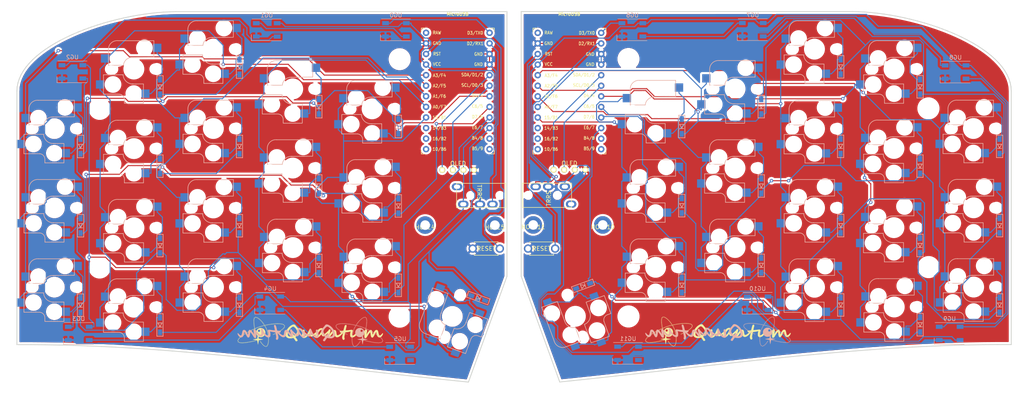
<source format=kicad_pcb>
(kicad_pcb (version 20171130) (host pcbnew "(5.1.7)-1")
  (title_block (title Quantum) (date 2020-12-04) (rev v1.0.0))
  (layers (0 F.Cu signal) (31 B.Cu signal) (34 B.Paste user) (35 F.Paste user) (36 B.SilkS user) (37 F.SilkS user) (38 B.Mask user) (39 F.Mask user) (44 Edge.Cuts user))
  (net 0 "")
  (net 1 row0)
  (net 2 "Net-(D0-Pad2)")
  (net 3 "Net-(D1-Pad2)")
  (net 4 "Net-(D2-Pad2)")
  (net 5 "Net-(D3-Pad2)")
  (net 6 "Net-(D4-Pad2)")
  (net 7 row1)
  (net 8 "Net-(D5-Pad2)")
  (net 9 "Net-(D6-Pad2)")
  (net 10 "Net-(D7-Pad2)")
  (net 11 "Net-(D8-Pad2)")
  (net 12 "Net-(D9-Pad2)")
  (net 13 row2)
  (net 14 "Net-(D10-Pad2)")
  (net 15 "Net-(D11-Pad2)")
  (net 16 "Net-(D12-Pad2)")
  (net 17 "Net-(D13-Pad2)")
  (net 18 "Net-(D14-Pad2)")
  (net 19 row3)
  (net 20 "Net-(D15-Pad2)")
  (net 21 "Net-(D16-Pad2)")
  (net 22 "Net-(D17-Pad2)")
  (net 23 row0_r)
  (net 24 "Net-(D18-Pad2)")
  (net 25 "Net-(D19-Pad2)")
  (net 26 "Net-(D20-Pad2)")
  (net 27 "Net-(D21-Pad2)")
  (net 28 "Net-(D22-Pad2)")
  (net 29 row1_r)
  (net 30 "Net-(D23-Pad2)")
  (net 31 "Net-(D24-Pad2)")
  (net 32 "Net-(D25-Pad2)")
  (net 33 "Net-(D26-Pad2)")
  (net 34 "Net-(D27-Pad2)")
  (net 35 row2_r)
  (net 36 "Net-(D28-Pad2)")
  (net 37 "Net-(D29-Pad2)")
  (net 38 "Net-(D30-Pad2)")
  (net 39 "Net-(D31-Pad2)")
  (net 40 "Net-(D32-Pad2)")
  (net 41 row3_r)
  (net 42 "Net-(D33-Pad2)")
  (net 43 "Net-(D34-Pad2)")
  (net 44 "Net-(D35-Pad2)")
  (net 45 data)
  (net 46 GND)
  (net 47 VCC)
  (net 48 "Net-(J0-PadA)")
  (net 49 data_r)
  (net 50 GNDA)
  (net 51 VDD)
  (net 52 "Net-(J1-PadA)")
  (net 53 SDA)
  (net 54 SCL)
  (net 55 SDA_r)
  (net 56 SCL_r)
  (net 57 reset)
  (net 58 reset_r)
  (net 59 col0)
  (net 60 col1)
  (net 61 col2)
  (net 62 col3)
  (net 63 col4)
  (net 64 col0_r)
  (net 65 col1_r)
  (net 66 col2_r)
  (net 67 col3_r)
  (net 68 col4_r)
  (net 69 LED)
  (net 70 "Net-(U0-Pad11)")
  (net 71 "Net-(U0-Pad12)")
  (net 72 "Net-(U0-Pad13)")
  (net 73 "Net-(U0-Pad14)")
  (net 74 "Net-(U0-Pad15)")
  (net 75 "Net-(U0-Pad24)")
  (net 76 LED_r)
  (net 77 "Net-(U1-Pad11)")
  (net 78 "Net-(U1-Pad12)")
  (net 79 "Net-(U1-Pad13)")
  (net 80 "Net-(U1-Pad14)")
  (net 81 "Net-(U1-Pad15)")
  (net 82 "Net-(U1-Pad24)")
  (net 83 "Net-(UG0-Pad2)")
  (net 84 "Net-(UG1-Pad2)")
  (net 85 "Net-(UG2-Pad2)")
  (net 86 "Net-(UG3-Pad2)")
  (net 87 "Net-(UG4-Pad2)")
  (net 88 "Net-(UG5-Pad2)")
  (net 89 "Net-(UG6-Pad2)")
  (net 90 "Net-(UG7-Pad2)")
  (net 91 "Net-(UG8-Pad2)")
  (net 92 "Net-(UG10-Pad4)")
  (net 93 "Net-(UG10-Pad2)")
  (net 94 "Net-(UG11-Pad2)")
  (module quantum:quantum-logo (layer F.Cu) (at 193.5226 129.4892)
    (fp_text reference G*** hide)
    (fp_text value LOGO hide)
  )
  (module quantum:quantum-logo (layer B.Cu) (at 193.5226 129.4765 180)
    (fp_text reference G*** hide)
    (fp_text value LOGO hide)
  )
  (module quantum:quantum-logo (layer B.Cu) (at 95.7707 129.5527 180)
    (fp_text reference G*** hide)
    (fp_text value LOGO hide)
  )
  (module quantum:quantum-logo (layer F.Cu) (at 95.7707 129.5654)
    (fp_text reference G*** hide)
    (fp_text value LOGO hide)
  )
  (module quantum:M2_HOLE_v2 (layer F.Cu) (at 172.06 64.0588)
    (fp_text reference HOLE6 hide)
    (fp_text value HOLE6 hide)
    (pad "" np_thru_hole circle (at 0 0) (size 4.3 4.3) (drill 4.3) (layers *.Cu *.Mask))
  )
  (module quantum:M2_HOLE_v2 (layer F.Cu) (at 243.98 75.9206)
    (fp_text reference HOLE7 hide)
    (fp_text value HOLE7 hide)
    (pad "" np_thru_hole circle (at 0 0) (size 4.3 4.3) (drill 4.3) (layers *.Cu *.Mask))
  )
  (module quantum:M2_HOLE_v2 (layer F.Cu) (at 244.018 114.021)
    (fp_text reference HOLE8 hide)
    (fp_text value HOLE8 hide)
    (pad "" np_thru_hole circle (at 0 0) (size 4.3 4.3) (drill 4.3) (layers *.Cu *.Mask))
  )
  (module quantum:M2_HOLE_v2 (layer F.Cu) (at 172.06 125.87)
    (fp_text reference HOLE9 hide)
    (fp_text value HOLE9 hide)
    (pad "" np_thru_hole circle (at 0 0) (size 4.3 4.3) (drill 4.3) (layers *.Cu *.Mask))
  )
  (module quantum:M2_HOLE_v2 (layer F.Cu) (at 117.196 64.1096)
    (fp_text reference HOLE0 hide)
    (fp_text value HOLE0 hide)
    (pad "" np_thru_hole circle (at 0 0) (size 4.3 4.3) (drill 4.3) (layers *.Cu *.Mask))
  )
  (module quantum:M2_HOLE_v2 (layer F.Cu) (at 45.2755 76.0222)
    (fp_text reference HOLE1 hide)
    (fp_text value HOLE1 hide)
    (pad "" np_thru_hole circle (at 0 0) (size 4.3 4.3) (drill 4.3) (layers *.Cu *.Mask))
  )
  (module quantum:M2_HOLE_v2 (layer F.Cu) (at 117.196 125.908)
    (fp_text reference HOLE3 hide)
    (fp_text value HOLE3 hide)
    (pad "" np_thru_hole circle (at 0 0) (size 4.3 4.3) (drill 4.3) (layers *.Cu *.Mask))
  )
  (module quantum:M2_HOLE_v2 (layer F.Cu) (at 45.2628 114.11)
    (fp_text reference HOLE2 hide)
    (fp_text value HOLE2 hide)
    (pad "" np_thru_hole circle (at 0 0) (size 4.3 4.3) (drill 4.3) (layers *.Cu *.Mask))
  )
  (module quantum:M2_Hole_TH (layer F.Cu) (at 165.9 103.899)
    (fp_text reference HOLE10 (at 0 0.5) (layer F.SilkS))
    (fp_text value M2_Hole_TH)
    (pad "" thru_hole circle (at 0 0) (size 4.2 4.2) (drill 2.3) (layers *.Cu *.Mask))
  )
  (module quantum:M2_Hole_TH (layer F.Cu) (at 149.225 103.899)
    (fp_text reference HOLE11 (at 0 0.5) (layer F.SilkS))
    (fp_text value M2_Hole_TH)
    (pad "" thru_hole circle (at 0 0) (size 4.2 4.2) (drill 2.3) (layers *.Cu *.Mask))
  )
  (module quantum:M2_Hole_TH (layer F.Cu) (at 123.317 103.937)
    (fp_text reference HOLE4 (at 0 0.5) (layer F.SilkS))
    (fp_text value M2_Hole_TH)
    (pad "" thru_hole circle (at 0 0) (size 4.2 4.2) (drill 2.3) (layers *.Cu *.Mask))
  )
  (module quantum:M2_Hole_TH (layer F.Cu) (at 140.03 103.95)
    (fp_text reference HOLE5 (at 0 0.5) (layer F.SilkS))
    (fp_text value M2_Hole_TH)
    (pad "" thru_hole circle (at 0 0) (size 4.2 4.2) (drill 2.3) (layers *.Cu *.Mask))
  )
  (module quantum:ProMicro_v3 (layer F.Cu) (at 157.912 72.263)
    (fp_text reference U1 hide)
    (fp_text value ProMicro hide)
    (fp_text user RAW (at -4.995 -14.5 unlocked) (layer F.SilkS) (effects (font (size 0.75 0.67) (thickness 0.125))))
    (fp_text user GND (at -4.995 -11.95 unlocked) (layer F.SilkS) (effects (font (size 0.75 0.67) (thickness 0.125))))
    (fp_text user RST (at -4.995 -9.4 unlocked) (layer F.SilkS) (effects (font (size 0.75 0.67) (thickness 0.125))))
    (fp_text user VCC (at -4.995 -6.95 unlocked) (layer F.SilkS) (effects (font (size 0.75 0.67) (thickness 0.125))))
    (fp_text user A3/F4 (at -4.395 -4.25 unlocked) (layer F.SilkS) (effects (font (size 0.75 0.67) (thickness 0.125))))
    (fp_text user A2/F5 (at -4.395 -1.75 unlocked) (layer F.SilkS) (effects (font (size 0.75 0.67) (thickness 0.125))))
    (fp_text user A1/F6 (at -4.395 0.75 unlocked) (layer F.SilkS) (effects (font (size 0.75 0.67) (thickness 0.125))))
    (fp_text user A0/F7 (at -4.395 3.3 unlocked) (layer F.SilkS) (effects (font (size 0.75 0.67) (thickness 0.125))))
    (fp_text user 15/B1 (at -4.395 5.85 unlocked) (layer F.SilkS) (effects (font (size 0.75 0.67) (thickness 0.125))))
    (fp_text user 14/B3 (at -4.395 8.4 unlocked) (layer F.SilkS) (effects (font (size 0.75 0.67) (thickness 0.125))))
    (fp_text user 10/B6 (at -4.395 13.45 unlocked) (layer F.SilkS) (effects (font (size 0.75 0.67) (thickness 0.125))))
    (fp_text user 16/B2 (at -4.395 10.95 unlocked) (layer F.SilkS) (effects (font (size 0.75 0.67) (thickness 0.125))))
    (fp_text user E6/7 (at 4.705 8.25 unlocked) (layer F.SilkS) (effects (font (size 0.75 0.67) (thickness 0.125))))
    (fp_text user D7/6 (at 4.705 5.7 unlocked) (layer F.SilkS) (effects (font (size 0.75 0.67) (thickness 0.125))))
    (fp_text user GND (at 4.955 -9.35 unlocked) (layer F.SilkS) (effects (font (size 0.75 0.67) (thickness 0.125))))
    (fp_text user GND (at 4.955 -6.9 unlocked) (layer F.SilkS) (effects (font (size 0.75 0.67) (thickness 0.125))))
    (fp_text user D3/TX0 (at 4.155 -14.45 unlocked) (layer F.SilkS) (effects (font (size 0.75 0.67) (thickness 0.125))))
    (fp_text user D4/4 (at 4.705 0.6 unlocked) (layer F.SilkS) (effects (font (size 0.75 0.67) (thickness 0.125))))
    (fp_text user SDA/D1/2 (at 3.455 -4.4 unlocked) (layer F.SilkS) (effects (font (size 0.75 0.67) (thickness 0.125))))
    (fp_text user SCL/D0/3 (at 3.455 -1.9 unlocked) (layer F.SilkS) (effects (font (size 0.75 0.67) (thickness 0.125))))
    (fp_text user C6/5 (at 4.705 3.15 unlocked) (layer F.SilkS) (effects (font (size 0.75 0.67) (thickness 0.125))))
    (fp_text user B5/9 (at 4.705 13.3 unlocked) (layer F.SilkS) (effects (font (size 0.75 0.67) (thickness 0.125))))
    (fp_text user D2/RX1 (at 4.155 -11.9 unlocked) (layer F.SilkS) (effects (font (size 0.75 0.67) (thickness 0.125))))
    (fp_text user B4/8 (at 4.705 10.8 unlocked) (layer F.SilkS) (effects (font (size 0.75 0.67) (thickness 0.125))))
    (fp_text user MicroUSB (at -0.05 -18.95) (layer F.SilkS) (effects (font (size 0.75 0.75) (thickness 0.12))))
    (fp_text user MicroUSB (at -0.05 -18.95) (layer F.SilkS) (effects (font (size 0.75 0.75) (thickness 0.12))))
    (pad 24 thru_hole circle (at -7.6086 -14.478) (size 1.524 1.524) (drill 0.8128) (layers *.Cu B.Mask) (net 82 "Net-(U1-Pad24)"))
    (pad 23 thru_hole circle (at -7.6086 -11.938) (size 1.524 1.524) (drill 0.8128) (layers *.Cu B.Mask) (net 50 GNDA))
    (pad 22 thru_hole circle (at -7.6086 -9.398) (size 1.524 1.524) (drill 0.8128) (layers *.Cu B.Mask) (net 58 reset_r))
    (pad 21 thru_hole circle (at -7.6086 -6.858) (size 1.524 1.524) (drill 0.8128) (layers *.Cu B.Mask) (net 51 VDD))
    (pad 20 thru_hole circle (at -7.6086 -4.318) (size 1.524 1.524) (drill 0.8128) (layers *.Cu B.Mask) (net 64 col0_r))
    (pad 19 thru_hole circle (at -7.6086 -1.778) (size 1.524 1.524) (drill 0.8128) (layers *.Cu B.Mask) (net 65 col1_r))
    (pad 18 thru_hole circle (at -7.6086 0.762) (size 1.524 1.524) (drill 0.8128) (layers *.Cu B.Mask) (net 66 col2_r))
    (pad 17 thru_hole circle (at -7.6086 3.302) (size 1.524 1.524) (drill 0.8128) (layers *.Cu B.Mask) (net 67 col3_r))
    (pad 16 thru_hole circle (at -7.6086 5.842) (size 1.524 1.524) (drill 0.8128) (layers *.Cu B.Mask) (net 68 col4_r))
    (pad 15 thru_hole circle (at -7.6086 8.382) (size 1.524 1.524) (drill 0.8128) (layers *.Cu B.Mask) (net 81 "Net-(U1-Pad15)"))
    (pad 14 thru_hole circle (at -7.6086 10.922) (size 1.524 1.524) (drill 0.8128) (layers *.Cu B.Mask) (net 80 "Net-(U1-Pad14)"))
    (pad 13 thru_hole circle (at -7.6086 13.462) (size 1.524 1.524) (drill 0.8128) (layers *.Cu B.Mask) (net 79 "Net-(U1-Pad13)"))
    (pad 12 thru_hole circle (at 7.6114 13.462) (size 1.524 1.524) (drill 0.8128) (layers *.Cu B.Mask) (net 78 "Net-(U1-Pad12)"))
    (pad 11 thru_hole circle (at 7.6114 10.922) (size 1.524 1.524) (drill 0.8128) (layers *.Cu B.Mask) (net 77 "Net-(U1-Pad11)"))
    (pad 10 thru_hole circle (at 7.6114 8.382) (size 1.524 1.524) (drill 0.8128) (layers *.Cu B.Mask) (net 41 row3_r))
    (pad 9 thru_hole circle (at 7.6114 5.842) (size 1.524 1.524) (drill 0.8128) (layers *.Cu B.Mask) (net 35 row2_r))
    (pad 8 thru_hole circle (at 7.6114 3.302) (size 1.524 1.524) (drill 0.8128) (layers *.Cu B.Mask) (net 29 row1_r))
    (pad 7 thru_hole circle (at 7.6114 0.762) (size 1.524 1.524) (drill 0.8128) (layers *.Cu B.Mask) (net 23 row0_r))
    (pad 6 thru_hole circle (at 7.6114 -1.778) (size 1.524 1.524) (drill 0.8128) (layers *.Cu B.Mask) (net 56 SCL_r))
    (pad 5 thru_hole circle (at 7.6114 -4.318) (size 1.524 1.524) (drill 0.8128) (layers *.Cu B.Mask) (net 55 SDA_r))
    (pad 4 thru_hole circle (at 7.6114 -6.858) (size 1.524 1.524) (drill 0.8128) (layers *.Cu B.Mask) (net 50 GNDA))
    (pad 3 thru_hole circle (at 7.6114 -9.398) (size 1.524 1.524) (drill 0.8128) (layers *.Cu B.Mask) (net 50 GNDA))
    (pad 2 thru_hole circle (at 7.6114 -11.938) (size 1.524 1.524) (drill 0.8128) (layers *.Cu B.Mask) (net 49 data_r))
    (pad 1 thru_hole circle (at 7.6114 -14.478) (size 1.524 1.524) (drill 0.8128) (layers *.Cu B.Mask) (net 76 LED_r))
  )
  (module quantum:ProMicro_v3 (layer F.Cu) (at 131.14 72.2503)
    (fp_text reference U0 hide)
    (fp_text value ProMicro hide)
    (fp_text user MicroUSB (at -0.05 -18.95) (layer F.SilkS) (effects (font (size 0.75 0.75) (thickness 0.12))))
    (fp_text user MicroUSB (at -0.05 -18.95) (layer F.SilkS) (effects (font (size 0.75 0.75) (thickness 0.12))))
    (fp_text user B4/8 (at 4.705 10.8 unlocked) (layer F.SilkS) (effects (font (size 0.75 0.67) (thickness 0.125))))
    (fp_text user D2/RX1 (at 4.155 -11.9 unlocked) (layer F.SilkS) (effects (font (size 0.75 0.67) (thickness 0.125))))
    (fp_text user B5/9 (at 4.705 13.3 unlocked) (layer F.SilkS) (effects (font (size 0.75 0.67) (thickness 0.125))))
    (fp_text user C6/5 (at 4.705 3.15 unlocked) (layer F.SilkS) (effects (font (size 0.75 0.67) (thickness 0.125))))
    (fp_text user SCL/D0/3 (at 3.455 -1.9 unlocked) (layer F.SilkS) (effects (font (size 0.75 0.67) (thickness 0.125))))
    (fp_text user SDA/D1/2 (at 3.455 -4.4 unlocked) (layer F.SilkS) (effects (font (size 0.75 0.67) (thickness 0.125))))
    (fp_text user D4/4 (at 4.705 0.6 unlocked) (layer F.SilkS) (effects (font (size 0.75 0.67) (thickness 0.125))))
    (fp_text user D3/TX0 (at 4.155 -14.45 unlocked) (layer F.SilkS) (effects (font (size 0.75 0.67) (thickness 0.125))))
    (fp_text user GND (at 4.955 -6.9 unlocked) (layer F.SilkS) (effects (font (size 0.75 0.67) (thickness 0.125))))
    (fp_text user GND (at 4.955 -9.35 unlocked) (layer F.SilkS) (effects (font (size 0.75 0.67) (thickness 0.125))))
    (fp_text user D7/6 (at 4.705 5.7 unlocked) (layer F.SilkS) (effects (font (size 0.75 0.67) (thickness 0.125))))
    (fp_text user E6/7 (at 4.705 8.25 unlocked) (layer F.SilkS) (effects (font (size 0.75 0.67) (thickness 0.125))))
    (fp_text user 16/B2 (at -4.395 10.95 unlocked) (layer F.SilkS) (effects (font (size 0.75 0.67) (thickness 0.125))))
    (fp_text user 10/B6 (at -4.395 13.45 unlocked) (layer F.SilkS) (effects (font (size 0.75 0.67) (thickness 0.125))))
    (fp_text user 14/B3 (at -4.395 8.4 unlocked) (layer F.SilkS) (effects (font (size 0.75 0.67) (thickness 0.125))))
    (fp_text user 15/B1 (at -4.395 5.85 unlocked) (layer F.SilkS) (effects (font (size 0.75 0.67) (thickness 0.125))))
    (fp_text user A0/F7 (at -4.395 3.3 unlocked) (layer F.SilkS) (effects (font (size 0.75 0.67) (thickness 0.125))))
    (fp_text user A1/F6 (at -4.395 0.75 unlocked) (layer F.SilkS) (effects (font (size 0.75 0.67) (thickness 0.125))))
    (fp_text user A2/F5 (at -4.395 -1.75 unlocked) (layer F.SilkS) (effects (font (size 0.75 0.67) (thickness 0.125))))
    (fp_text user A3/F4 (at -4.395 -4.25 unlocked) (layer F.SilkS) (effects (font (size 0.75 0.67) (thickness 0.125))))
    (fp_text user VCC (at -4.995 -6.95 unlocked) (layer F.SilkS) (effects (font (size 0.75 0.67) (thickness 0.125))))
    (fp_text user RST (at -4.995 -9.4 unlocked) (layer F.SilkS) (effects (font (size 0.75 0.67) (thickness 0.125))))
    (fp_text user GND (at -4.995 -11.95 unlocked) (layer F.SilkS) (effects (font (size 0.75 0.67) (thickness 0.125))))
    (fp_text user RAW (at -4.995 -14.5 unlocked) (layer F.SilkS) (effects (font (size 0.75 0.67) (thickness 0.125))))
    (pad 1 thru_hole circle (at 7.6114 -14.478) (size 1.524 1.524) (drill 0.8128) (layers *.Cu B.Mask) (net 69 LED))
    (pad 2 thru_hole circle (at 7.6114 -11.938) (size 1.524 1.524) (drill 0.8128) (layers *.Cu B.Mask) (net 45 data))
    (pad 3 thru_hole circle (at 7.6114 -9.398) (size 1.524 1.524) (drill 0.8128) (layers *.Cu B.Mask) (net 46 GND))
    (pad 4 thru_hole circle (at 7.6114 -6.858) (size 1.524 1.524) (drill 0.8128) (layers *.Cu B.Mask) (net 46 GND))
    (pad 5 thru_hole circle (at 7.6114 -4.318) (size 1.524 1.524) (drill 0.8128) (layers *.Cu B.Mask) (net 53 SDA))
    (pad 6 thru_hole circle (at 7.6114 -1.778) (size 1.524 1.524) (drill 0.8128) (layers *.Cu B.Mask) (net 54 SCL))
    (pad 7 thru_hole circle (at 7.6114 0.762) (size 1.524 1.524) (drill 0.8128) (layers *.Cu B.Mask) (net 1 row0))
    (pad 8 thru_hole circle (at 7.6114 3.302) (size 1.524 1.524) (drill 0.8128) (layers *.Cu B.Mask) (net 7 row1))
    (pad 9 thru_hole circle (at 7.6114 5.842) (size 1.524 1.524) (drill 0.8128) (layers *.Cu B.Mask) (net 13 row2))
    (pad 10 thru_hole circle (at 7.6114 8.382) (size 1.524 1.524) (drill 0.8128) (layers *.Cu B.Mask) (net 19 row3))
    (pad 11 thru_hole circle (at 7.6114 10.922) (size 1.524 1.524) (drill 0.8128) (layers *.Cu B.Mask) (net 70 "Net-(U0-Pad11)"))
    (pad 12 thru_hole circle (at 7.6114 13.462) (size 1.524 1.524) (drill 0.8128) (layers *.Cu B.Mask) (net 71 "Net-(U0-Pad12)"))
    (pad 13 thru_hole circle (at -7.6086 13.462) (size 1.524 1.524) (drill 0.8128) (layers *.Cu B.Mask) (net 72 "Net-(U0-Pad13)"))
    (pad 14 thru_hole circle (at -7.6086 10.922) (size 1.524 1.524) (drill 0.8128) (layers *.Cu B.Mask) (net 73 "Net-(U0-Pad14)"))
    (pad 15 thru_hole circle (at -7.6086 8.382) (size 1.524 1.524) (drill 0.8128) (layers *.Cu B.Mask) (net 74 "Net-(U0-Pad15)"))
    (pad 16 thru_hole circle (at -7.6086 5.842) (size 1.524 1.524) (drill 0.8128) (layers *.Cu B.Mask) (net 63 col4))
    (pad 17 thru_hole circle (at -7.6086 3.302) (size 1.524 1.524) (drill 0.8128) (layers *.Cu B.Mask) (net 62 col3))
    (pad 18 thru_hole circle (at -7.6086 0.762) (size 1.524 1.524) (drill 0.8128) (layers *.Cu B.Mask) (net 61 col2))
    (pad 19 thru_hole circle (at -7.6086 -1.778) (size 1.524 1.524) (drill 0.8128) (layers *.Cu B.Mask) (net 60 col1))
    (pad 20 thru_hole circle (at -7.6086 -4.318) (size 1.524 1.524) (drill 0.8128) (layers *.Cu B.Mask) (net 59 col0))
    (pad 21 thru_hole circle (at -7.6086 -6.858) (size 1.524 1.524) (drill 0.8128) (layers *.Cu B.Mask) (net 47 VCC))
    (pad 22 thru_hole circle (at -7.6086 -9.398) (size 1.524 1.524) (drill 0.8128) (layers *.Cu B.Mask) (net 57 reset))
    (pad 23 thru_hole circle (at -7.6086 -11.938) (size 1.524 1.524) (drill 0.8128) (layers *.Cu B.Mask) (net 46 GND))
    (pad 24 thru_hole circle (at -7.6086 -14.478) (size 1.524 1.524) (drill 0.8128) (layers *.Cu B.Mask) (net 75 "Net-(U0-Pad24)"))
  )
  (module quantum:LED_WS2812B-PLCC4 (layer B.Cu) (at 171.945 134.722 180)
    (fp_text reference UG11 (at 0 3.5) (layer B.SilkS) (effects (justify mirror)))
    (fp_text value WS2812B)
    (pad 1 smd rect (at -2.5 1.6 180) (size 1.6 1) (layers B.Cu B.Paste B.Mask) (net 51 VDD))
    (pad 2 smd rect (at -2.5 -1.6 180) (size 1.6 1) (layers B.Cu B.Paste B.Mask) (net 94 "Net-(UG11-Pad2)"))
    (pad 4 smd rect (at 2.5 1.6 180) (size 1.6 1) (layers B.Cu B.Paste B.Mask) (net 93 "Net-(UG10-Pad2)"))
    (pad 3 smd rect (at 2.5 -1.6 180) (size 1.6 1) (layers B.Cu B.Paste B.Mask) (net 50 GNDA))
  )
  (module quantum:LED_WS2812B-PLCC4 (layer B.Cu) (at 203.022 122.695 180)
    (fp_text reference UG10 (at 0 3.5) (layer B.SilkS) (effects (justify mirror)))
    (fp_text value WS2812B)
    (pad 1 smd rect (at -2.5 1.6 180) (size 1.6 1) (layers B.Cu B.Paste B.Mask) (net 51 VDD))
    (pad 2 smd rect (at -2.5 -1.6 180) (size 1.6 1) (layers B.Cu B.Paste B.Mask) (net 93 "Net-(UG10-Pad2)"))
    (pad 4 smd rect (at 2.5 1.6 180) (size 1.6 1) (layers B.Cu B.Paste B.Mask) (net 92 "Net-(UG10-Pad4)"))
    (pad 3 smd rect (at 2.5 -1.6 180) (size 1.6 1) (layers B.Cu B.Paste B.Mask) (net 50 GNDA))
  )
  (module quantum:LED_WS2812B-PLCC4 (layer B.Cu) (at 249.06 129.946 180)
    (fp_text reference UG9 (at 0 3.5) (layer B.SilkS) (effects (justify mirror)))
    (fp_text value WS2812B)
    (pad 1 smd rect (at -2.5 1.6 180) (size 1.6 1) (layers B.Cu B.Paste B.Mask) (net 51 VDD))
    (pad 2 smd rect (at -2.5 -1.6 180) (size 1.6 1) (layers B.Cu B.Paste B.Mask) (net 92 "Net-(UG10-Pad4)"))
    (pad 4 smd rect (at 2.5 1.6 180) (size 1.6 1) (layers B.Cu B.Paste B.Mask) (net 91 "Net-(UG8-Pad2)"))
    (pad 3 smd rect (at 2.5 -1.6 180) (size 1.6 1) (layers B.Cu B.Paste B.Mask) (net 50 GNDA))
  )
  (module quantum:LED_WS2812B-PLCC4 (layer B.Cu) (at 250.482 67.1957 180)
    (fp_text reference UG8 (at 0 3.5) (layer B.SilkS) (effects (justify mirror)))
    (fp_text value WS2812B)
    (pad 1 smd rect (at -2.5 1.6 180) (size 1.6 1) (layers B.Cu B.Paste B.Mask) (net 51 VDD))
    (pad 2 smd rect (at -2.5 -1.6 180) (size 1.6 1) (layers B.Cu B.Paste B.Mask) (net 91 "Net-(UG8-Pad2)"))
    (pad 4 smd rect (at 2.5 1.6 180) (size 1.6 1) (layers B.Cu B.Paste B.Mask) (net 90 "Net-(UG7-Pad2)"))
    (pad 3 smd rect (at 2.5 -1.6 180) (size 1.6 1) (layers B.Cu B.Paste B.Mask) (net 50 GNDA))
  )
  (module quantum:LED_WS2812B-PLCC4 (layer B.Cu) (at 201.866 57.023 180)
    (fp_text reference UG7 (at 0 3.5) (layer B.SilkS) (effects (justify mirror)))
    (fp_text value WS2812B)
    (pad 1 smd rect (at -2.5 1.6 180) (size 1.6 1) (layers B.Cu B.Paste B.Mask) (net 51 VDD))
    (pad 2 smd rect (at -2.5 -1.6 180) (size 1.6 1) (layers B.Cu B.Paste B.Mask) (net 90 "Net-(UG7-Pad2)"))
    (pad 4 smd rect (at 2.5 1.6 180) (size 1.6 1) (layers B.Cu B.Paste B.Mask) (net 89 "Net-(UG6-Pad2)"))
    (pad 3 smd rect (at 2.5 -1.6 180) (size 1.6 1) (layers B.Cu B.Paste B.Mask) (net 50 GNDA))
  )
  (module quantum:LED_WS2812B-PLCC4 (layer B.Cu) (at 172.999 57.0611 180)
    (fp_text reference UG6 (at 0 3.5) (layer B.SilkS) (effects (justify mirror)))
    (fp_text value WS2812B)
    (pad 1 smd rect (at -2.5 1.6 180) (size 1.6 1) (layers B.Cu B.Paste B.Mask) (net 51 VDD))
    (pad 2 smd rect (at -2.5 -1.6 180) (size 1.6 1) (layers B.Cu B.Paste B.Mask) (net 89 "Net-(UG6-Pad2)"))
    (pad 4 smd rect (at 2.5 1.6 180) (size 1.6 1) (layers B.Cu B.Paste B.Mask) (net 76 LED_r))
    (pad 3 smd rect (at 2.5 -1.6 180) (size 1.6 1) (layers B.Cu B.Paste B.Mask) (net 50 GNDA))
  )
  (module quantum:LED_WS2812B-PLCC4 (layer B.Cu) (at 117.312 134.76 180)
    (fp_text reference UG5 (at 0 3.5) (layer B.SilkS) (effects (justify mirror)))
    (fp_text value WS2812B)
    (pad 1 smd rect (at -2.5 1.6 180) (size 1.6 1) (layers B.Cu B.Paste B.Mask) (net 47 VCC))
    (pad 2 smd rect (at -2.5 -1.6 180) (size 1.6 1) (layers B.Cu B.Paste B.Mask) (net 88 "Net-(UG5-Pad2)"))
    (pad 4 smd rect (at 2.5 1.6 180) (size 1.6 1) (layers B.Cu B.Paste B.Mask) (net 87 "Net-(UG4-Pad2)"))
    (pad 3 smd rect (at 2.5 -1.6 180) (size 1.6 1) (layers B.Cu B.Paste B.Mask) (net 46 GND))
  )
  (module quantum:LED_WS2812B-PLCC4 (layer B.Cu) (at 86.1695 122.695 180)
    (fp_text reference UG4 (at 0 3.5) (layer B.SilkS) (effects (justify mirror)))
    (fp_text value WS2812B)
    (pad 1 smd rect (at -2.5 1.6 180) (size 1.6 1) (layers B.Cu B.Paste B.Mask) (net 47 VCC))
    (pad 2 smd rect (at -2.5 -1.6 180) (size 1.6 1) (layers B.Cu B.Paste B.Mask) (net 87 "Net-(UG4-Pad2)"))
    (pad 4 smd rect (at 2.5 1.6 180) (size 1.6 1) (layers B.Cu B.Paste B.Mask) (net 86 "Net-(UG3-Pad2)"))
    (pad 3 smd rect (at 2.5 -1.6 180) (size 1.6 1) (layers B.Cu B.Paste B.Mask) (net 46 GND))
  )
  (module quantum:LED_WS2812B-PLCC4 (layer B.Cu) (at 40.259 129.946 180)
    (fp_text reference UG3 (at 0 3.5) (layer B.SilkS) (effects (justify mirror)))
    (fp_text value WS2812B)
    (pad 1 smd rect (at -2.5 1.6 180) (size 1.6 1) (layers B.Cu B.Paste B.Mask) (net 47 VCC))
    (pad 2 smd rect (at -2.5 -1.6 180) (size 1.6 1) (layers B.Cu B.Paste B.Mask) (net 86 "Net-(UG3-Pad2)"))
    (pad 4 smd rect (at 2.5 1.6 180) (size 1.6 1) (layers B.Cu B.Paste B.Mask) (net 85 "Net-(UG2-Pad2)"))
    (pad 3 smd rect (at 2.5 -1.6 180) (size 1.6 1) (layers B.Cu B.Paste B.Mask) (net 46 GND))
  )
  (module quantum:LED_WS2812B-PLCC4 (layer B.Cu) (at 38.735 67.1449 180)
    (fp_text reference UG2 (at 0 3.5) (layer B.SilkS) (effects (justify mirror)))
    (fp_text value WS2812B)
    (pad 1 smd rect (at -2.5 1.6 180) (size 1.6 1) (layers B.Cu B.Paste B.Mask) (net 47 VCC))
    (pad 2 smd rect (at -2.5 -1.6 180) (size 1.6 1) (layers B.Cu B.Paste B.Mask) (net 85 "Net-(UG2-Pad2)"))
    (pad 4 smd rect (at 2.5 1.6 180) (size 1.6 1) (layers B.Cu B.Paste B.Mask) (net 84 "Net-(UG1-Pad2)"))
    (pad 3 smd rect (at 2.5 -1.6 180) (size 1.6 1) (layers B.Cu B.Paste B.Mask) (net 46 GND))
  )
  (module quantum:LED_WS2812B-PLCC4 (layer B.Cu) (at 85.3186 57.0738 180)
    (fp_text reference UG1 (at 0 3.5) (layer B.SilkS) (effects (justify mirror)))
    (fp_text value WS2812B)
    (pad 1 smd rect (at -2.5 1.6 180) (size 1.6 1) (layers B.Cu B.Paste B.Mask) (net 47 VCC))
    (pad 2 smd rect (at -2.5 -1.6 180) (size 1.6 1) (layers B.Cu B.Paste B.Mask) (net 84 "Net-(UG1-Pad2)"))
    (pad 4 smd rect (at 2.5 1.6 180) (size 1.6 1) (layers B.Cu B.Paste B.Mask) (net 83 "Net-(UG0-Pad2)"))
    (pad 3 smd rect (at 2.5 -1.6 180) (size 1.6 1) (layers B.Cu B.Paste B.Mask) (net 46 GND))
  )
  (module quantum:LED_WS2812B-PLCC4 (layer B.Cu) (at 116.307 57.0611 180)
    (fp_text reference UG0 (at 0 3.5) (layer B.SilkS) (effects (justify mirror)))
    (fp_text value WS2812B)
    (pad 1 smd rect (at -2.5 1.6 180) (size 1.6 1) (layers B.Cu B.Paste B.Mask) (net 47 VCC))
    (pad 2 smd rect (at -2.5 -1.6 180) (size 1.6 1) (layers B.Cu B.Paste B.Mask) (net 83 "Net-(UG0-Pad2)"))
    (pad 4 smd rect (at 2.5 1.6 180) (size 1.6 1) (layers B.Cu B.Paste B.Mask) (net 69 LED))
    (pad 3 smd rect (at 2.5 -1.6 180) (size 1.6 1) (layers B.Cu B.Paste B.Mask) (net 46 GND))
  )
  (module quantum:CherryMX_Choc_Hotswap_1.5u (layer F.Cu) (at 159.322 125.832 20)
    (fp_text reference SW35 hide)
    (fp_text value SW_PUSH hide)
    (pad 2 smd rect (at -5.08 -5.5 290) (size 1.5 2) (layers B.Cu B.Paste B.Mask) (net 44 "Net-(D35-Pad2)"))
    (pad "" np_thru_hole circle (at -2.54 3.81 290) (size 3 3) (drill 3) (layers *.Cu *.Mask))
    (pad "" np_thru_hole circle (at 0 5.08 110) (size 1.7 1.7) (drill 1.7) (layers *.Cu *.Mask))
    (pad "" np_thru_hole circle (at 0 -5.08 110) (size 1.7 1.7) (drill 1.7) (layers *.Cu *.Mask))
    (pad "" np_thru_hole circle (at 0 -5.5 200) (size 1.9 1.9) (drill 1.9) (layers *.Cu *.Mask))
    (pad "" np_thru_hole circle (at 0 5.5 200) (size 1.9 1.9) (drill 1.9) (layers *.Cu *.Mask))
    (pad "" np_thru_hole circle (at 0 0 200) (size 4 4) (drill 4) (layers *.Cu *.Mask))
    (pad "" np_thru_hole circle (at -5.08 -2.54 290) (size 3 3) (drill 3) (layers *.Cu *.Mask))
    (pad 1 smd rect (at -2.54 6.8 290) (size 1.5 2) (layers B.Cu B.Paste B.Mask) (net 68 col4_r))
    (pad "" np_thru_hole circle (at -2.58 3.825 290) (size 0.1 0.1) (drill 0.1) (layers *.Cu *.Mask))
    (pad "" np_thru_hole circle (at 5.9 0 200) (size 3 3) (drill 3) (layers *.Cu *.Mask))
    (pad "" np_thru_hole circle (at 3.7 5 200) (size 3 3) (drill 3) (layers *.Cu *.Mask))
    (pad 2 smd rect (at 5.9 -3 290) (size 1.5 2) (layers B.Cu B.Paste B.Mask) (net 44 "Net-(D35-Pad2)"))
    (pad 1 smd rect (at 3.7 8 290) (size 1.5 2) (layers B.Cu B.Paste B.Mask) (net 68 col4_r))
  )
  (module quantum:CherryMX_Choc_Hotswap (layer F.Cu) (at 216.662 118.859)
    (fp_text reference SW34 hide)
    (fp_text value SW_PUSH hide)
    (pad 2 smd rect (at 5.6 -5.08 180) (size 2 2) (layers B.Cu B.Paste B.Mask) (net 43 "Net-(D34-Pad2)"))
    (pad "" np_thru_hole circle (at -3.81 -2.54 180) (size 3 3) (drill 3) (layers *.Cu *.Mask))
    (pad "" np_thru_hole circle (at -5.08 0) (size 1.7 1.7) (drill 1.7) (layers *.Cu *.Mask))
    (pad "" np_thru_hole circle (at 5.08 0) (size 1.7 1.7) (drill 1.7) (layers *.Cu *.Mask))
    (pad "" np_thru_hole circle (at 5.5 0 90) (size 1.9 1.9) (drill 1.9) (layers *.Cu *.Mask))
    (pad "" np_thru_hole circle (at -5.5 0 90) (size 1.9 1.9) (drill 1.9) (layers *.Cu *.Mask))
    (pad "" np_thru_hole circle (at 0 0 90) (size 4 4) (drill 4) (layers *.Cu *.Mask))
    (pad "" np_thru_hole circle (at 2.54 -5.08 180) (size 3 3) (drill 3) (layers *.Cu *.Mask))
    (pad 1 smd rect (at -6.9 -2.54 180) (size 2 2) (layers B.Cu B.Paste B.Mask) (net 66 col2_r))
    (pad "" np_thru_hole circle (at 0 5.9 90) (size 3 3) (drill 3) (layers *.Cu *.Mask))
    (pad "" np_thru_hole circle (at -5 3.7 90) (size 3 3) (drill 3) (layers *.Cu *.Mask))
    (pad 2 smd rect (at 2.8 5.9 180) (size 1.9 2) (layers B.Cu B.Paste B.Mask) (net 43 "Net-(D34-Pad2)"))
    (pad 1 smd rect (at -8.1 3.7 180) (size 2 2) (layers B.Cu B.Paste B.Mask) (net 66 col2_r))
  )
  (module quantum:CherryMX_Choc_Hotswap (layer F.Cu) (at 235.776 123.596)
    (fp_text reference SW33 hide)
    (fp_text value SW_PUSH hide)
    (pad 2 smd rect (at 5.6 -5.08 180) (size 2 2) (layers B.Cu B.Paste B.Mask) (net 42 "Net-(D33-Pad2)"))
    (pad "" np_thru_hole circle (at -3.81 -2.54 180) (size 3 3) (drill 3) (layers *.Cu *.Mask))
    (pad "" np_thru_hole circle (at -5.08 0) (size 1.7 1.7) (drill 1.7) (layers *.Cu *.Mask))
    (pad "" np_thru_hole circle (at 5.08 0) (size 1.7 1.7) (drill 1.7) (layers *.Cu *.Mask))
    (pad "" np_thru_hole circle (at 5.5 0 90) (size 1.9 1.9) (drill 1.9) (layers *.Cu *.Mask))
    (pad "" np_thru_hole circle (at -5.5 0 90) (size 1.9 1.9) (drill 1.9) (layers *.Cu *.Mask))
    (pad "" np_thru_hole circle (at 0 0 90) (size 4 4) (drill 4) (layers *.Cu *.Mask))
    (pad "" np_thru_hole circle (at 2.54 -5.08 180) (size 3 3) (drill 3) (layers *.Cu *.Mask))
    (pad 1 smd rect (at -6.9 -2.54 180) (size 2 2) (layers B.Cu B.Paste B.Mask) (net 65 col1_r))
    (pad "" np_thru_hole circle (at 0 5.9 90) (size 3 3) (drill 3) (layers *.Cu *.Mask))
    (pad "" np_thru_hole circle (at -5 3.7 90) (size 3 3) (drill 3) (layers *.Cu *.Mask))
    (pad 2 smd rect (at 2.8 5.9 180) (size 1.9 2) (layers B.Cu B.Paste B.Mask) (net 42 "Net-(D33-Pad2)"))
    (pad 1 smd rect (at -8.1 3.7 180) (size 2 2) (layers B.Cu B.Paste B.Mask) (net 65 col1_r))
  )
  (module quantum:CherryMX_Choc_Hotswap (layer F.Cu) (at 178.562 114.071)
    (fp_text reference SW32 hide)
    (fp_text value SW_PUSH hide)
    (pad 2 smd rect (at 5.6 -5.08 180) (size 2 2) (layers B.Cu B.Paste B.Mask) (net 40 "Net-(D32-Pad2)"))
    (pad "" np_thru_hole circle (at -3.81 -2.54 180) (size 3 3) (drill 3) (layers *.Cu *.Mask))
    (pad "" np_thru_hole circle (at -5.08 0) (size 1.7 1.7) (drill 1.7) (layers *.Cu *.Mask))
    (pad "" np_thru_hole circle (at 5.08 0) (size 1.7 1.7) (drill 1.7) (layers *.Cu *.Mask))
    (pad "" np_thru_hole circle (at 5.5 0 90) (size 1.9 1.9) (drill 1.9) (layers *.Cu *.Mask))
    (pad "" np_thru_hole circle (at -5.5 0 90) (size 1.9 1.9) (drill 1.9) (layers *.Cu *.Mask))
    (pad "" np_thru_hole circle (at 0 0 90) (size 4 4) (drill 4) (layers *.Cu *.Mask))
    (pad "" np_thru_hole circle (at 2.54 -5.08 180) (size 3 3) (drill 3) (layers *.Cu *.Mask))
    (pad 1 smd rect (at -6.9 -2.54 180) (size 2 2) (layers B.Cu B.Paste B.Mask) (net 68 col4_r))
    (pad "" np_thru_hole circle (at 0 5.9 90) (size 3 3) (drill 3) (layers *.Cu *.Mask))
    (pad "" np_thru_hole circle (at -5 3.7 90) (size 3 3) (drill 3) (layers *.Cu *.Mask))
    (pad 2 smd rect (at 2.8 5.9 180) (size 1.9 2) (layers B.Cu B.Paste B.Mask) (net 40 "Net-(D32-Pad2)"))
    (pad 1 smd rect (at -8.1 3.7 180) (size 2 2) (layers B.Cu B.Paste B.Mask) (net 68 col4_r))
  )
  (module quantum:CherryMX_Choc_Hotswap (layer F.Cu) (at 197.612 109.322)
    (fp_text reference SW31 hide)
    (fp_text value SW_PUSH hide)
    (pad 2 smd rect (at 5.6 -5.08 180) (size 2 2) (layers B.Cu B.Paste B.Mask) (net 39 "Net-(D31-Pad2)"))
    (pad "" np_thru_hole circle (at -3.81 -2.54 180) (size 3 3) (drill 3) (layers *.Cu *.Mask))
    (pad "" np_thru_hole circle (at -5.08 0) (size 1.7 1.7) (drill 1.7) (layers *.Cu *.Mask))
    (pad "" np_thru_hole circle (at 5.08 0) (size 1.7 1.7) (drill 1.7) (layers *.Cu *.Mask))
    (pad "" np_thru_hole circle (at 5.5 0 90) (size 1.9 1.9) (drill 1.9) (layers *.Cu *.Mask))
    (pad "" np_thru_hole circle (at -5.5 0 90) (size 1.9 1.9) (drill 1.9) (layers *.Cu *.Mask))
    (pad "" np_thru_hole circle (at 0 0 90) (size 4 4) (drill 4) (layers *.Cu *.Mask))
    (pad "" np_thru_hole circle (at 2.54 -5.08 180) (size 3 3) (drill 3) (layers *.Cu *.Mask))
    (pad 1 smd rect (at -6.9 -2.54 180) (size 2 2) (layers B.Cu B.Paste B.Mask) (net 67 col3_r))
    (pad "" np_thru_hole circle (at 0 5.9 90) (size 3 3) (drill 3) (layers *.Cu *.Mask))
    (pad "" np_thru_hole circle (at -5 3.7 90) (size 3 3) (drill 3) (layers *.Cu *.Mask))
    (pad 2 smd rect (at 2.8 5.9 180) (size 1.9 2) (layers B.Cu B.Paste B.Mask) (net 39 "Net-(D31-Pad2)"))
    (pad 1 smd rect (at -8.1 3.7 180) (size 2 2) (layers B.Cu B.Paste B.Mask) (net 67 col3_r))
  )
  (module quantum:CherryMX_Choc_Hotswap (layer F.Cu) (at 216.662 99.7966)
    (fp_text reference SW30 hide)
    (fp_text value SW_PUSH hide)
    (pad 2 smd rect (at 5.6 -5.08 180) (size 2 2) (layers B.Cu B.Paste B.Mask) (net 38 "Net-(D30-Pad2)"))
    (pad "" np_thru_hole circle (at -3.81 -2.54 180) (size 3 3) (drill 3) (layers *.Cu *.Mask))
    (pad "" np_thru_hole circle (at -5.08 0) (size 1.7 1.7) (drill 1.7) (layers *.Cu *.Mask))
    (pad "" np_thru_hole circle (at 5.08 0) (size 1.7 1.7) (drill 1.7) (layers *.Cu *.Mask))
    (pad "" np_thru_hole circle (at 5.5 0 90) (size 1.9 1.9) (drill 1.9) (layers *.Cu *.Mask))
    (pad "" np_thru_hole circle (at -5.5 0 90) (size 1.9 1.9) (drill 1.9) (layers *.Cu *.Mask))
    (pad "" np_thru_hole circle (at 0 0 90) (size 4 4) (drill 4) (layers *.Cu *.Mask))
    (pad "" np_thru_hole circle (at 2.54 -5.08 180) (size 3 3) (drill 3) (layers *.Cu *.Mask))
    (pad 1 smd rect (at -6.9 -2.54 180) (size 2 2) (layers B.Cu B.Paste B.Mask) (net 66 col2_r))
    (pad "" np_thru_hole circle (at 0 5.9 90) (size 3 3) (drill 3) (layers *.Cu *.Mask))
    (pad "" np_thru_hole circle (at -5 3.7 90) (size 3 3) (drill 3) (layers *.Cu *.Mask))
    (pad 2 smd rect (at 2.8 5.9 180) (size 1.9 2) (layers B.Cu B.Paste B.Mask) (net 38 "Net-(D30-Pad2)"))
    (pad 1 smd rect (at -8.1 3.7 180) (size 2 2) (layers B.Cu B.Paste B.Mask) (net 66 col2_r))
  )
  (module quantum:CherryMX_Choc_Hotswap (layer F.Cu) (at 235.699 104.546)
    (fp_text reference SW29 hide)
    (fp_text value SW_PUSH hide)
    (pad 2 smd rect (at 5.6 -5.08 180) (size 2 2) (layers B.Cu B.Paste B.Mask) (net 37 "Net-(D29-Pad2)"))
    (pad "" np_thru_hole circle (at -3.81 -2.54 180) (size 3 3) (drill 3) (layers *.Cu *.Mask))
    (pad "" np_thru_hole circle (at -5.08 0) (size 1.7 1.7) (drill 1.7) (layers *.Cu *.Mask))
    (pad "" np_thru_hole circle (at 5.08 0) (size 1.7 1.7) (drill 1.7) (layers *.Cu *.Mask))
    (pad "" np_thru_hole circle (at 5.5 0 90) (size 1.9 1.9) (drill 1.9) (layers *.Cu *.Mask))
    (pad "" np_thru_hole circle (at -5.5 0 90) (size 1.9 1.9) (drill 1.9) (layers *.Cu *.Mask))
    (pad "" np_thru_hole circle (at 0 0 90) (size 4 4) (drill 4) (layers *.Cu *.Mask))
    (pad "" np_thru_hole circle (at 2.54 -5.08 180) (size 3 3) (drill 3) (layers *.Cu *.Mask))
    (pad 1 smd rect (at -6.9 -2.54 180) (size 2 2) (layers B.Cu B.Paste B.Mask) (net 65 col1_r))
    (pad "" np_thru_hole circle (at 0 5.9 90) (size 3 3) (drill 3) (layers *.Cu *.Mask))
    (pad "" np_thru_hole circle (at -5 3.7 90) (size 3 3) (drill 3) (layers *.Cu *.Mask))
    (pad 2 smd rect (at 2.8 5.9 180) (size 1.9 2) (layers B.Cu B.Paste B.Mask) (net 37 "Net-(D29-Pad2)"))
    (pad 1 smd rect (at -8.1 3.7 180) (size 2 2) (layers B.Cu B.Paste B.Mask) (net 65 col1_r))
  )
  (module quantum:CherryMX_Choc_Hotswap (layer F.Cu) (at 254.813 118.808)
    (fp_text reference SW28 hide)
    (fp_text value SW_PUSH hide)
    (pad 2 smd rect (at 5.6 -5.08 180) (size 2 2) (layers B.Cu B.Paste B.Mask) (net 36 "Net-(D28-Pad2)"))
    (pad "" np_thru_hole circle (at -3.81 -2.54 180) (size 3 3) (drill 3) (layers *.Cu *.Mask))
    (pad "" np_thru_hole circle (at -5.08 0) (size 1.7 1.7) (drill 1.7) (layers *.Cu *.Mask))
    (pad "" np_thru_hole circle (at 5.08 0) (size 1.7 1.7) (drill 1.7) (layers *.Cu *.Mask))
    (pad "" np_thru_hole circle (at 5.5 0 90) (size 1.9 1.9) (drill 1.9) (layers *.Cu *.Mask))
    (pad "" np_thru_hole circle (at -5.5 0 90) (size 1.9 1.9) (drill 1.9) (layers *.Cu *.Mask))
    (pad "" np_thru_hole circle (at 0 0 90) (size 4 4) (drill 4) (layers *.Cu *.Mask))
    (pad "" np_thru_hole circle (at 2.54 -5.08 180) (size 3 3) (drill 3) (layers *.Cu *.Mask))
    (pad 1 smd rect (at -6.9 -2.54 180) (size 2 2) (layers B.Cu B.Paste B.Mask) (net 64 col0_r))
    (pad "" np_thru_hole circle (at 0 5.9 90) (size 3 3) (drill 3) (layers *.Cu *.Mask))
    (pad "" np_thru_hole circle (at -5 3.7 90) (size 3 3) (drill 3) (layers *.Cu *.Mask))
    (pad 2 smd rect (at 2.8 5.9 180) (size 1.9 2) (layers B.Cu B.Paste B.Mask) (net 36 "Net-(D28-Pad2)"))
    (pad 1 smd rect (at -8.1 3.7 180) (size 2 2) (layers B.Cu B.Paste B.Mask) (net 64 col0_r))
  )
  (module quantum:CherryMX_Choc_Hotswap (layer F.Cu) (at 178.549 95.0341)
    (fp_text reference SW27 hide)
    (fp_text value SW_PUSH hide)
    (pad 2 smd rect (at 5.6 -5.08 180) (size 2 2) (layers B.Cu B.Paste B.Mask) (net 34 "Net-(D27-Pad2)"))
    (pad "" np_thru_hole circle (at -3.81 -2.54 180) (size 3 3) (drill 3) (layers *.Cu *.Mask))
    (pad "" np_thru_hole circle (at -5.08 0) (size 1.7 1.7) (drill 1.7) (layers *.Cu *.Mask))
    (pad "" np_thru_hole circle (at 5.08 0) (size 1.7 1.7) (drill 1.7) (layers *.Cu *.Mask))
    (pad "" np_thru_hole circle (at 5.5 0 90) (size 1.9 1.9) (drill 1.9) (layers *.Cu *.Mask))
    (pad "" np_thru_hole circle (at -5.5 0 90) (size 1.9 1.9) (drill 1.9) (layers *.Cu *.Mask))
    (pad "" np_thru_hole circle (at 0 0 90) (size 4 4) (drill 4) (layers *.Cu *.Mask))
    (pad "" np_thru_hole circle (at 2.54 -5.08 180) (size 3 3) (drill 3) (layers *.Cu *.Mask))
    (pad 1 smd rect (at -6.9 -2.54 180) (size 2 2) (layers B.Cu B.Paste B.Mask) (net 68 col4_r))
    (pad "" np_thru_hole circle (at 0 5.9 90) (size 3 3) (drill 3) (layers *.Cu *.Mask))
    (pad "" np_thru_hole circle (at -5 3.7 90) (size 3 3) (drill 3) (layers *.Cu *.Mask))
    (pad 2 smd rect (at 2.8 5.9 180) (size 1.9 2) (layers B.Cu B.Paste B.Mask) (net 34 "Net-(D27-Pad2)"))
    (pad 1 smd rect (at -8.1 3.7 180) (size 2 2) (layers B.Cu B.Paste B.Mask) (net 68 col4_r))
  )
  (module quantum:CherryMX_Choc_Hotswap (layer F.Cu) (at 197.599 90.2462)
    (fp_text reference SW26 hide)
    (fp_text value SW_PUSH hide)
    (pad 2 smd rect (at 5.6 -5.08 180) (size 2 2) (layers B.Cu B.Paste B.Mask) (net 33 "Net-(D26-Pad2)"))
    (pad "" np_thru_hole circle (at -3.81 -2.54 180) (size 3 3) (drill 3) (layers *.Cu *.Mask))
    (pad "" np_thru_hole circle (at -5.08 0) (size 1.7 1.7) (drill 1.7) (layers *.Cu *.Mask))
    (pad "" np_thru_hole circle (at 5.08 0) (size 1.7 1.7) (drill 1.7) (layers *.Cu *.Mask))
    (pad "" np_thru_hole circle (at 5.5 0 90) (size 1.9 1.9) (drill 1.9) (layers *.Cu *.Mask))
    (pad "" np_thru_hole circle (at -5.5 0 90) (size 1.9 1.9) (drill 1.9) (layers *.Cu *.Mask))
    (pad "" np_thru_hole circle (at 0 0 90) (size 4 4) (drill 4) (layers *.Cu *.Mask))
    (pad "" np_thru_hole circle (at 2.54 -5.08 180) (size 3 3) (drill 3) (layers *.Cu *.Mask))
    (pad 1 smd rect (at -6.9 -2.54 180) (size 2 2) (layers B.Cu B.Paste B.Mask) (net 67 col3_r))
    (pad "" np_thru_hole circle (at 0 5.9 90) (size 3 3) (drill 3) (layers *.Cu *.Mask))
    (pad "" np_thru_hole circle (at -5 3.7 90) (size 3 3) (drill 3) (layers *.Cu *.Mask))
    (pad 2 smd rect (at 2.8 5.9 180) (size 1.9 2) (layers B.Cu B.Paste B.Mask) (net 33 "Net-(D26-Pad2)"))
    (pad 1 smd rect (at -8.1 3.7 180) (size 2 2) (layers B.Cu B.Paste B.Mask) (net 67 col3_r))
  )
  (module quantum:CherryMX_Choc_Hotswap (layer F.Cu) (at 216.662 80.8101)
    (fp_text reference SW25 hide)
    (fp_text value SW_PUSH hide)
    (pad 2 smd rect (at 5.6 -5.08 180) (size 2 2) (layers B.Cu B.Paste B.Mask) (net 32 "Net-(D25-Pad2)"))
    (pad "" np_thru_hole circle (at -3.81 -2.54 180) (size 3 3) (drill 3) (layers *.Cu *.Mask))
    (pad "" np_thru_hole circle (at -5.08 0) (size 1.7 1.7) (drill 1.7) (layers *.Cu *.Mask))
    (pad "" np_thru_hole circle (at 5.08 0) (size 1.7 1.7) (drill 1.7) (layers *.Cu *.Mask))
    (pad "" np_thru_hole circle (at 5.5 0 90) (size 1.9 1.9) (drill 1.9) (layers *.Cu *.Mask))
    (pad "" np_thru_hole circle (at -5.5 0 90) (size 1.9 1.9) (drill 1.9) (layers *.Cu *.Mask))
    (pad "" np_thru_hole circle (at 0 0 90) (size 4 4) (drill 4) (layers *.Cu *.Mask))
    (pad "" np_thru_hole circle (at 2.54 -5.08 180) (size 3 3) (drill 3) (layers *.Cu *.Mask))
    (pad 1 smd rect (at -6.9 -2.54 180) (size 2 2) (layers B.Cu B.Paste B.Mask) (net 66 col2_r))
    (pad "" np_thru_hole circle (at 0 5.9 90) (size 3 3) (drill 3) (layers *.Cu *.Mask))
    (pad "" np_thru_hole circle (at -5 3.7 90) (size 3 3) (drill 3) (layers *.Cu *.Mask))
    (pad 2 smd rect (at 2.8 5.9 180) (size 1.9 2) (layers B.Cu B.Paste B.Mask) (net 32 "Net-(D25-Pad2)"))
    (pad 1 smd rect (at -8.1 3.7 180) (size 2 2) (layers B.Cu B.Paste B.Mask) (net 66 col2_r))
  )
  (module quantum:CherryMX_Choc_Hotswap (layer F.Cu) (at 235.712 85.5345)
    (fp_text reference SW24 hide)
    (fp_text value SW_PUSH hide)
    (pad 2 smd rect (at 5.6 -5.08 180) (size 2 2) (layers B.Cu B.Paste B.Mask) (net 31 "Net-(D24-Pad2)"))
    (pad "" np_thru_hole circle (at -3.81 -2.54 180) (size 3 3) (drill 3) (layers *.Cu *.Mask))
    (pad "" np_thru_hole circle (at -5.08 0) (size 1.7 1.7) (drill 1.7) (layers *.Cu *.Mask))
    (pad "" np_thru_hole circle (at 5.08 0) (size 1.7 1.7) (drill 1.7) (layers *.Cu *.Mask))
    (pad "" np_thru_hole circle (at 5.5 0 90) (size 1.9 1.9) (drill 1.9) (layers *.Cu *.Mask))
    (pad "" np_thru_hole circle (at -5.5 0 90) (size 1.9 1.9) (drill 1.9) (layers *.Cu *.Mask))
    (pad "" np_thru_hole circle (at 0 0 90) (size 4 4) (drill 4) (layers *.Cu *.Mask))
    (pad "" np_thru_hole circle (at 2.54 -5.08 180) (size 3 3) (drill 3) (layers *.Cu *.Mask))
    (pad 1 smd rect (at -6.9 -2.54 180) (size 2 2) (layers B.Cu B.Paste B.Mask) (net 65 col1_r))
    (pad "" np_thru_hole circle (at 0 5.9 90) (size 3 3) (drill 3) (layers *.Cu *.Mask))
    (pad "" np_thru_hole circle (at -5 3.7 90) (size 3 3) (drill 3) (layers *.Cu *.Mask))
    (pad 2 smd rect (at 2.8 5.9 180) (size 1.9 2) (layers B.Cu B.Paste B.Mask) (net 31 "Net-(D24-Pad2)"))
    (pad 1 smd rect (at -8.1 3.7 180) (size 2 2) (layers B.Cu B.Paste B.Mask) (net 65 col1_r))
  )
  (module quantum:CherryMX_Choc_Hotswap (layer F.Cu) (at 254.813 99.7839)
    (fp_text reference SW23 hide)
    (fp_text value SW_PUSH hide)
    (pad 2 smd rect (at 5.6 -5.08 180) (size 2 2) (layers B.Cu B.Paste B.Mask) (net 30 "Net-(D23-Pad2)"))
    (pad "" np_thru_hole circle (at -3.81 -2.54 180) (size 3 3) (drill 3) (layers *.Cu *.Mask))
    (pad "" np_thru_hole circle (at -5.08 0) (size 1.7 1.7) (drill 1.7) (layers *.Cu *.Mask))
    (pad "" np_thru_hole circle (at 5.08 0) (size 1.7 1.7) (drill 1.7) (layers *.Cu *.Mask))
    (pad "" np_thru_hole circle (at 5.5 0 90) (size 1.9 1.9) (drill 1.9) (layers *.Cu *.Mask))
    (pad "" np_thru_hole circle (at -5.5 0 90) (size 1.9 1.9) (drill 1.9) (layers *.Cu *.Mask))
    (pad "" np_thru_hole circle (at 0 0 90) (size 4 4) (drill 4) (layers *.Cu *.Mask))
    (pad "" np_thru_hole circle (at 2.54 -5.08 180) (size 3 3) (drill 3) (layers *.Cu *.Mask))
    (pad 1 smd rect (at -6.9 -2.54 180) (size 2 2) (layers B.Cu B.Paste B.Mask) (net 64 col0_r))
    (pad "" np_thru_hole circle (at 0 5.9 90) (size 3 3) (drill 3) (layers *.Cu *.Mask))
    (pad "" np_thru_hole circle (at -5 3.7 90) (size 3 3) (drill 3) (layers *.Cu *.Mask))
    (pad 2 smd rect (at 2.8 5.9 180) (size 1.9 2) (layers B.Cu B.Paste B.Mask) (net 30 "Net-(D23-Pad2)"))
    (pad 1 smd rect (at -8.1 3.7 180) (size 2 2) (layers B.Cu B.Paste B.Mask) (net 64 col0_r))
  )
  (module quantum:CherryMX_Choc_Hotswap (layer F.Cu) (at 178.575 75.9968)
    (fp_text reference SW22 hide)
    (fp_text value SW_PUSH hide)
    (pad 2 smd rect (at 5.6 -5.08 180) (size 2 2) (layers B.Cu B.Paste B.Mask) (net 28 "Net-(D22-Pad2)"))
    (pad "" np_thru_hole circle (at -3.81 -2.54 180) (size 3 3) (drill 3) (layers *.Cu *.Mask))
    (pad "" np_thru_hole circle (at -5.08 0) (size 1.7 1.7) (drill 1.7) (layers *.Cu *.Mask))
    (pad "" np_thru_hole circle (at 5.08 0) (size 1.7 1.7) (drill 1.7) (layers *.Cu *.Mask))
    (pad "" np_thru_hole circle (at 5.5 0 90) (size 1.9 1.9) (drill 1.9) (layers *.Cu *.Mask))
    (pad "" np_thru_hole circle (at -5.5 0 90) (size 1.9 1.9) (drill 1.9) (layers *.Cu *.Mask))
    (pad "" np_thru_hole circle (at 0 0 90) (size 4 4) (drill 4) (layers *.Cu *.Mask))
    (pad "" np_thru_hole circle (at 2.54 -5.08 180) (size 3 3) (drill 3) (layers *.Cu *.Mask))
    (pad 1 smd rect (at -6.9 -2.54 180) (size 2 2) (layers B.Cu B.Paste B.Mask) (net 68 col4_r))
    (pad "" np_thru_hole circle (at 0 5.9 90) (size 3 3) (drill 3) (layers *.Cu *.Mask))
    (pad "" np_thru_hole circle (at -5 3.7 90) (size 3 3) (drill 3) (layers *.Cu *.Mask))
    (pad 2 smd rect (at 2.8 5.9 180) (size 1.9 2) (layers B.Cu B.Paste B.Mask) (net 28 "Net-(D22-Pad2)"))
    (pad 1 smd rect (at -8.1 3.7 180) (size 2 2) (layers B.Cu B.Paste B.Mask) (net 68 col4_r))
  )
  (module quantum:CherryMX_Choc_Hotswap (layer F.Cu) (at 197.625 71.247)
    (fp_text reference SW21 hide)
    (fp_text value SW_PUSH hide)
    (pad 2 smd rect (at 5.6 -5.08 180) (size 2 2) (layers B.Cu B.Paste B.Mask) (net 27 "Net-(D21-Pad2)"))
    (pad "" np_thru_hole circle (at -3.81 -2.54 180) (size 3 3) (drill 3) (layers *.Cu *.Mask))
    (pad "" np_thru_hole circle (at -5.08 0) (size 1.7 1.7) (drill 1.7) (layers *.Cu *.Mask))
    (pad "" np_thru_hole circle (at 5.08 0) (size 1.7 1.7) (drill 1.7) (layers *.Cu *.Mask))
    (pad "" np_thru_hole circle (at 5.5 0 90) (size 1.9 1.9) (drill 1.9) (layers *.Cu *.Mask))
    (pad "" np_thru_hole circle (at -5.5 0 90) (size 1.9 1.9) (drill 1.9) (layers *.Cu *.Mask))
    (pad "" np_thru_hole circle (at 0 0 90) (size 4 4) (drill 4) (layers *.Cu *.Mask))
    (pad "" np_thru_hole circle (at 2.54 -5.08 180) (size 3 3) (drill 3) (layers *.Cu *.Mask))
    (pad 1 smd rect (at -6.9 -2.54 180) (size 2 2) (layers B.Cu B.Paste B.Mask) (net 67 col3_r))
    (pad "" np_thru_hole circle (at 0 5.9 90) (size 3 3) (drill 3) (layers *.Cu *.Mask))
    (pad "" np_thru_hole circle (at -5 3.7 90) (size 3 3) (drill 3) (layers *.Cu *.Mask))
    (pad 2 smd rect (at 2.8 5.9 180) (size 1.9 2) (layers B.Cu B.Paste B.Mask) (net 27 "Net-(D21-Pad2)"))
    (pad 1 smd rect (at -8.1 3.7 180) (size 2 2) (layers B.Cu B.Paste B.Mask) (net 67 col3_r))
  )
  (module quantum:CherryMX_Choc_Hotswap (layer F.Cu) (at 216.649 61.6966)
    (fp_text reference SW20 hide)
    (fp_text value SW_PUSH hide)
    (pad 2 smd rect (at 5.6 -5.08 180) (size 2 2) (layers B.Cu B.Paste B.Mask) (net 26 "Net-(D20-Pad2)"))
    (pad "" np_thru_hole circle (at -3.81 -2.54 180) (size 3 3) (drill 3) (layers *.Cu *.Mask))
    (pad "" np_thru_hole circle (at -5.08 0) (size 1.7 1.7) (drill 1.7) (layers *.Cu *.Mask))
    (pad "" np_thru_hole circle (at 5.08 0) (size 1.7 1.7) (drill 1.7) (layers *.Cu *.Mask))
    (pad "" np_thru_hole circle (at 5.5 0 90) (size 1.9 1.9) (drill 1.9) (layers *.Cu *.Mask))
    (pad "" np_thru_hole circle (at -5.5 0 90) (size 1.9 1.9) (drill 1.9) (layers *.Cu *.Mask))
    (pad "" np_thru_hole circle (at 0 0 90) (size 4 4) (drill 4) (layers *.Cu *.Mask))
    (pad "" np_thru_hole circle (at 2.54 -5.08 180) (size 3 3) (drill 3) (layers *.Cu *.Mask))
    (pad 1 smd rect (at -6.9 -2.54 180) (size 2 2) (layers B.Cu B.Paste B.Mask) (net 66 col2_r))
    (pad "" np_thru_hole circle (at 0 5.9 90) (size 3 3) (drill 3) (layers *.Cu *.Mask))
    (pad "" np_thru_hole circle (at -5 3.7 90) (size 3 3) (drill 3) (layers *.Cu *.Mask))
    (pad 2 smd rect (at 2.8 5.9 180) (size 1.9 2) (layers B.Cu B.Paste B.Mask) (net 26 "Net-(D20-Pad2)"))
    (pad 1 smd rect (at -8.1 3.7 180) (size 2 2) (layers B.Cu B.Paste B.Mask) (net 66 col2_r))
  )
  (module quantum:CherryMX_Choc_Hotswap (layer F.Cu) (at 235.725 66.4718)
    (fp_text reference SW19 hide)
    (fp_text value SW_PUSH hide)
    (pad 2 smd rect (at 5.6 -5.08 180) (size 2 2) (layers B.Cu B.Paste B.Mask) (net 25 "Net-(D19-Pad2)"))
    (pad "" np_thru_hole circle (at -3.81 -2.54 180) (size 3 3) (drill 3) (layers *.Cu *.Mask))
    (pad "" np_thru_hole circle (at -5.08 0) (size 1.7 1.7) (drill 1.7) (layers *.Cu *.Mask))
    (pad "" np_thru_hole circle (at 5.08 0) (size 1.7 1.7) (drill 1.7) (layers *.Cu *.Mask))
    (pad "" np_thru_hole circle (at 5.5 0 90) (size 1.9 1.9) (drill 1.9) (layers *.Cu *.Mask))
    (pad "" np_thru_hole circle (at -5.5 0 90) (size 1.9 1.9) (drill 1.9) (layers *.Cu *.Mask))
    (pad "" np_thru_hole circle (at 0 0 90) (size 4 4) (drill 4) (layers *.Cu *.Mask))
    (pad "" np_thru_hole circle (at 2.54 -5.08 180) (size 3 3) (drill 3) (layers *.Cu *.Mask))
    (pad 1 smd rect (at -6.9 -2.54 180) (size 2 2) (layers B.Cu B.Paste B.Mask) (net 65 col1_r))
    (pad "" np_thru_hole circle (at 0 5.9 90) (size 3 3) (drill 3) (layers *.Cu *.Mask))
    (pad "" np_thru_hole circle (at -5 3.7 90) (size 3 3) (drill 3) (layers *.Cu *.Mask))
    (pad 2 smd rect (at 2.8 5.9 180) (size 1.9 2) (layers B.Cu B.Paste B.Mask) (net 25 "Net-(D19-Pad2)"))
    (pad 1 smd rect (at -8.1 3.7 180) (size 2 2) (layers B.Cu B.Paste B.Mask) (net 65 col1_r))
  )
  (module quantum:CherryMX_Choc_Hotswap (layer F.Cu) (at 254.762 80.7466)
    (fp_text reference SW18 hide)
    (fp_text value SW_PUSH hide)
    (pad 2 smd rect (at 5.6 -5.08 180) (size 2 2) (layers B.Cu B.Paste B.Mask) (net 24 "Net-(D18-Pad2)"))
    (pad "" np_thru_hole circle (at -3.81 -2.54 180) (size 3 3) (drill 3) (layers *.Cu *.Mask))
    (pad "" np_thru_hole circle (at -5.08 0) (size 1.7 1.7) (drill 1.7) (layers *.Cu *.Mask))
    (pad "" np_thru_hole circle (at 5.08 0) (size 1.7 1.7) (drill 1.7) (layers *.Cu *.Mask))
    (pad "" np_thru_hole circle (at 5.5 0 90) (size 1.9 1.9) (drill 1.9) (layers *.Cu *.Mask))
    (pad "" np_thru_hole circle (at -5.5 0 90) (size 1.9 1.9) (drill 1.9) (layers *.Cu *.Mask))
    (pad "" np_thru_hole circle (at 0 0 90) (size 4 4) (drill 4) (layers *.Cu *.Mask))
    (pad "" np_thru_hole circle (at 2.54 -5.08 180) (size 3 3) (drill 3) (layers *.Cu *.Mask))
    (pad 1 smd rect (at -6.9 -2.54 180) (size 2 2) (layers B.Cu B.Paste B.Mask) (net 64 col0_r))
    (pad "" np_thru_hole circle (at 0 5.9 90) (size 3 3) (drill 3) (layers *.Cu *.Mask))
    (pad "" np_thru_hole circle (at -5 3.7 90) (size 3 3) (drill 3) (layers *.Cu *.Mask))
    (pad 2 smd rect (at 2.8 5.9 180) (size 1.9 2) (layers B.Cu B.Paste B.Mask) (net 24 "Net-(D18-Pad2)"))
    (pad 1 smd rect (at -8.1 3.7 180) (size 2 2) (layers B.Cu B.Paste B.Mask) (net 64 col0_r))
  )
  (module quantum:CherryMX_Choc_Hotswap_1.5u (layer F.Cu) (at 129.832 125.857 340)
    (fp_text reference SW17 hide)
    (fp_text value SW_PUSH hide)
    (pad 1 smd rect (at 3.7 8 250) (size 1.5 2) (layers B.Cu B.Paste B.Mask) (net 63 col4))
    (pad 2 smd rect (at 5.9 -3 250) (size 1.5 2) (layers B.Cu B.Paste B.Mask) (net 22 "Net-(D17-Pad2)"))
    (pad "" np_thru_hole circle (at 3.7 5 160) (size 3 3) (drill 3) (layers *.Cu *.Mask))
    (pad "" np_thru_hole circle (at 5.9 0 160) (size 3 3) (drill 3) (layers *.Cu *.Mask))
    (pad "" np_thru_hole circle (at -2.58 3.825 250) (size 0.1 0.1) (drill 0.1) (layers *.Cu *.Mask))
    (pad 1 smd rect (at -2.54 6.8 250) (size 1.5 2) (layers B.Cu B.Paste B.Mask) (net 63 col4))
    (pad "" np_thru_hole circle (at -5.08 -2.54 250) (size 3 3) (drill 3) (layers *.Cu *.Mask))
    (pad "" np_thru_hole circle (at 0 0 160) (size 4 4) (drill 4) (layers *.Cu *.Mask))
    (pad "" np_thru_hole circle (at 0 5.5 160) (size 1.9 1.9) (drill 1.9) (layers *.Cu *.Mask))
    (pad "" np_thru_hole circle (at 0 -5.5 160) (size 1.9 1.9) (drill 1.9) (layers *.Cu *.Mask))
    (pad "" np_thru_hole circle (at 0 -5.08 70) (size 1.7 1.7) (drill 1.7) (layers *.Cu *.Mask))
    (pad "" np_thru_hole circle (at 0 5.08 70) (size 1.7 1.7) (drill 1.7) (layers *.Cu *.Mask))
    (pad "" np_thru_hole circle (at -2.54 3.81 250) (size 3 3) (drill 3) (layers *.Cu *.Mask))
    (pad 2 smd rect (at -5.08 -5.5 250) (size 1.5 2) (layers B.Cu B.Paste B.Mask) (net 22 "Net-(D17-Pad2)"))
  )
  (module quantum:CherryMX_Choc_Hotswap (layer F.Cu) (at 72.5551 118.834)
    (fp_text reference SW16 hide)
    (fp_text value SW_PUSH hide)
    (pad 2 smd rect (at 5.6 -5.08 180) (size 2 2) (layers B.Cu B.Paste B.Mask) (net 21 "Net-(D16-Pad2)"))
    (pad "" np_thru_hole circle (at -3.81 -2.54 180) (size 3 3) (drill 3) (layers *.Cu *.Mask))
    (pad "" np_thru_hole circle (at -5.08 0) (size 1.7 1.7) (drill 1.7) (layers *.Cu *.Mask))
    (pad "" np_thru_hole circle (at 5.08 0) (size 1.7 1.7) (drill 1.7) (layers *.Cu *.Mask))
    (pad "" np_thru_hole circle (at 5.5 0 90) (size 1.9 1.9) (drill 1.9) (layers *.Cu *.Mask))
    (pad "" np_thru_hole circle (at -5.5 0 90) (size 1.9 1.9) (drill 1.9) (layers *.Cu *.Mask))
    (pad "" np_thru_hole circle (at 0 0 90) (size 4 4) (drill 4) (layers *.Cu *.Mask))
    (pad "" np_thru_hole circle (at 2.54 -5.08 180) (size 3 3) (drill 3) (layers *.Cu *.Mask))
    (pad 1 smd rect (at -6.9 -2.54 180) (size 2 2) (layers B.Cu B.Paste B.Mask) (net 61 col2))
    (pad "" np_thru_hole circle (at 0 5.9 90) (size 3 3) (drill 3) (layers *.Cu *.Mask))
    (pad "" np_thru_hole circle (at -5 3.7 90) (size 3 3) (drill 3) (layers *.Cu *.Mask))
    (pad 2 smd rect (at 2.8 5.9 180) (size 1.9 2) (layers B.Cu B.Paste B.Mask) (net 21 "Net-(D16-Pad2)"))
    (pad 1 smd rect (at -8.1 3.7 180) (size 2 2) (layers B.Cu B.Paste B.Mask) (net 61 col2))
  )
  (module quantum:CherryMX_Choc_Hotswap (layer F.Cu) (at 53.467 123.647)
    (fp_text reference SW15 hide)
    (fp_text value SW_PUSH hide)
    (pad 2 smd rect (at 5.6 -5.08 180) (size 2 2) (layers B.Cu B.Paste B.Mask) (net 20 "Net-(D15-Pad2)"))
    (pad "" np_thru_hole circle (at -3.81 -2.54 180) (size 3 3) (drill 3) (layers *.Cu *.Mask))
    (pad "" np_thru_hole circle (at -5.08 0) (size 1.7 1.7) (drill 1.7) (layers *.Cu *.Mask))
    (pad "" np_thru_hole circle (at 5.08 0) (size 1.7 1.7) (drill 1.7) (layers *.Cu *.Mask))
    (pad "" np_thru_hole circle (at 5.5 0 90) (size 1.9 1.9) (drill 1.9) (layers *.Cu *.Mask))
    (pad "" np_thru_hole circle (at -5.5 0 90) (size 1.9 1.9) (drill 1.9) (layers *.Cu *.Mask))
    (pad "" np_thru_hole circle (at 0 0 90) (size 4 4) (drill 4) (layers *.Cu *.Mask))
    (pad "" np_thru_hole circle (at 2.54 -5.08 180) (size 3 3) (drill 3) (layers *.Cu *.Mask))
    (pad 1 smd rect (at -6.9 -2.54 180) (size 2 2) (layers B.Cu B.Paste B.Mask) (net 60 col1))
    (pad "" np_thru_hole circle (at 0 5.9 90) (size 3 3) (drill 3) (layers *.Cu *.Mask))
    (pad "" np_thru_hole circle (at -5 3.7 90) (size 3 3) (drill 3) (layers *.Cu *.Mask))
    (pad 2 smd rect (at 2.8 5.9 180) (size 1.9 2) (layers B.Cu B.Paste B.Mask) (net 20 "Net-(D15-Pad2)"))
    (pad 1 smd rect (at -8.1 3.7 180) (size 2 2) (layers B.Cu B.Paste B.Mask) (net 60 col1))
  )
  (module quantum:CherryMX_Choc_Hotswap (layer F.Cu) (at 110.668 114.084)
    (fp_text reference SW14 hide)
    (fp_text value SW_PUSH hide)
    (pad 2 smd rect (at 5.6 -5.08 180) (size 2 2) (layers B.Cu B.Paste B.Mask) (net 18 "Net-(D14-Pad2)"))
    (pad "" np_thru_hole circle (at -3.81 -2.54 180) (size 3 3) (drill 3) (layers *.Cu *.Mask))
    (pad "" np_thru_hole circle (at -5.08 0) (size 1.7 1.7) (drill 1.7) (layers *.Cu *.Mask))
    (pad "" np_thru_hole circle (at 5.08 0) (size 1.7 1.7) (drill 1.7) (layers *.Cu *.Mask))
    (pad "" np_thru_hole circle (at 5.5 0 90) (size 1.9 1.9) (drill 1.9) (layers *.Cu *.Mask))
    (pad "" np_thru_hole circle (at -5.5 0 90) (size 1.9 1.9) (drill 1.9) (layers *.Cu *.Mask))
    (pad "" np_thru_hole circle (at 0 0 90) (size 4 4) (drill 4) (layers *.Cu *.Mask))
    (pad "" np_thru_hole circle (at 2.54 -5.08 180) (size 3 3) (drill 3) (layers *.Cu *.Mask))
    (pad 1 smd rect (at -6.9 -2.54 180) (size 2 2) (layers B.Cu B.Paste B.Mask) (net 63 col4))
    (pad "" np_thru_hole circle (at 0 5.9 90) (size 3 3) (drill 3) (layers *.Cu *.Mask))
    (pad "" np_thru_hole circle (at -5 3.7 90) (size 3 3) (drill 3) (layers *.Cu *.Mask))
    (pad 2 smd rect (at 2.8 5.9 180) (size 1.9 2) (layers B.Cu B.Paste B.Mask) (net 18 "Net-(D14-Pad2)"))
    (pad 1 smd rect (at -8.1 3.7 180) (size 2 2) (layers B.Cu B.Paste B.Mask) (net 63 col4))
  )
  (module quantum:CherryMX_Choc_Hotswap (layer F.Cu) (at 91.5924 109.334)
    (fp_text reference SW13 hide)
    (fp_text value SW_PUSH hide)
    (pad 2 smd rect (at 5.6 -5.08 180) (size 2 2) (layers B.Cu B.Paste B.Mask) (net 17 "Net-(D13-Pad2)"))
    (pad "" np_thru_hole circle (at -3.81 -2.54 180) (size 3 3) (drill 3) (layers *.Cu *.Mask))
    (pad "" np_thru_hole circle (at -5.08 0) (size 1.7 1.7) (drill 1.7) (layers *.Cu *.Mask))
    (pad "" np_thru_hole circle (at 5.08 0) (size 1.7 1.7) (drill 1.7) (layers *.Cu *.Mask))
    (pad "" np_thru_hole circle (at 5.5 0 90) (size 1.9 1.9) (drill 1.9) (layers *.Cu *.Mask))
    (pad "" np_thru_hole circle (at -5.5 0 90) (size 1.9 1.9) (drill 1.9) (layers *.Cu *.Mask))
    (pad "" np_thru_hole circle (at 0 0 90) (size 4 4) (drill 4) (layers *.Cu *.Mask))
    (pad "" np_thru_hole circle (at 2.54 -5.08 180) (size 3 3) (drill 3) (layers *.Cu *.Mask))
    (pad 1 smd rect (at -6.9 -2.54 180) (size 2 2) (layers B.Cu B.Paste B.Mask) (net 62 col3))
    (pad "" np_thru_hole circle (at 0 5.9 90) (size 3 3) (drill 3) (layers *.Cu *.Mask))
    (pad "" np_thru_hole circle (at -5 3.7 90) (size 3 3) (drill 3) (layers *.Cu *.Mask))
    (pad 2 smd rect (at 2.8 5.9 180) (size 1.9 2) (layers B.Cu B.Paste B.Mask) (net 17 "Net-(D13-Pad2)"))
    (pad 1 smd rect (at -8.1 3.7 180) (size 2 2) (layers B.Cu B.Paste B.Mask) (net 62 col3))
  )
  (module quantum:CherryMX_Choc_Hotswap (layer F.Cu) (at 72.5297 99.822)
    (fp_text reference SW12 hide)
    (fp_text value SW_PUSH hide)
    (pad 2 smd rect (at 5.6 -5.08 180) (size 2 2) (layers B.Cu B.Paste B.Mask) (net 16 "Net-(D12-Pad2)"))
    (pad "" np_thru_hole circle (at -3.81 -2.54 180) (size 3 3) (drill 3) (layers *.Cu *.Mask))
    (pad "" np_thru_hole circle (at -5.08 0) (size 1.7 1.7) (drill 1.7) (layers *.Cu *.Mask))
    (pad "" np_thru_hole circle (at 5.08 0) (size 1.7 1.7) (drill 1.7) (layers *.Cu *.Mask))
    (pad "" np_thru_hole circle (at 5.5 0 90) (size 1.9 1.9) (drill 1.9) (layers *.Cu *.Mask))
    (pad "" np_thru_hole circle (at -5.5 0 90) (size 1.9 1.9) (drill 1.9) (layers *.Cu *.Mask))
    (pad "" np_thru_hole circle (at 0 0 90) (size 4 4) (drill 4) (layers *.Cu *.Mask))
    (pad "" np_thru_hole circle (at 2.54 -5.08 180) (size 3 3) (drill 3) (layers *.Cu *.Mask))
    (pad 1 smd rect (at -6.9 -2.54 180) (size 2 2) (layers B.Cu B.Paste B.Mask) (net 61 col2))
    (pad "" np_thru_hole circle (at 0 5.9 90) (size 3 3) (drill 3) (layers *.Cu *.Mask))
    (pad "" np_thru_hole circle (at -5 3.7 90) (size 3 3) (drill 3) (layers *.Cu *.Mask))
    (pad 2 smd rect (at 2.8 5.9 180) (size 1.9 2) (layers B.Cu B.Paste B.Mask) (net 16 "Net-(D12-Pad2)"))
    (pad 1 smd rect (at -8.1 3.7 180) (size 2 2) (layers B.Cu B.Paste B.Mask) (net 61 col2))
  )
  (module quantum:CherryMX_Choc_Hotswap (layer F.Cu) (at 53.4924 104.584)
    (fp_text reference SW11 hide)
    (fp_text value SW_PUSH hide)
    (pad 2 smd rect (at 5.6 -5.08 180) (size 2 2) (layers B.Cu B.Paste B.Mask) (net 15 "Net-(D11-Pad2)"))
    (pad "" np_thru_hole circle (at -3.81 -2.54 180) (size 3 3) (drill 3) (layers *.Cu *.Mask))
    (pad "" np_thru_hole circle (at -5.08 0) (size 1.7 1.7) (drill 1.7) (layers *.Cu *.Mask))
    (pad "" np_thru_hole circle (at 5.08 0) (size 1.7 1.7) (drill 1.7) (layers *.Cu *.Mask))
    (pad "" np_thru_hole circle (at 5.5 0 90) (size 1.9 1.9) (drill 1.9) (layers *.Cu *.Mask))
    (pad "" np_thru_hole circle (at -5.5 0 90) (size 1.9 1.9) (drill 1.9) (layers *.Cu *.Mask))
    (pad "" np_thru_hole circle (at 0 0 90) (size 4 4) (drill 4) (layers *.Cu *.Mask))
    (pad "" np_thru_hole circle (at 2.54 -5.08 180) (size 3 3) (drill 3) (layers *.Cu *.Mask))
    (pad 1 smd rect (at -6.9 -2.54 180) (size 2 2) (layers B.Cu B.Paste B.Mask) (net 60 col1))
    (pad "" np_thru_hole circle (at 0 5.9 90) (size 3 3) (drill 3) (layers *.Cu *.Mask))
    (pad "" np_thru_hole circle (at -5 3.7 90) (size 3 3) (drill 3) (layers *.Cu *.Mask))
    (pad 2 smd rect (at 2.8 5.9 180) (size 1.9 2) (layers B.Cu B.Paste B.Mask) (net 15 "Net-(D11-Pad2)"))
    (pad 1 smd rect (at -8.1 3.7 180) (size 2 2) (layers B.Cu B.Paste B.Mask) (net 60 col1))
  )
  (module quantum:CherryMX_Choc_Hotswap (layer F.Cu) (at 34.4043 118.834)
    (fp_text reference SW10 hide)
    (fp_text value SW_PUSH hide)
    (pad 2 smd rect (at 5.6 -5.08 180) (size 2 2) (layers B.Cu B.Paste B.Mask) (net 14 "Net-(D10-Pad2)"))
    (pad "" np_thru_hole circle (at -3.81 -2.54 180) (size 3 3) (drill 3) (layers *.Cu *.Mask))
    (pad "" np_thru_hole circle (at -5.08 0) (size 1.7 1.7) (drill 1.7) (layers *.Cu *.Mask))
    (pad "" np_thru_hole circle (at 5.08 0) (size 1.7 1.7) (drill 1.7) (layers *.Cu *.Mask))
    (pad "" np_thru_hole circle (at 5.5 0 90) (size 1.9 1.9) (drill 1.9) (layers *.Cu *.Mask))
    (pad "" np_thru_hole circle (at -5.5 0 90) (size 1.9 1.9) (drill 1.9) (layers *.Cu *.Mask))
    (pad "" np_thru_hole circle (at 0 0 90) (size 4 4) (drill 4) (layers *.Cu *.Mask))
    (pad "" np_thru_hole circle (at 2.54 -5.08 180) (size 3 3) (drill 3) (layers *.Cu *.Mask))
    (pad 1 smd rect (at -6.9 -2.54 180) (size 2 2) (layers B.Cu B.Paste B.Mask) (net 59 col0))
    (pad "" np_thru_hole circle (at 0 5.9 90) (size 3 3) (drill 3) (layers *.Cu *.Mask))
    (pad "" np_thru_hole circle (at -5 3.7 90) (size 3 3) (drill 3) (layers *.Cu *.Mask))
    (pad 2 smd rect (at 2.8 5.9 180) (size 1.9 2) (layers B.Cu B.Paste B.Mask) (net 14 "Net-(D10-Pad2)"))
    (pad 1 smd rect (at -8.1 3.7 180) (size 2 2) (layers B.Cu B.Paste B.Mask) (net 59 col0))
  )
  (module quantum:CherryMX_Choc_Hotswap (layer F.Cu) (at 110.642 95.0214)
    (fp_text reference SW9 hide)
    (fp_text value SW_PUSH hide)
    (pad 2 smd rect (at 5.6 -5.08 180) (size 2 2) (layers B.Cu B.Paste B.Mask) (net 12 "Net-(D9-Pad2)"))
    (pad "" np_thru_hole circle (at -3.81 -2.54 180) (size 3 3) (drill 3) (layers *.Cu *.Mask))
    (pad "" np_thru_hole circle (at -5.08 0) (size 1.7 1.7) (drill 1.7) (layers *.Cu *.Mask))
    (pad "" np_thru_hole circle (at 5.08 0) (size 1.7 1.7) (drill 1.7) (layers *.Cu *.Mask))
    (pad "" np_thru_hole circle (at 5.5 0 90) (size 1.9 1.9) (drill 1.9) (layers *.Cu *.Mask))
    (pad "" np_thru_hole circle (at -5.5 0 90) (size 1.9 1.9) (drill 1.9) (layers *.Cu *.Mask))
    (pad "" np_thru_hole circle (at 0 0 90) (size 4 4) (drill 4) (layers *.Cu *.Mask))
    (pad "" np_thru_hole circle (at 2.54 -5.08 180) (size 3 3) (drill 3) (layers *.Cu *.Mask))
    (pad 1 smd rect (at -6.9 -2.54 180) (size 2 2) (layers B.Cu B.Paste B.Mask) (net 63 col4))
    (pad "" np_thru_hole circle (at 0 5.9 90) (size 3 3) (drill 3) (layers *.Cu *.Mask))
    (pad "" np_thru_hole circle (at -5 3.7 90) (size 3 3) (drill 3) (layers *.Cu *.Mask))
    (pad 2 smd rect (at 2.8 5.9 180) (size 1.9 2) (layers B.Cu B.Paste B.Mask) (net 12 "Net-(D9-Pad2)"))
    (pad 1 smd rect (at -8.1 3.7 180) (size 2 2) (layers B.Cu B.Paste B.Mask) (net 63 col4))
  )
  (module quantum:CherryMX_Choc_Hotswap (layer F.Cu) (at 91.5543 90.2462)
    (fp_text reference SW8 hide)
    (fp_text value SW_PUSH hide)
    (pad 2 smd rect (at 5.6 -5.08 180) (size 2 2) (layers B.Cu B.Paste B.Mask) (net 11 "Net-(D8-Pad2)"))
    (pad "" np_thru_hole circle (at -3.81 -2.54 180) (size 3 3) (drill 3) (layers *.Cu *.Mask))
    (pad "" np_thru_hole circle (at -5.08 0) (size 1.7 1.7) (drill 1.7) (layers *.Cu *.Mask))
    (pad "" np_thru_hole circle (at 5.08 0) (size 1.7 1.7) (drill 1.7) (layers *.Cu *.Mask))
    (pad "" np_thru_hole circle (at 5.5 0 90) (size 1.9 1.9) (drill 1.9) (layers *.Cu *.Mask))
    (pad "" np_thru_hole circle (at -5.5 0 90) (size 1.9 1.9) (drill 1.9) (layers *.Cu *.Mask))
    (pad "" np_thru_hole circle (at 0 0 90) (size 4 4) (drill 4) (layers *.Cu *.Mask))
    (pad "" np_thru_hole circle (at 2.54 -5.08 180) (size 3 3) (drill 3) (layers *.Cu *.Mask))
    (pad 1 smd rect (at -6.9 -2.54 180) (size 2 2) (layers B.Cu B.Paste B.Mask) (net 62 col3))
    (pad "" np_thru_hole circle (at 0 5.9 90) (size 3 3) (drill 3) (layers *.Cu *.Mask))
    (pad "" np_thru_hole circle (at -5 3.7 90) (size 3 3) (drill 3) (layers *.Cu *.Mask))
    (pad 2 smd rect (at 2.8 5.9 180) (size 1.9 2) (layers B.Cu B.Paste B.Mask) (net 11 "Net-(D8-Pad2)"))
    (pad 1 smd rect (at -8.1 3.7 180) (size 2 2) (layers B.Cu B.Paste B.Mask) (net 62 col3))
  )
  (module quantum:CherryMX_Choc_Hotswap (layer F.Cu) (at 72.5297 80.7466)
    (fp_text reference SW7 hide)
    (fp_text value SW_PUSH hide)
    (pad 2 smd rect (at 5.6 -5.08 180) (size 2 2) (layers B.Cu B.Paste B.Mask) (net 10 "Net-(D7-Pad2)"))
    (pad "" np_thru_hole circle (at -3.81 -2.54 180) (size 3 3) (drill 3) (layers *.Cu *.Mask))
    (pad "" np_thru_hole circle (at -5.08 0) (size 1.7 1.7) (drill 1.7) (layers *.Cu *.Mask))
    (pad "" np_thru_hole circle (at 5.08 0) (size 1.7 1.7) (drill 1.7) (layers *.Cu *.Mask))
    (pad "" np_thru_hole circle (at 5.5 0 90) (size 1.9 1.9) (drill 1.9) (layers *.Cu *.Mask))
    (pad "" np_thru_hole circle (at -5.5 0 90) (size 1.9 1.9) (drill 1.9) (layers *.Cu *.Mask))
    (pad "" np_thru_hole circle (at 0 0 90) (size 4 4) (drill 4) (layers *.Cu *.Mask))
    (pad "" np_thru_hole circle (at 2.54 -5.08 180) (size 3 3) (drill 3) (layers *.Cu *.Mask))
    (pad 1 smd rect (at -6.9 -2.54 180) (size 2 2) (layers B.Cu B.Paste B.Mask) (net 61 col2))
    (pad "" np_thru_hole circle (at 0 5.9 90) (size 3 3) (drill 3) (layers *.Cu *.Mask))
    (pad "" np_thru_hole circle (at -5 3.7 90) (size 3 3) (drill 3) (layers *.Cu *.Mask))
    (pad 2 smd rect (at 2.8 5.9 180) (size 1.9 2) (layers B.Cu B.Paste B.Mask) (net 10 "Net-(D7-Pad2)"))
    (pad 1 smd rect (at -8.1 3.7 180) (size 2 2) (layers B.Cu B.Paste B.Mask) (net 61 col2))
  )
  (module quantum:CherryMX_Choc_Hotswap (layer F.Cu) (at 53.4797 85.5726)
    (fp_text reference SW6 hide)
    (fp_text value SW_PUSH hide)
    (pad 2 smd rect (at 5.6 -5.08 180) (size 2 2) (layers B.Cu B.Paste B.Mask) (net 9 "Net-(D6-Pad2)"))
    (pad "" np_thru_hole circle (at -3.81 -2.54 180) (size 3 3) (drill 3) (layers *.Cu *.Mask))
    (pad "" np_thru_hole circle (at -5.08 0) (size 1.7 1.7) (drill 1.7) (layers *.Cu *.Mask))
    (pad "" np_thru_hole circle (at 5.08 0) (size 1.7 1.7) (drill 1.7) (layers *.Cu *.Mask))
    (pad "" np_thru_hole circle (at 5.5 0 90) (size 1.9 1.9) (drill 1.9) (layers *.Cu *.Mask))
    (pad "" np_thru_hole circle (at -5.5 0 90) (size 1.9 1.9) (drill 1.9) (layers *.Cu *.Mask))
    (pad "" np_thru_hole circle (at 0 0 90) (size 4 4) (drill 4) (layers *.Cu *.Mask))
    (pad "" np_thru_hole circle (at 2.54 -5.08 180) (size 3 3) (drill 3) (layers *.Cu *.Mask))
    (pad 1 smd rect (at -6.9 -2.54 180) (size 2 2) (layers B.Cu B.Paste B.Mask) (net 60 col1))
    (pad "" np_thru_hole circle (at 0 5.9 90) (size 3 3) (drill 3) (layers *.Cu *.Mask))
    (pad "" np_thru_hole circle (at -5 3.7 90) (size 3 3) (drill 3) (layers *.Cu *.Mask))
    (pad 2 smd rect (at 2.8 5.9 180) (size 1.9 2) (layers B.Cu B.Paste B.Mask) (net 9 "Net-(D6-Pad2)"))
    (pad 1 smd rect (at -8.1 3.7 180) (size 2 2) (layers B.Cu B.Paste B.Mask) (net 60 col1))
  )
  (module quantum:CherryMX_Choc_Hotswap (layer F.Cu) (at 34.4297 99.7966)
    (fp_text reference SW5 hide)
    (fp_text value SW_PUSH hide)
    (pad 2 smd rect (at 5.6 -5.08 180) (size 2 2) (layers B.Cu B.Paste B.Mask) (net 8 "Net-(D5-Pad2)"))
    (pad "" np_thru_hole circle (at -3.81 -2.54 180) (size 3 3) (drill 3) (layers *.Cu *.Mask))
    (pad "" np_thru_hole circle (at -5.08 0) (size 1.7 1.7) (drill 1.7) (layers *.Cu *.Mask))
    (pad "" np_thru_hole circle (at 5.08 0) (size 1.7 1.7) (drill 1.7) (layers *.Cu *.Mask))
    (pad "" np_thru_hole circle (at 5.5 0 90) (size 1.9 1.9) (drill 1.9) (layers *.Cu *.Mask))
    (pad "" np_thru_hole circle (at -5.5 0 90) (size 1.9 1.9) (drill 1.9) (layers *.Cu *.Mask))
    (pad "" np_thru_hole circle (at 0 0 90) (size 4 4) (drill 4) (layers *.Cu *.Mask))
    (pad "" np_thru_hole circle (at 2.54 -5.08 180) (size 3 3) (drill 3) (layers *.Cu *.Mask))
    (pad 1 smd rect (at -6.9 -2.54 180) (size 2 2) (layers B.Cu B.Paste B.Mask) (net 59 col0))
    (pad "" np_thru_hole circle (at 0 5.9 90) (size 3 3) (drill 3) (layers *.Cu *.Mask))
    (pad "" np_thru_hole circle (at -5 3.7 90) (size 3 3) (drill 3) (layers *.Cu *.Mask))
    (pad 2 smd rect (at 2.8 5.9 180) (size 1.9 2) (layers B.Cu B.Paste B.Mask) (net 8 "Net-(D5-Pad2)"))
    (pad 1 smd rect (at -8.1 3.7 180) (size 2 2) (layers B.Cu B.Paste B.Mask) (net 59 col0))
  )
  (module quantum:CherryMX_Choc_Hotswap (layer F.Cu) (at 110.592 76.0222)
    (fp_text reference SW4 hide)
    (fp_text value SW_PUSH hide)
    (pad 2 smd rect (at 5.6 -5.08 180) (size 2 2) (layers B.Cu B.Paste B.Mask) (net 6 "Net-(D4-Pad2)"))
    (pad "" np_thru_hole circle (at -3.81 -2.54 180) (size 3 3) (drill 3) (layers *.Cu *.Mask))
    (pad "" np_thru_hole circle (at -5.08 0) (size 1.7 1.7) (drill 1.7) (layers *.Cu *.Mask))
    (pad "" np_thru_hole circle (at 5.08 0) (size 1.7 1.7) (drill 1.7) (layers *.Cu *.Mask))
    (pad "" np_thru_hole circle (at 5.5 0 90) (size 1.9 1.9) (drill 1.9) (layers *.Cu *.Mask))
    (pad "" np_thru_hole circle (at -5.5 0 90) (size 1.9 1.9) (drill 1.9) (layers *.Cu *.Mask))
    (pad "" np_thru_hole circle (at 0 0 90) (size 4 4) (drill 4) (layers *.Cu *.Mask))
    (pad "" np_thru_hole circle (at 2.54 -5.08 180) (size 3 3) (drill 3) (layers *.Cu *.Mask))
    (pad 1 smd rect (at -6.9 -2.54 180) (size 2 2) (layers B.Cu B.Paste B.Mask) (net 63 col4))
    (pad "" np_thru_hole circle (at 0 5.9 90) (size 3 3) (drill 3) (layers *.Cu *.Mask))
    (pad "" np_thru_hole circle (at -5 3.7 90) (size 3 3) (drill 3) (layers *.Cu *.Mask))
    (pad 2 smd rect (at 2.8 5.9 180) (size 1.9 2) (layers B.Cu B.Paste B.Mask) (net 6 "Net-(D4-Pad2)"))
    (pad 1 smd rect (at -8.1 3.7 180) (size 2 2) (layers B.Cu B.Paste B.Mask) (net 63 col4))
  )
  (module quantum:CherryMX_Choc_Hotswap (layer F.Cu) (at 91.5543 71.247)
    (fp_text reference SW3 hide)
    (fp_text value SW_PUSH hide)
    (pad 2 smd rect (at 5.6 -5.08 180) (size 2 2) (layers B.Cu B.Paste B.Mask) (net 5 "Net-(D3-Pad2)"))
    (pad "" np_thru_hole circle (at -3.81 -2.54 180) (size 3 3) (drill 3) (layers *.Cu *.Mask))
    (pad "" np_thru_hole circle (at -5.08 0) (size 1.7 1.7) (drill 1.7) (layers *.Cu *.Mask))
    (pad "" np_thru_hole circle (at 5.08 0) (size 1.7 1.7) (drill 1.7) (layers *.Cu *.Mask))
    (pad "" np_thru_hole circle (at 5.5 0 90) (size 1.9 1.9) (drill 1.9) (layers *.Cu *.Mask))
    (pad "" np_thru_hole circle (at -5.5 0 90) (size 1.9 1.9) (drill 1.9) (layers *.Cu *.Mask))
    (pad "" np_thru_hole circle (at 0 0 90) (size 4 4) (drill 4) (layers *.Cu *.Mask))
    (pad "" np_thru_hole circle (at 2.54 -5.08 180) (size 3 3) (drill 3) (layers *.Cu *.Mask))
    (pad 1 smd rect (at -6.9 -2.54 180) (size 2 2) (layers B.Cu B.Paste B.Mask) (net 62 col3))
    (pad "" np_thru_hole circle (at 0 5.9 90) (size 3 3) (drill 3) (layers *.Cu *.Mask))
    (pad "" np_thru_hole circle (at -5 3.7 90) (size 3 3) (drill 3) (layers *.Cu *.Mask))
    (pad 2 smd rect (at 2.8 5.9 180) (size 1.9 2) (layers B.Cu B.Paste B.Mask) (net 5 "Net-(D3-Pad2)"))
    (pad 1 smd rect (at -8.1 3.7 180) (size 2 2) (layers B.Cu B.Paste B.Mask) (net 62 col3))
  )
  (module quantum:CherryMX_Choc_Hotswap (layer F.Cu) (at 72.517 61.6966)
    (fp_text reference SW2 hide)
    (fp_text value SW_PUSH hide)
    (pad 2 smd rect (at 5.6 -5.08 180) (size 2 2) (layers B.Cu B.Paste B.Mask) (net 4 "Net-(D2-Pad2)"))
    (pad "" np_thru_hole circle (at -3.81 -2.54 180) (size 3 3) (drill 3) (layers *.Cu *.Mask))
    (pad "" np_thru_hole circle (at -5.08 0) (size 1.7 1.7) (drill 1.7) (layers *.Cu *.Mask))
    (pad "" np_thru_hole circle (at 5.08 0) (size 1.7 1.7) (drill 1.7) (layers *.Cu *.Mask))
    (pad "" np_thru_hole circle (at 5.5 0 90) (size 1.9 1.9) (drill 1.9) (layers *.Cu *.Mask))
    (pad "" np_thru_hole circle (at -5.5 0 90) (size 1.9 1.9) (drill 1.9) (layers *.Cu *.Mask))
    (pad "" np_thru_hole circle (at 0 0 90) (size 4 4) (drill 4) (layers *.Cu *.Mask))
    (pad "" np_thru_hole circle (at 2.54 -5.08 180) (size 3 3) (drill 3) (layers *.Cu *.Mask))
    (pad 1 smd rect (at -6.9 -2.54 180) (size 2 2) (layers B.Cu B.Paste B.Mask) (net 61 col2))
    (pad "" np_thru_hole circle (at 0 5.9 90) (size 3 3) (drill 3) (layers *.Cu *.Mask))
    (pad "" np_thru_hole circle (at -5 3.7 90) (size 3 3) (drill 3) (layers *.Cu *.Mask))
    (pad 2 smd rect (at 2.8 5.9 180) (size 1.9 2) (layers B.Cu B.Paste B.Mask) (net 4 "Net-(D2-Pad2)"))
    (pad 1 smd rect (at -8.1 3.7 180) (size 2 2) (layers B.Cu B.Paste B.Mask) (net 61 col2))
  )
  (module quantum:CherryMX_Choc_Hotswap (layer F.Cu) (at 53.467 66.4718)
    (fp_text reference SW1 hide)
    (fp_text value SW_PUSH hide)
    (pad 2 smd rect (at 5.6 -5.08 180) (size 2 2) (layers B.Cu B.Paste B.Mask) (net 3 "Net-(D1-Pad2)"))
    (pad "" np_thru_hole circle (at -3.81 -2.54 180) (size 3 3) (drill 3) (layers *.Cu *.Mask))
    (pad "" np_thru_hole circle (at -5.08 0) (size 1.7 1.7) (drill 1.7) (layers *.Cu *.Mask))
    (pad "" np_thru_hole circle (at 5.08 0) (size 1.7 1.7) (drill 1.7) (layers *.Cu *.Mask))
    (pad "" np_thru_hole circle (at 5.5 0 90) (size 1.9 1.9) (drill 1.9) (layers *.Cu *.Mask))
    (pad "" np_thru_hole circle (at -5.5 0 90) (size 1.9 1.9) (drill 1.9) (layers *.Cu *.Mask))
    (pad "" np_thru_hole circle (at 0 0 90) (size 4 4) (drill 4) (layers *.Cu *.Mask))
    (pad "" np_thru_hole circle (at 2.54 -5.08 180) (size 3 3) (drill 3) (layers *.Cu *.Mask))
    (pad 1 smd rect (at -6.9 -2.54 180) (size 2 2) (layers B.Cu B.Paste B.Mask) (net 60 col1))
    (pad "" np_thru_hole circle (at 0 5.9 90) (size 3 3) (drill 3) (layers *.Cu *.Mask))
    (pad "" np_thru_hole circle (at -5 3.7 90) (size 3 3) (drill 3) (layers *.Cu *.Mask))
    (pad 2 smd rect (at 2.8 5.9 180) (size 1.9 2) (layers B.Cu B.Paste B.Mask) (net 3 "Net-(D1-Pad2)"))
    (pad 1 smd rect (at -8.1 3.7 180) (size 2 2) (layers B.Cu B.Paste B.Mask) (net 60 col1))
  )
  (module quantum:CherryMX_Choc_Hotswap (layer F.Cu) (at 34.4043 80.772)
    (fp_text reference SW0 hide)
    (fp_text value SW_PUSH hide)
    (pad 2 smd rect (at 5.6 -5.08 180) (size 2 2) (layers B.Cu B.Paste B.Mask) (net 2 "Net-(D0-Pad2)"))
    (pad "" np_thru_hole circle (at -3.81 -2.54 180) (size 3 3) (drill 3) (layers *.Cu *.Mask))
    (pad "" np_thru_hole circle (at -5.08 0) (size 1.7 1.7) (drill 1.7) (layers *.Cu *.Mask))
    (pad "" np_thru_hole circle (at 5.08 0) (size 1.7 1.7) (drill 1.7) (layers *.Cu *.Mask))
    (pad "" np_thru_hole circle (at 5.5 0 90) (size 1.9 1.9) (drill 1.9) (layers *.Cu *.Mask))
    (pad "" np_thru_hole circle (at -5.5 0 90) (size 1.9 1.9) (drill 1.9) (layers *.Cu *.Mask))
    (pad "" np_thru_hole circle (at 0 0 90) (size 4 4) (drill 4) (layers *.Cu *.Mask))
    (pad "" np_thru_hole circle (at 2.54 -5.08 180) (size 3 3) (drill 3) (layers *.Cu *.Mask))
    (pad 1 smd rect (at -6.9 -2.54 180) (size 2 2) (layers B.Cu B.Paste B.Mask) (net 59 col0))
    (pad "" np_thru_hole circle (at 0 5.9 90) (size 3 3) (drill 3) (layers *.Cu *.Mask))
    (pad "" np_thru_hole circle (at -5 3.7 90) (size 3 3) (drill 3) (layers *.Cu *.Mask))
    (pad 2 smd rect (at 2.8 5.9 180) (size 1.9 2) (layers B.Cu B.Paste B.Mask) (net 2 "Net-(D0-Pad2)"))
    (pad 1 smd rect (at -8.1 3.7 180) (size 2 2) (layers B.Cu B.Paste B.Mask) (net 59 col0))
  )
  (module quantum:ResetSW_1side (layer F.Cu) (at 151.232 109.576)
    (fp_text reference RSW1 hide)
    (fp_text value SW_PUSH)
    (fp_text user RESET (at 0 0) (layer F.SilkS))
    (pad 2 thru_hole circle (at -3.25 0) (size 2 2) (drill 1.3) (layers *.Cu B.Mask) (net 50 GNDA))
    (pad 1 thru_hole circle (at 3.25 0) (size 2 2) (drill 1.3) (layers *.Cu B.Mask) (net 58 reset_r))
  )
  (module quantum:ResetSW_1side (layer F.Cu) (at 137.96 109.576)
    (fp_text reference RSW0 hide)
    (fp_text value SW_PUSH)
    (fp_text user RESET (at 0 0) (layer F.SilkS))
    (pad 1 thru_hole circle (at 3.25 0) (size 2 2) (drill 1.3) (layers *.Cu B.Mask) (net 57 reset))
    (pad 2 thru_hole circle (at -3.25 0) (size 2 2) (drill 1.3) (layers *.Cu B.Mask) (net 46 GND))
  )
  (module quantum:OLED_v2 (layer F.Cu) (at 157.912 90.6526)
    (fp_text reference OL1)
    (fp_text value OLED hide)
    (fp_text user OLED (at 0 -1.55) (layer F.SilkS))
    (pad 4 thru_hole circle (at 3.81 0) (size 1.397 1.397) (drill 0.8128) (layers *.Cu F.SilkS B.Mask) (net 50 GNDA))
    (pad 3 thru_hole circle (at 1.27 0) (size 1.397 1.397) (drill 0.8128) (layers *.Cu F.SilkS B.Mask) (net 51 VDD))
    (pad 2 thru_hole circle (at -1.27 0) (size 1.397 1.397) (drill 0.8128) (layers *.Cu F.SilkS B.Mask) (net 56 SCL_r))
    (pad 1 thru_hole circle (at -3.81 0) (size 1.397 1.397) (drill 0.8128) (layers *.Cu F.SilkS B.Mask) (net 55 SDA_r))
  )
  (module quantum:OLED_v2 (layer F.Cu) (at 131.216 90.7034)
    (fp_text reference OL0)
    (fp_text value OLED hide)
    (fp_text user OLED (at 0 -1.55) (layer F.SilkS))
    (pad 1 thru_hole circle (at -3.81 0) (size 1.397 1.397) (drill 0.8128) (layers *.Cu F.SilkS B.Mask) (net 53 SDA))
    (pad 2 thru_hole circle (at -1.27 0) (size 1.397 1.397) (drill 0.8128) (layers *.Cu F.SilkS B.Mask) (net 54 SCL))
    (pad 3 thru_hole circle (at 1.27 0) (size 1.397 1.397) (drill 0.8128) (layers *.Cu F.SilkS B.Mask) (net 47 VCC))
    (pad 4 thru_hole circle (at 3.81 0) (size 1.397 1.397) (drill 0.8128) (layers *.Cu F.SilkS B.Mask) (net 46 GND))
  )
  (module quantum:MJ-4PP-9_1side (layer F.Cu) (at 146.507 96.7994 90)
    (fp_text reference J1)
    (fp_text value MJ-4PP-9 hide)
    (fp_text user TRRS (at -0.75 6.45 90) (layer F.SilkS))
    (pad "" np_thru_hole circle (at 0 1.5 90) (size 1.2 1.2) (drill 1.2) (layers *.Cu *.Mask))
    (pad "" np_thru_hole circle (at 0 8.5 90) (size 1.2 1.2) (drill 1.2) (layers *.Cu *.Mask))
    (pad B thru_hole oval (at 2.1 3.3 90) (size 1.7 2.5) (drill oval 1 1.5) (layers *.Cu B.Mask) (net 49 data_r))
    (pad C thru_hole oval (at 2.1 6.3 90) (size 1.7 2.5) (drill oval 1 1.5) (layers *.Cu B.Mask) (net 50 GNDA))
    (pad D thru_hole oval (at 2.1 10.3 90) (size 1.7 2.5) (drill oval 1 1.5) (layers *.Cu B.Mask) (net 51 VDD) (clearance 0.15))
    (pad A thru_hole oval (at -2.1 11.8 90) (size 1.7 2.5) (drill oval 1 1.5) (layers *.Cu B.Mask) (net 52 "Net-(J1-PadA)") (clearance 0.15))
  )
  (module quantum:MJ-4PP-9_1side (layer F.Cu) (at 142.748 96.8248 270)
    (fp_text reference J0)
    (fp_text value MJ-4PP-9 hide)
    (fp_text user TRRS (at -0.75 6.45 270 unlocked) (layer F.SilkS))
    (pad "" np_thru_hole circle (at 0 1.5 270) (size 1.2 1.2) (drill 1.2) (layers *.Cu *.Mask))
    (pad "" np_thru_hole circle (at 0 8.5 270) (size 1.2 1.2) (drill 1.2) (layers *.Cu *.Mask))
    (pad B thru_hole oval (at 2.1 3.3 270) (size 1.7 2.5) (drill oval 1 1.5) (layers *.Cu B.Mask) (net 45 data))
    (pad C thru_hole oval (at 2.1 6.3 270) (size 1.7 2.5) (drill oval 1 1.5) (layers *.Cu B.Mask) (net 46 GND))
    (pad D thru_hole oval (at 2.1 10.3 270) (size 1.7 2.5) (drill oval 1 1.5) (layers *.Cu B.Mask) (net 47 VCC) (clearance 0.15))
    (pad A thru_hole oval (at -2.1 11.8 270) (size 1.7 2.5) (drill oval 1 1.5) (layers *.Cu B.Mask) (net 48 "Net-(J0-PadA)") (clearance 0.15))
  )
  (module quantum:D3_SMD_v2 (layer B.Cu) (at 161.176 118.542 200)
    (fp_text reference D35 hide)
    (fp_text value D hide)
    (pad 1 smd rect (at -1.775 0 200) (size 1.4 1) (layers B.Cu B.Paste B.Mask) (net 41 row3_r))
    (pad 2 smd rect (at 1.775 0 200) (size 1.4 1) (layers B.Cu B.Paste B.Mask) (net 44 "Net-(D35-Pad2)"))
  )
  (module quantum:D3_SMD_v2 (layer B.Cu) (at 222.948 123.114 90)
    (fp_text reference D34 hide)
    (fp_text value D hide)
    (pad 1 smd rect (at -1.775 0 90) (size 1.4 1) (layers B.Cu B.Paste B.Mask) (net 41 row3_r))
    (pad 2 smd rect (at 1.775 0 90) (size 1.4 1) (layers B.Cu B.Paste B.Mask) (net 43 "Net-(D34-Pad2)"))
  )
  (module quantum:D3_SMD_v2 (layer B.Cu) (at 241.986 127.851 90)
    (fp_text reference D33 hide)
    (fp_text value D hide)
    (pad 1 smd rect (at -1.775 0 90) (size 1.4 1) (layers B.Cu B.Paste B.Mask) (net 41 row3_r))
    (pad 2 smd rect (at 1.775 0 90) (size 1.4 1) (layers B.Cu B.Paste B.Mask) (net 42 "Net-(D33-Pad2)"))
  )
  (module quantum:D3_SMD_v2 (layer B.Cu) (at 184.848 118.364 90)
    (fp_text reference D32 hide)
    (fp_text value D hide)
    (pad 1 smd rect (at -1.775 0 90) (size 1.4 1) (layers B.Cu B.Paste B.Mask) (net 35 row2_r))
    (pad 2 smd rect (at 1.775 0 90) (size 1.4 1) (layers B.Cu B.Paste B.Mask) (net 40 "Net-(D32-Pad2)"))
  )
  (module quantum:D3_SMD_v2 (layer B.Cu) (at 203.886 113.602 90)
    (fp_text reference D31 hide)
    (fp_text value D hide)
    (pad 1 smd rect (at -1.775 0 90) (size 1.4 1) (layers B.Cu B.Paste B.Mask) (net 35 row2_r))
    (pad 2 smd rect (at 1.775 0 90) (size 1.4 1) (layers B.Cu B.Paste B.Mask) (net 39 "Net-(D31-Pad2)"))
  )
  (module quantum:D3_SMD_v2 (layer B.Cu) (at 222.948 104.064 90)
    (fp_text reference D30 hide)
    (fp_text value D hide)
    (pad 1 smd rect (at -1.775 0 90) (size 1.4 1) (layers B.Cu B.Paste B.Mask) (net 35 row2_r))
    (pad 2 smd rect (at 1.775 0 90) (size 1.4 1) (layers B.Cu B.Paste B.Mask) (net 38 "Net-(D30-Pad2)"))
  )
  (module quantum:D3_SMD_v2 (layer B.Cu) (at 241.948 108.826 90)
    (fp_text reference D29 hide)
    (fp_text value D hide)
    (pad 1 smd rect (at -1.775 0 90) (size 1.4 1) (layers B.Cu B.Paste B.Mask) (net 35 row2_r))
    (pad 2 smd rect (at 1.775 0 90) (size 1.4 1) (layers B.Cu B.Paste B.Mask) (net 37 "Net-(D29-Pad2)"))
  )
  (module quantum:D3_SMD_v2 (layer B.Cu) (at 261.036 123.114 90)
    (fp_text reference D28 hide)
    (fp_text value D hide)
    (pad 1 smd rect (at -1.775 0 90) (size 1.4 1) (layers B.Cu B.Paste B.Mask) (net 35 row2_r))
    (pad 2 smd rect (at 1.775 0 90) (size 1.4 1) (layers B.Cu B.Paste B.Mask) (net 36 "Net-(D28-Pad2)"))
  )
  (module quantum:D3_SMD_v2 (layer B.Cu) (at 184.836 99.2759 90)
    (fp_text reference D27 hide)
    (fp_text value D hide)
    (pad 1 smd rect (at -1.775 0 90) (size 1.4 1) (layers B.Cu B.Paste B.Mask) (net 29 row1_r))
    (pad 2 smd rect (at 1.775 0 90) (size 1.4 1) (layers B.Cu B.Paste B.Mask) (net 34 "Net-(D27-Pad2)"))
  )
  (module quantum:D3_SMD_v2 (layer B.Cu) (at 203.898 94.5515 90)
    (fp_text reference D26 hide)
    (fp_text value D hide)
    (pad 1 smd rect (at -1.775 0 90) (size 1.4 1) (layers B.Cu B.Paste B.Mask) (net 29 row1_r))
    (pad 2 smd rect (at 1.775 0 90) (size 1.4 1) (layers B.Cu B.Paste B.Mask) (net 33 "Net-(D26-Pad2)"))
  )
  (module quantum:D3_SMD_v2 (layer B.Cu) (at 222.923 85.0265 90)
    (fp_text reference D25 hide)
    (fp_text value D hide)
    (pad 1 smd rect (at -1.775 0 90) (size 1.4 1) (layers B.Cu B.Paste B.Mask) (net 29 row1_r))
    (pad 2 smd rect (at 1.775 0 90) (size 1.4 1) (layers B.Cu B.Paste B.Mask) (net 32 "Net-(D25-Pad2)"))
  )
  (module quantum:D3_SMD_v2 (layer B.Cu) (at 241.96 89.7763 90)
    (fp_text reference D24 hide)
    (fp_text value D hide)
    (pad 1 smd rect (at -1.775 0 90) (size 1.4 1) (layers B.Cu B.Paste B.Mask) (net 29 row1_r))
    (pad 2 smd rect (at 1.775 0 90) (size 1.4 1) (layers B.Cu B.Paste B.Mask) (net 31 "Net-(D24-Pad2)"))
  )
  (module quantum:D3_SMD_v2 (layer B.Cu) (at 261.048 104.064 90)
    (fp_text reference D23 hide)
    (fp_text value D hide)
    (pad 1 smd rect (at -1.775 0 90) (size 1.4 1) (layers B.Cu B.Paste B.Mask) (net 29 row1_r))
    (pad 2 smd rect (at 1.775 0 90) (size 1.4 1) (layers B.Cu B.Paste B.Mask) (net 30 "Net-(D23-Pad2)"))
  )
  (module quantum:D3_SMD_v2 (layer B.Cu) (at 184.836 80.264 90)
    (fp_text reference D22 hide)
    (fp_text value D hide)
    (pad 1 smd rect (at -1.775 0 90) (size 1.4 1) (layers B.Cu B.Paste B.Mask) (net 23 row0_r))
    (pad 2 smd rect (at 1.775 0 90) (size 1.4 1) (layers B.Cu B.Paste B.Mask) (net 28 "Net-(D22-Pad2)"))
  )
  (module quantum:D3_SMD_v2 (layer B.Cu) (at 203.886 75.5015 90)
    (fp_text reference D21 hide)
    (fp_text value D hide)
    (pad 1 smd rect (at -1.775 0 90) (size 1.4 1) (layers B.Cu B.Paste B.Mask) (net 23 row0_r))
    (pad 2 smd rect (at 1.775 0 90) (size 1.4 1) (layers B.Cu B.Paste B.Mask) (net 27 "Net-(D21-Pad2)"))
  )
  (module quantum:D3_SMD_v2 (layer B.Cu) (at 222.948 65.9511 90)
    (fp_text reference D20 hide)
    (fp_text value D hide)
    (pad 1 smd rect (at -1.775 0 90) (size 1.4 1) (layers B.Cu B.Paste B.Mask) (net 23 row0_r))
    (pad 2 smd rect (at 1.775 0 90) (size 1.4 1) (layers B.Cu B.Paste B.Mask) (net 26 "Net-(D20-Pad2)"))
  )
  (module quantum:D3_SMD_v2 (layer B.Cu) (at 241.973 70.739 90)
    (fp_text reference D19 hide)
    (fp_text value D hide)
    (pad 1 smd rect (at -1.775 0 90) (size 1.4 1) (layers B.Cu B.Paste B.Mask) (net 23 row0_r))
    (pad 2 smd rect (at 1.775 0 90) (size 1.4 1) (layers B.Cu B.Paste B.Mask) (net 25 "Net-(D19-Pad2)"))
  )
  (module quantum:D3_SMD_v2 (layer B.Cu) (at 261.036 85.0265 90)
    (fp_text reference D18 hide)
    (fp_text value D hide)
    (pad 1 smd rect (at -1.775 0 90) (size 1.4 1) (layers B.Cu B.Paste B.Mask) (net 23 row0_r))
    (pad 2 smd rect (at 1.775 0 90) (size 1.4 1) (layers B.Cu B.Paste B.Mask) (net 24 "Net-(D18-Pad2)"))
  )
  (module quantum:D3_SMD_v2 (layer B.Cu) (at 136.042 121.45 160)
    (fp_text reference D17 hide)
    (fp_text value D hide)
    (pad 1 smd rect (at -1.775 0 160) (size 1.4 1) (layers B.Cu B.Paste B.Mask) (net 19 row3))
    (pad 2 smd rect (at 1.775 0 160) (size 1.4 1) (layers B.Cu B.Paste B.Mask) (net 22 "Net-(D17-Pad2)"))
  )
  (module quantum:D3_SMD_v2 (layer B.Cu) (at 78.7781 123.152 90)
    (fp_text reference D16 hide)
    (fp_text value D hide)
    (pad 1 smd rect (at -1.775 0 90) (size 1.4 1) (layers B.Cu B.Paste B.Mask) (net 19 row3))
    (pad 2 smd rect (at 1.775 0 90) (size 1.4 1) (layers B.Cu B.Paste B.Mask) (net 21 "Net-(D16-Pad2)"))
  )
  (module quantum:D3_SMD_v2 (layer B.Cu) (at 59.7281 127.914 90)
    (fp_text reference D15 hide)
    (fp_text value D hide)
    (pad 1 smd rect (at -1.775 0 90) (size 1.4 1) (layers B.Cu B.Paste B.Mask) (net 19 row3))
    (pad 2 smd rect (at 1.775 0 90) (size 1.4 1) (layers B.Cu B.Paste B.Mask) (net 20 "Net-(D15-Pad2)"))
  )
  (module quantum:D3_SMD_v2 (layer B.Cu) (at 116.878 118.389 90)
    (fp_text reference D14 hide)
    (fp_text value D hide)
    (pad 1 smd rect (at -1.775 0 90) (size 1.4 1) (layers B.Cu B.Paste B.Mask) (net 13 row2))
    (pad 2 smd rect (at 1.775 0 90) (size 1.4 1) (layers B.Cu B.Paste B.Mask) (net 18 "Net-(D14-Pad2)"))
  )
  (module quantum:D3_SMD_v2 (layer B.Cu) (at 97.8281 113.627 90)
    (fp_text reference D13 hide)
    (fp_text value D hide)
    (pad 1 smd rect (at -1.775 0 90) (size 1.4 1) (layers B.Cu B.Paste B.Mask) (net 13 row2))
    (pad 2 smd rect (at 1.775 0 90) (size 1.4 1) (layers B.Cu B.Paste B.Mask) (net 17 "Net-(D13-Pad2)"))
  )
  (module quantum:D3_SMD_v2 (layer B.Cu) (at 78.7781 104.089 90)
    (fp_text reference D12 hide)
    (fp_text value D hide)
    (pad 1 smd rect (at -1.775 0 90) (size 1.4 1) (layers B.Cu B.Paste B.Mask) (net 13 row2))
    (pad 2 smd rect (at 1.775 0 90) (size 1.4 1) (layers B.Cu B.Paste B.Mask) (net 16 "Net-(D12-Pad2)"))
  )
  (module quantum:D3_SMD_v2 (layer B.Cu) (at 59.7408 108.864 90)
    (fp_text reference D11 hide)
    (fp_text value D hide)
    (pad 1 smd rect (at -1.775 0 90) (size 1.4 1) (layers B.Cu B.Paste B.Mask) (net 13 row2))
    (pad 2 smd rect (at 1.775 0 90) (size 1.4 1) (layers B.Cu B.Paste B.Mask) (net 15 "Net-(D11-Pad2)"))
  )
  (module quantum:D3_SMD_v2 (layer B.Cu) (at 40.6654 123.152 90)
    (fp_text reference D10 hide)
    (fp_text value D hide)
    (pad 1 smd rect (at -1.775 0 90) (size 1.4 1) (layers B.Cu B.Paste B.Mask) (net 13 row2))
    (pad 2 smd rect (at 1.775 0 90) (size 1.4 1) (layers B.Cu B.Paste B.Mask) (net 14 "Net-(D10-Pad2)"))
  )
  (module quantum:D3_SMD_v2 (layer B.Cu) (at 116.878 99.3394 90)
    (fp_text reference D9 hide)
    (fp_text value D hide)
    (pad 1 smd rect (at -1.775 0 90) (size 1.4 1) (layers B.Cu B.Paste B.Mask) (net 7 row1))
    (pad 2 smd rect (at 1.775 0 90) (size 1.4 1) (layers B.Cu B.Paste B.Mask) (net 12 "Net-(D9-Pad2)"))
  )
  (module quantum:D3_SMD_v2 (layer B.Cu) (at 97.8154 94.5515 90)
    (fp_text reference D8 hide)
    (fp_text value D hide)
    (pad 1 smd rect (at -1.775 0 90) (size 1.4 1) (layers B.Cu B.Paste B.Mask) (net 7 row1))
    (pad 2 smd rect (at 1.775 0 90) (size 1.4 1) (layers B.Cu B.Paste B.Mask) (net 11 "Net-(D8-Pad2)"))
  )
  (module quantum:D3_SMD_v2 (layer B.Cu) (at 78.7908 85.0519 90)
    (fp_text reference D7 hide)
    (fp_text value D hide)
    (pad 1 smd rect (at -1.775 0 90) (size 1.4 1) (layers B.Cu B.Paste B.Mask) (net 7 row1))
    (pad 2 smd rect (at 1.775 0 90) (size 1.4 1) (layers B.Cu B.Paste B.Mask) (net 10 "Net-(D7-Pad2)"))
  )
  (module quantum:D3_SMD_v2 (layer B.Cu) (at 59.7281 89.789 90)
    (fp_text reference D6 hide)
    (fp_text value D hide)
    (pad 1 smd rect (at -1.775 0 90) (size 1.4 1) (layers B.Cu B.Paste B.Mask) (net 7 row1))
    (pad 2 smd rect (at 1.775 0 90) (size 1.4 1) (layers B.Cu B.Paste B.Mask) (net 9 "Net-(D6-Pad2)"))
  )
  (module quantum:D3_SMD_v2 (layer B.Cu) (at 40.7035 104.089 90)
    (fp_text reference D5 hide)
    (fp_text value D hide)
    (pad 1 smd rect (at -1.775 0 90) (size 1.4 1) (layers B.Cu B.Paste B.Mask) (net 7 row1))
    (pad 2 smd rect (at 1.775 0 90) (size 1.4 1) (layers B.Cu B.Paste B.Mask) (net 8 "Net-(D5-Pad2)"))
  )
  (module quantum:D3_SMD_v2 (layer B.Cu) (at 116.865 80.2513 90)
    (fp_text reference D4 hide)
    (fp_text value D hide)
    (pad 1 smd rect (at -1.775 0 90) (size 1.4 1) (layers B.Cu B.Paste B.Mask) (net 1 row0))
    (pad 2 smd rect (at 1.775 0 90) (size 1.4 1) (layers B.Cu B.Paste B.Mask) (net 6 "Net-(D4-Pad2)"))
  )
  (module quantum:D3_SMD_v2 (layer B.Cu) (at 97.8281 75.5142 90)
    (fp_text reference D3 hide)
    (fp_text value D hide)
    (pad 1 smd rect (at -1.775 0 90) (size 1.4 1) (layers B.Cu B.Paste B.Mask) (net 1 row0))
    (pad 2 smd rect (at 1.775 0 90) (size 1.4 1) (layers B.Cu B.Paste B.Mask) (net 5 "Net-(D3-Pad2)"))
  )
  (module quantum:D3_SMD_v2 (layer B.Cu) (at 78.7908 66.0019 90)
    (fp_text reference D2 hide)
    (fp_text value D hide)
    (pad 1 smd rect (at -1.775 0 90) (size 1.4 1) (layers B.Cu B.Paste B.Mask) (net 1 row0))
    (pad 2 smd rect (at 1.775 0 90) (size 1.4 1) (layers B.Cu B.Paste B.Mask) (net 4 "Net-(D2-Pad2)"))
  )
  (module quantum:D3_SMD_v2 (layer B.Cu) (at 59.7408 70.7644 90)
    (fp_text reference D1 hide)
    (fp_text value D hide)
    (pad 1 smd rect (at -1.775 0 90) (size 1.4 1) (layers B.Cu B.Paste B.Mask) (net 1 row0))
    (pad 2 smd rect (at 1.775 0 90) (size 1.4 1) (layers B.Cu B.Paste B.Mask) (net 3 "Net-(D1-Pad2)"))
  )
  (module quantum:D3_SMD_v2 (layer B.Cu) (at 40.6908 85.0519 90)
    (fp_text reference D0 hide)
    (fp_text value D hide)
    (pad 1 smd rect (at -1.775 0 90) (size 1.4 1) (layers B.Cu B.Paste B.Mask) (net 1 row0))
    (pad 2 smd rect (at 1.775 0 90) (size 1.4 1) (layers B.Cu B.Paste B.Mask) (net 2 "Net-(D0-Pad2)"))
  )
  (gr_line (start 62.67958 134.15772) (end 66.06794 134.43204) (layer Edge.Cuts) (width 0.2))
  (gr_line (start 66.06794 134.43204) (end 69.45376 134.72668) (layer Edge.Cuts) (width 0.2))
  (gr_line (start 96.54286 137.51306) (end 99.92614 137.89406) (layer Edge.Cuts) (width 0.2))
  (gr_line (start 113.44656 139.4333) (end 116.82476 139.8143) (layer Edge.Cuts) (width 0.2))
  (gr_line (start 120.20042 140.19022) (end 123.57354 140.56106) (layer Edge.Cuts) (width 0.2))
  (gr_line (start 38.9636 132.81914) (end 42.34942 132.93598) (layer Edge.Cuts) (width 0.2))
  (gr_line (start 116.82476 139.8143) (end 120.20042 140.19022) (layer Edge.Cuts) (width 0.2))
  (gr_line (start 123.57354 140.56106) (end 126.94666 140.92428) (layer Edge.Cuts) (width 0.2))
  (gr_line (start 103.30942 138.2776) (end 106.69016 138.66368) (layer Edge.Cuts) (width 0.2))
  (gr_line (start 106.69016 138.66368) (end 110.06836 139.04976) (layer Edge.Cuts) (width 0.2))
  (gr_line (start 35.57524 132.73024) (end 38.9636 132.81914) (layer Edge.Cuts) (width 0.2))
  (gr_line (start 89.7763 136.76376) (end 93.15958 137.1346) (layer Edge.Cuts) (width 0.2))
  (gr_line (start 25.42032 132.64642) (end 28.8036 132.64134) (layer Edge.Cuts) (width 0.2))
  (gr_line (start 79.6163 135.69188) (end 83.00212 136.0424) (layer Edge.Cuts) (width 0.2))
  (gr_line (start 83.00212 136.0424) (end 86.39048 136.398) (layer Edge.Cuts) (width 0.2))
  (gr_line (start 69.45376 134.72668) (end 72.84212 135.03656) (layer Edge.Cuts) (width 0.2))
  (gr_line (start 52.5145 133.44398) (end 55.90286 133.65988) (layer Edge.Cuts) (width 0.2))
  (gr_line (start 110.06836 139.04976) (end 113.44656 139.4333) (layer Edge.Cuts) (width 0.2))
  (gr_line (start 49.12614 133.25094) (end 52.5145 133.44398) (layer Edge.Cuts) (width 0.2))
  (gr_line (start 32.18942 132.66928) (end 35.57524 132.73024) (layer Edge.Cuts) (width 0.2))
  (gr_line (start 45.73778 133.08076) (end 49.12614 133.25094) (layer Edge.Cuts) (width 0.2))
  (gr_line (start 99.92614 137.89406) (end 103.30942 138.2776) (layer Edge.Cuts) (width 0.2))
  (gr_line (start 49.43094 54.57444) (end 51.0413 54.20106) (layer Edge.Cuts) (width 0.2))
  (gr_line (start 93.15958 137.1346) (end 96.54286 137.51306) (layer Edge.Cuts) (width 0.2))
  (gr_line (start 59.29122 133.89864) (end 62.67958 134.15772) (layer Edge.Cuts) (width 0.2))
  (gr_line (start 55.90286 133.65988) (end 59.29122 133.89864) (layer Edge.Cuts) (width 0.2))
  (gr_line (start 76.23048 135.35914) (end 79.6163 135.69188) (layer Edge.Cuts) (width 0.2))
  (gr_line (start 72.84212 135.03656) (end 76.23048 135.35914) (layer Edge.Cuts) (width 0.2))
  (gr_line (start 28.8036 132.64134) (end 32.18942 132.66928) (layer Edge.Cuts) (width 0.2))
  (gr_line (start 42.34942 132.93598) (end 45.73778 133.08076) (layer Edge.Cuts) (width 0.2))
  (gr_line (start 55.85714 53.31714) (end 57.4421 53.10632) (layer Edge.Cuts) (width 0.2))
  (gr_line (start 28.37434 65.09004) (end 29.21508 64.21882) (layer Edge.Cuts) (width 0.2))
  (gr_line (start 142.92326 116.24818) (end 142.9258 52.6923) (layer Edge.Cuts) (width 0.2))
  (gr_line (start 25.42032 71.77278) (end 25.4889 70.75932) (layer Edge.Cuts) (width 0.2))
  (gr_line (start 41.6052 56.99252) (end 43.12158 56.4388) (layer Edge.Cuts) (width 0.2))
  (gr_line (start 25.68448 69.76618) (end 26.00198 68.79082) (layer Edge.Cuts) (width 0.2))
  (gr_line (start 25.4889 70.75932) (end 25.68448 69.76618) (layer Edge.Cuts) (width 0.2))
  (gr_line (start 34.64052 60.2488) (end 35.93338 59.53506) (layer Edge.Cuts) (width 0.2))
  (gr_line (start 35.93338 59.53506) (end 37.27958 58.85434) (layer Edge.Cuts) (width 0.2))
  (gr_line (start 33.41116 60.98794) (end 34.64052 60.2488) (layer Edge.Cuts) (width 0.2))
  (gr_line (start 59.00928 52.93614) (end 60.54852 52.81168) (layer Edge.Cuts) (width 0.2))
  (gr_line (start 44.67098 55.9181) (end 46.2407 55.43296) (layer Edge.Cuts) (width 0.2))
  (gr_line (start 37.27958 58.85434) (end 38.67912 58.20156) (layer Edge.Cuts) (width 0.2))
  (gr_line (start 51.0413 54.20106) (end 52.65166 53.86578) (layer Edge.Cuts) (width 0.2))
  (gr_line (start 247.65762 56.96712) (end 246.14124 56.4134) (layer Edge.Cuts) (width 0.2))
  (gr_line (start 262.285479 66.87312) (end 261.63778 65.95618) (layer Edge.Cuts) (width 0.2))
  (gr_line (start 258.10464 62.52718) (end 257.01498 61.73216) (layer Edge.Cuts) (width 0.2))
  (gr_line (start 263.8425 71.74738) (end 263.77392 70.73392) (layer Edge.Cuts) (width 0.2))
  (gr_line (start 251.98324 58.82894) (end 250.5837 58.17616) (layer Edge.Cuts) (width 0.2))
  (gr_line (start 255.85166 60.96254) (end 254.6223 60.2234) (layer Edge.Cuts) (width 0.2))
  (gr_line (start 260.04774 64.193419) (end 259.1181 63.3476) (layer Edge.Cuts) (width 0.2))
  (gr_line (start 225.73234 52.67198) (end 146.3421 52.6796) (layer Edge.Cuts) (width 0.2))
  (gr_line (start 238.22152 54.17566) (end 236.61116 53.84038) (layer Edge.Cuts) (width 0.2))
  (gr_line (start 244.59184 55.8927) (end 243.02212 55.40756) (layer Edge.Cuts) (width 0.2))
  (gr_line (start 263.77392 70.73392) (end 263.57834 69.74078) (layer Edge.Cuts) (width 0.2))
  (gr_line (start 254.6223 60.2234) (end 253.32944 59.50966) (layer Edge.Cuts) (width 0.2))
  (gr_line (start 246.14124 56.4134) (end 244.59184 55.8927) (layer Edge.Cuts) (width 0.2))
  (gr_line (start 236.61116 53.84038) (end 235.00334 53.54574) (layer Edge.Cuts) (width 0.2))
  (gr_line (start 250.5837 58.17616) (end 249.14098 57.5564) (layer Edge.Cuts) (width 0.2))
  (gr_line (start 230.25354 52.91074) (end 228.7143 52.78628) (layer Edge.Cuts) (width 0.2))
  (gr_line (start 263.57834 69.74078) (end 263.26084 68.76542) (layer Edge.Cuts) (width 0.2))
  (gr_line (start 253.32944 59.50966) (end 251.98324 58.82894) (layer Edge.Cuts) (width 0.2))
  (gr_line (start 233.40568 53.29174) (end 231.82072 53.08092) (layer Edge.Cuts) (width 0.2))
  (gr_line (start 228.7143 52.78628) (end 227.20554 52.705) (layer Edge.Cuts) (width 0.2))
  (gr_line (start 241.43462 54.96052) (end 239.83188 54.54904) (layer Edge.Cuts) (width 0.2))
  (gr_line (start 158.94304 141.25448) (end 155.575 141.59738) (layer Edge.Cuts) (width 0.2))
  (gr_line (start 249.14098 57.5564) (end 247.65762 56.96712) (layer Edge.Cuts) (width 0.2))
  (gr_line (start 243.02212 55.40756) (end 241.43462 54.96052) (layer Edge.Cuts) (width 0.2))
  (gr_line (start 259.1181 63.3476) (end 258.10464 62.52718) (layer Edge.Cuts) (width 0.2))
  (gr_line (start 162.31616 140.89888) (end 158.94304 141.25448) (layer Edge.Cuts) (width 0.2))
  (gr_line (start 263.8425 71.74738) (end 263.8425 132.62102) (layer Edge.Cuts) (width 0.2))
  (gr_line (start 263.26084 68.76542) (end 262.826499 67.80784) (layer Edge.Cuts) (width 0.2))
  (gr_line (start 261.63778 65.95618) (end 260.88848 65.06464) (layer Edge.Cuts) (width 0.2))
  (gr_line (start 262.826499 67.80784) (end 262.285479 66.87312) (layer Edge.Cuts) (width 0.2))
  (gr_line (start 155.575 141.59738) (end 146.33956 116.22278) (layer Edge.Cuts) (width 0.2))
  (gr_line (start 231.82072 53.08092) (end 230.25354 52.91074) (layer Edge.Cuts) (width 0.2))
  (gr_line (start 257.01498 61.73216) (end 255.85166 60.96254) (layer Edge.Cuts) (width 0.2))
  (gr_line (start 235.00334 53.54574) (end 233.40568 53.29174) (layer Edge.Cuts) (width 0.2))
  (gr_line (start 227.20554 52.705) (end 225.73234 52.67198) (layer Edge.Cuts) (width 0.2))
  (gr_line (start 226.58324 134.13232) (end 223.19488 134.40664) (layer Edge.Cuts) (width 0.2))
  (gr_line (start 146.33956 116.22278) (end 146.3421 52.6796) (layer Edge.Cuts) (width 0.2))
  (gr_line (start 257.0734 132.64388) (end 253.68758 132.70484) (layer Edge.Cuts) (width 0.2))
  (gr_line (start 196.10324 137.1092) (end 192.71996 137.48766) (layer Edge.Cuts) (width 0.2))
  (gr_line (start 260.45922 132.61594) (end 257.0734 132.64388) (layer Edge.Cuts) (width 0.2))
  (gr_line (start 253.68758 132.70484) (end 250.29922 132.79374) (layer Edge.Cuts) (width 0.2))
  (gr_line (start 209.64652 135.66648) (end 206.2607 136.017) (layer Edge.Cuts) (width 0.2))
  (gr_line (start 239.83188 54.54904) (end 238.22152 54.17566) (layer Edge.Cuts) (width 0.2))
  (gr_line (start 189.33668 137.86866) (end 185.9534 138.2522) (layer Edge.Cuts) (width 0.2))
  (gr_line (start 260.88848 65.06464) (end 260.04774 64.193419) (layer Edge.Cuts) (width 0.2))
  (gr_line (start 246.9134 132.91058) (end 243.52504 133.05536) (layer Edge.Cuts) (width 0.2))
  (gr_line (start 233.35996 133.63448) (end 229.9716 133.87324) (layer Edge.Cuts) (width 0.2))
  (gr_line (start 213.03234 135.33374) (end 209.64652 135.66648) (layer Edge.Cuts) (width 0.2))
  (gr_line (start 240.13668 133.22554) (end 236.74832 133.41858) (layer Edge.Cuts) (width 0.2))
  (gr_line (start 206.2607 136.017) (end 202.87488 136.3726) (layer Edge.Cuts) (width 0.2))
  (gr_line (start 199.48652 136.73836) (end 196.10324 137.1092) (layer Edge.Cuts) (width 0.2))
  (gr_line (start 219.80906 134.70128) (end 216.4207 135.01116) (layer Edge.Cuts) (width 0.2))
  (gr_line (start 216.4207 135.01116) (end 213.03234 135.33374) (layer Edge.Cuts) (width 0.2))
  (gr_line (start 179.19446 139.02436) (end 175.81626 139.4079) (layer Edge.Cuts) (width 0.2))
  (gr_line (start 229.9716 133.87324) (end 226.58324 134.13232) (layer Edge.Cuts) (width 0.2))
  (gr_line (start 236.74832 133.41858) (end 233.35996 133.63448) (layer Edge.Cuts) (width 0.2))
  (gr_line (start 263.8425 132.62102) (end 260.45922 132.61594) (layer Edge.Cuts) (width 0.2))
  (gr_line (start 243.52504 133.05536) (end 240.13668 133.22554) (layer Edge.Cuts) (width 0.2))
  (gr_line (start 86.39048 136.398) (end 89.7763 136.76376) (layer Edge.Cuts) (width 0.2))
  (gr_line (start 31.15818 62.55258) (end 32.24784 61.75756) (layer Edge.Cuts) (width 0.2))
  (gr_line (start 52.65166 53.86578) (end 54.25948 53.57114) (layer Edge.Cuts) (width 0.2))
  (gr_line (start 60.54852 52.81168) (end 62.057279 52.7304) (layer Edge.Cuts) (width 0.2))
  (gr_line (start 26.97734 66.89852) (end 27.62504 65.98158) (layer Edge.Cuts) (width 0.2))
  (gr_line (start 47.8282 54.98592) (end 49.43094 54.57444) (layer Edge.Cuts) (width 0.2))
  (gr_line (start 29.21508 64.21882) (end 30.14472 63.372999) (layer Edge.Cuts) (width 0.2))
  (gr_line (start 130.31978 141.27988) (end 133.68782 141.62278) (layer Edge.Cuts) (width 0.2))
  (gr_line (start 38.67912 58.20156) (end 40.12184 57.5818) (layer Edge.Cuts) (width 0.2))
  (gr_line (start 40.12184 57.5818) (end 41.6052 56.99252) (layer Edge.Cuts) (width 0.2))
  (gr_line (start 63.53048 52.69738) (end 142.9258 52.6923) (layer Edge.Cuts) (width 0.2))
  (gr_line (start 43.12158 56.4388) (end 44.67098 55.9181) (layer Edge.Cuts) (width 0.2))
  (gr_line (start 54.25948 53.57114) (end 55.85714 53.31714) (layer Edge.Cuts) (width 0.2))
  (gr_line (start 30.14472 63.372999) (end 31.15818 62.55258) (layer Edge.Cuts) (width 0.2))
  (gr_line (start 26.00198 68.79082) (end 26.43632 67.83324) (layer Edge.Cuts) (width 0.2))
  (gr_line (start 133.68782 141.62278) (end 142.92326 116.24818) (layer Edge.Cuts) (width 0.2))
  (gr_line (start 25.42032 71.77278) (end 25.42032 132.64642) (layer Edge.Cuts) (width 0.2))
  (gr_line (start 26.43632 67.83324) (end 26.97734 66.89852) (layer Edge.Cuts) (width 0.2))
  (gr_line (start 32.24784 61.75756) (end 33.41116 60.98794) (layer Edge.Cuts) (width 0.2))
  (gr_line (start 46.2407 55.43296) (end 47.8282 54.98592) (layer Edge.Cuts) (width 0.2))
  (gr_line (start 27.62504 65.98158) (end 28.37434 65.09004) (layer Edge.Cuts) (width 0.2))
  (gr_line (start 62.057279 52.7304) (end 63.53048 52.69738) (layer Edge.Cuts) (width 0.2))
  (gr_line (start 57.4421 53.10632) (end 59.00928 52.93614) (layer Edge.Cuts) (width 0.2))
  (gr_line (start 172.43806 139.7889) (end 169.0624 140.16482) (layer Edge.Cuts) (width 0.2))
  (gr_line (start 202.87488 136.3726) (end 199.48652 136.73836) (layer Edge.Cuts) (width 0.2))
  (gr_line (start 175.81626 139.4079) (end 172.43806 139.7889) (layer Edge.Cuts) (width 0.2))
  (gr_line (start 126.94666 140.92428) (end 130.31978 141.27988) (layer Edge.Cuts) (width 0.2))
  (gr_line (start 223.19488 134.40664) (end 219.80906 134.70128) (layer Edge.Cuts) (width 0.2))
  (gr_line (start 182.57266 138.63828) (end 179.19446 139.02436) (layer Edge.Cuts) (width 0.2))
  (gr_line (start 165.68928 140.53566) (end 162.31616 140.89888) (layer Edge.Cuts) (width 0.2))
  (gr_line (start 192.71996 137.48766) (end 189.33668 137.86866) (layer Edge.Cuts) (width 0.2))
  (gr_line (start 250.29922 132.79374) (end 246.9134 132.91058) (layer Edge.Cuts) (width 0.2))
  (gr_line (start 169.0624 140.16482) (end 165.68928 140.53566) (layer Edge.Cuts) (width 0.2))
  (gr_line (start 185.9534 138.2522) (end 182.57266 138.63828) (layer Edge.Cuts) (width 0.2))
  (segment (start 138.7514 73.0123) (end 131.5719 73.0123) (width 0.25) (layer F.Cu) (net 1))
  (segment (start 131.5719 73.0123) (end 125.222 79.3622) (width 0.25) (layer F.Cu) (net 1))
  (segment (start 125.222 79.3622) (end 125.222 79.3623) (width 0.25) (layer F.Cu) (net 1))
  (segment (start 125.222 79.3623) (end 118.3322 79.3623) (width 0.25) (layer F.Cu) (net 1))
  (segment (start 118.3322 79.3623) (end 117.1795 80.515) (width 0.25) (layer F.Cu) (net 1))
  (segment (start 97.1755 75.2851) (end 97.9464 75.2851) (width 0.25) (layer B.Cu) (net 1))
  (segment (start 97.9464 75.2851) (end 101.5788 71.6527) (width 0.25) (layer B.Cu) (net 1))
  (segment (start 101.5788 71.6527) (end 109.5251 71.6527) (width 0.25) (layer B.Cu) (net 1))
  (segment (start 109.5251 71.6527) (end 115.5372 77.6648) (width 0.25) (layer B.Cu) (net 1))
  (segment (start 115.5372 77.6648) (end 115.5372 78.8727) (width 0.25) (layer B.Cu) (net 1))
  (segment (start 115.5372 78.8727) (end 117.1795 80.515) (width 0.25) (layer B.Cu) (net 1))
  (segment (start 117.1795 80.515) (end 116.865 80.8295) (width 0.25) (layer B.Cu) (net 1))
  (segment (start 116.865 80.8295) (end 116.865 82.0263) (width 0.25) (layer B.Cu) (net 1))
  (segment (start 97.1755 75.2851) (end 97.8281 75.9377) (width 0.25) (layer B.Cu) (net 1))
  (segment (start 97.8281 75.9377) (end 97.8281 77.2892) (width 0.25) (layer B.Cu) (net 1))
  (segment (start 96.5229 74.6325) (end 97.1755 75.2851) (width 0.25) (layer B.Cu) (net 1))
  (segment (start 60.3961 74.234) (end 61.5221 73.108) (width 0.25) (layer F.Cu) (net 1))
  (segment (start 61.5221 73.108) (end 90.0969 73.108) (width 0.25) (layer F.Cu) (net 1))
  (segment (start 90.0969 73.108) (end 91.6214 74.6325) (width 0.25) (layer F.Cu) (net 1))
  (segment (start 91.6214 74.6325) (end 96.5229 74.6325) (width 0.25) (layer F.Cu) (net 1))
  (segment (start 42.3345 73.5016) (end 51.3966 73.5016) (width 0.25) (layer F.Cu) (net 1))
  (segment (start 51.3966 73.5016) (end 52.129 74.234) (width 0.25) (layer F.Cu) (net 1))
  (segment (start 52.129 74.234) (end 60.3961 74.234) (width 0.25) (layer F.Cu) (net 1))
  (segment (start 41.5161 86.8269) (end 42.1351 86.2079) (width 0.25) (layer B.Cu) (net 1))
  (segment (start 42.1351 86.2079) (end 42.1351 73.701) (width 0.25) (layer B.Cu) (net 1))
  (segment (start 42.1351 73.701) (end 42.3345 73.5016) (width 0.25) (layer B.Cu) (net 1))
  (segment (start 40.6908 86.8269) (end 41.5161 86.8269) (width 0.25) (layer B.Cu) (net 1))
  (segment (start 59.7408 72.5394) (end 59.7408 73.5647) (width 0.25) (layer B.Cu) (net 1))
  (segment (start 60.3961 74.234) (end 60.3961 74.22) (width 0.25) (layer B.Cu) (net 1))
  (segment (start 60.3961 74.22) (end 59.7408 73.5647) (width 0.25) (layer B.Cu) (net 1))
  (segment (start 78.7908 67.7769) (end 77.9655 67.7769) (width 0.25) (layer B.Cu) (net 1))
  (segment (start 59.7408 72.5394) (end 73.203 72.5394) (width 0.25) (layer B.Cu) (net 1))
  (segment (start 73.203 72.5394) (end 77.9655 67.7769) (width 0.25) (layer B.Cu) (net 1))
  (via (at 96.5229 74.6325) (size 0.8) (layers F.Cu B.Cu) (net 1))
  (via (at 60.3961 74.234) (size 0.8) (layers F.Cu B.Cu) (net 1))
  (via (at 42.3345 73.5016) (size 0.8) (layers F.Cu B.Cu) (net 1))
  (via (at 117.1795 80.515) (size 0.8) (layers F.Cu B.Cu) (net 1))
  (segment (start 39.8655 83.2769) (end 39.8655 85.2861) (width 0.25) (layer B.Cu) (net 2))
  (segment (start 39.8655 85.2861) (end 38.4796 86.672) (width 0.25) (layer B.Cu) (net 2))
  (segment (start 40.0043 75.692) (end 40.0043 77.0173) (width 0.25) (layer B.Cu) (net 2))
  (segment (start 40.2782 83.2769) (end 41.1818 82.3733) (width 0.25) (layer B.Cu) (net 2))
  (segment (start 41.1818 82.3733) (end 41.1818 78.1948) (width 0.25) (layer B.Cu) (net 2))
  (segment (start 41.1818 78.1948) (end 40.0043 77.0173) (width 0.25) (layer B.Cu) (net 2))
  (segment (start 40.2782 83.2769) (end 39.8655 83.2769) (width 0.25) (layer B.Cu) (net 2))
  (segment (start 40.6908 83.2769) (end 40.2782 83.2769) (width 0.25) (layer B.Cu) (net 2))
  (segment (start 37.2043 86.672) (end 38.4796 86.672) (width 0.25) (layer B.Cu) (net 2))
  (segment (start 58.9155 68.9894) (end 58.9155 70.9986) (width 0.25) (layer B.Cu) (net 3))
  (segment (start 58.9155 70.9986) (end 57.5423 72.3718) (width 0.25) (layer B.Cu) (net 3))
  (segment (start 59.067 61.3918) (end 59.067 62.7171) (width 0.25) (layer B.Cu) (net 3))
  (segment (start 59.7408 68.9894) (end 59.7408 67.9641) (width 0.25) (layer B.Cu) (net 3))
  (segment (start 59.7408 67.9641) (end 60.2466 67.4583) (width 0.25) (layer B.Cu) (net 3))
  (segment (start 60.2466 67.4583) (end 60.2466 63.8967) (width 0.25) (layer B.Cu) (net 3))
  (segment (start 60.2466 63.8967) (end 59.067 62.7171) (width 0.25) (layer B.Cu) (net 3))
  (segment (start 59.3282 68.9894) (end 59.7408 68.9894) (width 0.25) (layer B.Cu) (net 3))
  (segment (start 59.3282 68.9894) (end 58.9155 68.9894) (width 0.25) (layer B.Cu) (net 3))
  (segment (start 56.267 72.3718) (end 57.5423 72.3718) (width 0.25) (layer B.Cu) (net 3))
  (segment (start 78.117 56.6166) (end 78.117 57.9419) (width 0.25) (layer B.Cu) (net 4))
  (segment (start 78.7908 64.2269) (end 78.7908 63.2016) (width 0.25) (layer B.Cu) (net 4))
  (segment (start 78.7908 63.2016) (end 79.3394 62.653) (width 0.25) (layer B.Cu) (net 4))
  (segment (start 79.3394 62.653) (end 79.3394 59.1643) (width 0.25) (layer B.Cu) (net 4))
  (segment (start 79.3394 59.1643) (end 78.117 57.9419) (width 0.25) (layer B.Cu) (net 4))
  (segment (start 78.3782 64.2269) (end 78.7908 64.2269) (width 0.25) (layer B.Cu) (net 4))
  (segment (start 78.3782 64.2269) (end 77.9655 64.2269) (width 0.25) (layer B.Cu) (net 4))
  (segment (start 75.317 67.5966) (end 76.5923 67.5966) (width 0.25) (layer B.Cu) (net 4))
  (segment (start 77.9655 64.2269) (end 77.9655 66.2234) (width 0.25) (layer B.Cu) (net 4))
  (segment (start 77.9655 66.2234) (end 76.5923 67.5966) (width 0.25) (layer B.Cu) (net 4))
  (segment (start 97.0028 73.7392) (end 96.3905 73.7392) (width 0.25) (layer B.Cu) (net 5))
  (segment (start 96.3905 73.7392) (end 95.6296 74.5001) (width 0.25) (layer B.Cu) (net 5))
  (segment (start 95.6296 74.5001) (end 95.6296 77.147) (width 0.25) (layer B.Cu) (net 5))
  (segment (start 97.8281 73.7392) (end 97.0028 73.7392) (width 0.25) (layer B.Cu) (net 5))
  (segment (start 94.3543 77.147) (end 95.6296 77.147) (width 0.25) (layer B.Cu) (net 5))
  (segment (start 97.1543 66.167) (end 97.1543 67.4923) (width 0.25) (layer B.Cu) (net 5))
  (segment (start 97.8281 73.7392) (end 97.8281 72.7139) (width 0.25) (layer B.Cu) (net 5))
  (segment (start 97.8281 72.7139) (end 98.3622 72.1798) (width 0.25) (layer B.Cu) (net 5))
  (segment (start 98.3622 72.1798) (end 98.3622 68.7002) (width 0.25) (layer B.Cu) (net 5))
  (segment (start 98.3622 68.7002) (end 97.1543 67.4923) (width 0.25) (layer B.Cu) (net 5))
  (segment (start 114.6673 81.9222) (end 115.8152 83.0701) (width 0.25) (layer B.Cu) (net 6))
  (segment (start 115.8152 83.0701) (end 117.4973 83.0701) (width 0.25) (layer B.Cu) (net 6))
  (segment (start 117.4973 83.0701) (end 117.9048 82.6626) (width 0.25) (layer B.Cu) (net 6))
  (segment (start 117.9048 82.6626) (end 117.9048 78.6908) (width 0.25) (layer B.Cu) (net 6))
  (segment (start 117.9048 78.6908) (end 117.6903 78.4763) (width 0.25) (layer B.Cu) (net 6))
  (segment (start 116.865 78.4763) (end 117.6903 78.4763) (width 0.25) (layer B.Cu) (net 6))
  (segment (start 113.392 81.9222) (end 114.6673 81.9222) (width 0.25) (layer B.Cu) (net 6))
  (segment (start 116.192 70.9422) (end 116.192 72.2675) (width 0.25) (layer B.Cu) (net 6))
  (segment (start 116.865 78.4763) (end 116.865 77.451) (width 0.25) (layer B.Cu) (net 6))
  (segment (start 116.865 77.451) (end 117.3759 76.9401) (width 0.25) (layer B.Cu) (net 6))
  (segment (start 117.3759 76.9401) (end 117.3759 73.4514) (width 0.25) (layer B.Cu) (net 6))
  (segment (start 117.3759 73.4514) (end 116.192 72.2675) (width 0.25) (layer B.Cu) (net 6))
  (segment (start 98.9159 96.8672) (end 96.3695 94.3208) (width 0.25) (layer F.Cu) (net 7))
  (segment (start 96.3695 94.3208) (end 91.1507 94.3208) (width 0.25) (layer F.Cu) (net 7))
  (segment (start 91.1507 94.3208) (end 88.7872 91.9573) (width 0.25) (layer F.Cu) (net 7))
  (segment (start 88.7872 91.9573) (end 62.2733 91.9573) (width 0.25) (layer F.Cu) (net 7))
  (segment (start 62.2733 91.9573) (end 60.3295 90.0135) (width 0.25) (layer F.Cu) (net 7))
  (segment (start 98.6407 96.3265) (end 105.8841 96.3265) (width 0.25) (layer B.Cu) (net 7))
  (segment (start 105.8841 96.3265) (end 108.0635 98.5059) (width 0.25) (layer B.Cu) (net 7))
  (segment (start 108.0635 98.5059) (end 108.0635 100.9314) (width 0.25) (layer B.Cu) (net 7))
  (segment (start 108.0635 100.9314) (end 109.8814 102.7493) (width 0.25) (layer B.Cu) (net 7))
  (segment (start 109.8814 102.7493) (end 114.4178 102.7493) (width 0.25) (layer B.Cu) (net 7))
  (segment (start 114.4178 102.7493) (end 116.0527 101.1144) (width 0.25) (layer B.Cu) (net 7))
  (segment (start 97.8154 96.3265) (end 98.6407 96.3265) (width 0.25) (layer B.Cu) (net 7))
  (segment (start 98.9159 96.8672) (end 98.6407 96.592) (width 0.25) (layer B.Cu) (net 7))
  (segment (start 98.6407 96.592) (end 98.6407 96.3265) (width 0.25) (layer B.Cu) (net 7))
  (segment (start 60.3295 90.0135) (end 59.9632 89.6472) (width 0.25) (layer F.Cu) (net 7))
  (segment (start 59.9632 89.6472) (end 52.1049 89.6472) (width 0.25) (layer F.Cu) (net 7))
  (segment (start 52.1049 89.6472) (end 49.9862 91.7659) (width 0.25) (layer F.Cu) (net 7))
  (segment (start 49.9862 91.7659) (end 42.0224 91.7659) (width 0.25) (layer F.Cu) (net 7))
  (segment (start 116.878 101.1144) (end 117.7033 101.1144) (width 0.25) (layer B.Cu) (net 7))
  (segment (start 126.0144 79.5955) (end 126.0144 92.8033) (width 0.25) (layer B.Cu) (net 7))
  (segment (start 126.0144 92.8033) (end 117.7033 101.1144) (width 0.25) (layer B.Cu) (net 7))
  (segment (start 138.7514 75.5523) (end 134.7082 79.5955) (width 0.25) (layer F.Cu) (net 7))
  (segment (start 134.7082 79.5955) (end 126.0144 79.5955) (width 0.25) (layer F.Cu) (net 7))
  (segment (start 116.4654 101.1144) (end 116.878 101.1144) (width 0.25) (layer B.Cu) (net 7))
  (segment (start 116.4654 101.1144) (end 116.0527 101.1144) (width 0.25) (layer B.Cu) (net 7))
  (segment (start 41.5288 105.864) (end 42.1913 105.2015) (width 0.25) (layer B.Cu) (net 7))
  (segment (start 42.1913 105.2015) (end 42.1913 91.9348) (width 0.25) (layer B.Cu) (net 7))
  (segment (start 42.1913 91.9348) (end 42.0224 91.7659) (width 0.25) (layer B.Cu) (net 7))
  (segment (start 78.4907 86.8269) (end 78.7908 86.8269) (width 0.25) (layer B.Cu) (net 7))
  (segment (start 78.4907 86.8269) (end 77.9655 86.8269) (width 0.25) (layer B.Cu) (net 7))
  (segment (start 59.7281 91.564) (end 59.7281 90.5387) (width 0.25) (layer B.Cu) (net 7))
  (segment (start 40.7035 105.864) (end 41.5288 105.864) (width 0.25) (layer B.Cu) (net 7))
  (segment (start 60.3295 90.0135) (end 59.8043 90.5387) (width 0.25) (layer B.Cu) (net 7))
  (segment (start 59.8043 90.5387) (end 59.7281 90.5387) (width 0.25) (layer B.Cu) (net 7))
  (segment (start 59.7281 91.564) (end 73.2284 91.564) (width 0.25) (layer B.Cu) (net 7))
  (segment (start 73.2284 91.564) (end 77.9655 86.8269) (width 0.25) (layer B.Cu) (net 7))
  (via (at 98.9159 96.8672) (size 0.8) (layers F.Cu B.Cu) (net 7))
  (via (at 126.0144 79.5955) (size 0.8) (layers F.Cu B.Cu) (net 7))
  (via (at 60.3295 90.0135) (size 0.8) (layers F.Cu B.Cu) (net 7))
  (via (at 42.0224 91.7659) (size 0.8) (layers F.Cu B.Cu) (net 7))
  (segment (start 39.8782 102.314) (end 39.8782 104.3234) (width 0.25) (layer B.Cu) (net 8))
  (segment (start 39.8782 104.3234) (end 38.505 105.6966) (width 0.25) (layer B.Cu) (net 8))
  (segment (start 40.0297 96.0419) (end 41.2607 97.2729) (width 0.25) (layer B.Cu) (net 8))
  (segment (start 41.2607 97.2729) (end 41.2607 101.3442) (width 0.25) (layer B.Cu) (net 8))
  (segment (start 41.2607 101.3442) (end 40.2909 102.314) (width 0.25) (layer B.Cu) (net 8))
  (segment (start 40.0297 94.7166) (end 40.0297 96.0419) (width 0.25) (layer B.Cu) (net 8))
  (segment (start 40.2909 102.314) (end 39.8782 102.314) (width 0.25) (layer B.Cu) (net 8))
  (segment (start 40.7035 102.314) (end 40.2909 102.314) (width 0.25) (layer B.Cu) (net 8))
  (segment (start 37.2297 105.6966) (end 38.505 105.6966) (width 0.25) (layer B.Cu) (net 8))
  (segment (start 58.9028 88.014) (end 57.555 89.3618) (width 0.25) (layer B.Cu) (net 9))
  (segment (start 57.555 89.3618) (end 57.555 91.4726) (width 0.25) (layer B.Cu) (net 9))
  (segment (start 59.0797 80.4926) (end 59.0797 81.8179) (width 0.25) (layer B.Cu) (net 9))
  (segment (start 59.7281 88.014) (end 59.7281 86.9887) (width 0.25) (layer B.Cu) (net 9))
  (segment (start 59.7281 86.9887) (end 60.2933 86.4235) (width 0.25) (layer B.Cu) (net 9))
  (segment (start 60.2933 86.4235) (end 60.2933 83.0315) (width 0.25) (layer B.Cu) (net 9))
  (segment (start 60.2933 83.0315) (end 59.0797 81.8179) (width 0.25) (layer B.Cu) (net 9))
  (segment (start 59.3155 88.014) (end 59.7281 88.014) (width 0.25) (layer B.Cu) (net 9))
  (segment (start 59.3155 88.014) (end 58.9028 88.014) (width 0.25) (layer B.Cu) (net 9))
  (segment (start 56.2797 91.4726) (end 57.555 91.4726) (width 0.25) (layer B.Cu) (net 9))
  (segment (start 78.1297 75.6666) (end 78.1297 76.9919) (width 0.25) (layer B.Cu) (net 10))
  (segment (start 78.7908 83.2769) (end 78.7908 82.2516) (width 0.25) (layer B.Cu) (net 10))
  (segment (start 78.7908 82.2516) (end 79.3208 81.7216) (width 0.25) (layer B.Cu) (net 10))
  (segment (start 79.3208 81.7216) (end 79.3208 78.183) (width 0.25) (layer B.Cu) (net 10))
  (segment (start 79.3208 78.183) (end 78.1297 76.9919) (width 0.25) (layer B.Cu) (net 10))
  (segment (start 78.3782 83.2769) (end 78.7908 83.2769) (width 0.25) (layer B.Cu) (net 10))
  (segment (start 78.3782 83.2769) (end 77.9655 83.2769) (width 0.25) (layer B.Cu) (net 10))
  (segment (start 75.3297 86.6466) (end 76.605 86.6466) (width 0.25) (layer B.Cu) (net 10))
  (segment (start 77.9655 83.2769) (end 77.9655 85.2861) (width 0.25) (layer B.Cu) (net 10))
  (segment (start 77.9655 85.2861) (end 76.605 86.6466) (width 0.25) (layer B.Cu) (net 10))
  (segment (start 97.8154 92.7765) (end 96.9901 92.7765) (width 0.25) (layer B.Cu) (net 11))
  (segment (start 94.3543 96.1462) (end 95.6296 96.1462) (width 0.25) (layer B.Cu) (net 11))
  (segment (start 95.6296 96.1462) (end 95.6296 94.137) (width 0.25) (layer B.Cu) (net 11))
  (segment (start 95.6296 94.137) (end 96.9901 92.7765) (width 0.25) (layer B.Cu) (net 11))
  (segment (start 97.1543 85.1662) (end 97.1543 86.4915) (width 0.25) (layer B.Cu) (net 11))
  (segment (start 97.8154 92.7765) (end 97.8154 91.7512) (width 0.25) (layer B.Cu) (net 11))
  (segment (start 97.8154 91.7512) (end 98.355 91.2116) (width 0.25) (layer B.Cu) (net 11))
  (segment (start 98.355 91.2116) (end 98.355 87.6922) (width 0.25) (layer B.Cu) (net 11))
  (segment (start 98.355 87.6922) (end 97.1543 86.4915) (width 0.25) (layer B.Cu) (net 11))
  (segment (start 113.442 100.9214) (end 113.442 99.5961) (width 0.25) (layer B.Cu) (net 12))
  (segment (start 116.878 97.0517) (end 114.3336 99.5961) (width 0.25) (layer B.Cu) (net 12))
  (segment (start 114.3336 99.5961) (end 113.442 99.5961) (width 0.25) (layer B.Cu) (net 12))
  (segment (start 116.878 97.0517) (end 116.878 96.5391) (width 0.25) (layer B.Cu) (net 12))
  (segment (start 116.878 97.5644) (end 116.878 97.0517) (width 0.25) (layer B.Cu) (net 12))
  (segment (start 116.242 89.9414) (end 116.242 91.2667) (width 0.25) (layer B.Cu) (net 12))
  (segment (start 116.878 96.5391) (end 117.4499 95.9672) (width 0.25) (layer B.Cu) (net 12))
  (segment (start 117.4499 95.9672) (end 117.4499 92.4746) (width 0.25) (layer B.Cu) (net 12))
  (segment (start 117.4499 92.4746) (end 116.242 91.2667) (width 0.25) (layer B.Cu) (net 12))
  (segment (start 78.478 110.5243) (end 75.7388 110.5243) (width 0.25) (layer B.Cu) (net 13))
  (segment (start 75.7388 110.5243) (end 75.2916 110.9715) (width 0.25) (layer B.Cu) (net 13))
  (segment (start 75.2916 110.9715) (end 75.1597 110.8397) (width 0.25) (layer B.Cu) (net 13))
  (segment (start 75.1597 110.8397) (end 74.7865 110.8397) (width 0.25) (layer B.Cu) (net 13))
  (segment (start 74.7865 110.8397) (end 71.7828 113.8434) (width 0.25) (layer B.Cu) (net 13))
  (segment (start 71.7828 113.8434) (end 71.7828 114.4803) (width 0.25) (layer B.Cu) (net 13))
  (segment (start 71.7828 114.4803) (end 71.3363 114.9268) (width 0.25) (layer B.Cu) (net 13))
  (segment (start 71.3363 114.9268) (end 71.3363 116.7234) (width 0.25) (layer B.Cu) (net 13))
  (segment (start 71.3363 116.7234) (end 69.599 118.4607) (width 0.25) (layer B.Cu) (net 13))
  (segment (start 69.599 118.4607) (end 69.599 123.0738) (width 0.25) (layer B.Cu) (net 13))
  (segment (start 69.599 123.0738) (end 68.2761 124.3967) (width 0.25) (layer B.Cu) (net 13))
  (segment (start 68.2761 124.3967) (end 63.8201 124.3967) (width 0.25) (layer B.Cu) (net 13))
  (segment (start 63.8201 124.3967) (end 61.2246 121.8012) (width 0.25) (layer B.Cu) (net 13))
  (segment (start 61.2246 121.8012) (end 61.2246 111.2975) (width 0.25) (layer B.Cu) (net 13))
  (segment (start 61.2246 111.2975) (end 60.5661 110.639) (width 0.25) (layer B.Cu) (net 13))
  (segment (start 59.7408 110.639) (end 58.9155 110.639) (width 0.25) (layer B.Cu) (net 13))
  (segment (start 40.6654 124.927) (end 40.6654 128.0125) (width 0.25) (layer B.Cu) (net 13))
  (segment (start 40.6654 128.0125) (end 41.8334 129.1805) (width 0.25) (layer B.Cu) (net 13))
  (segment (start 41.8334 129.1805) (end 51.2222 129.1805) (width 0.25) (layer B.Cu) (net 13))
  (segment (start 51.2222 129.1805) (end 55.816 124.5867) (width 0.25) (layer B.Cu) (net 13))
  (segment (start 55.816 124.5867) (end 55.816 121.0127) (width 0.25) (layer B.Cu) (net 13))
  (segment (start 55.816 121.0127) (end 54.1341 119.3308) (width 0.25) (layer B.Cu) (net 13))
  (segment (start 54.1341 119.3308) (end 54.1341 115.4204) (width 0.25) (layer B.Cu) (net 13))
  (segment (start 54.1341 115.4204) (end 58.9155 110.639) (width 0.25) (layer B.Cu) (net 13))
  (segment (start 78.478 110.5243) (end 85.0234 117.0697) (width 0.25) (layer B.Cu) (net 13))
  (segment (start 85.0234 117.0697) (end 95.3351 117.0697) (width 0.25) (layer B.Cu) (net 13))
  (segment (start 95.3351 117.0697) (end 97.0028 115.402) (width 0.25) (layer B.Cu) (net 13))
  (segment (start 78.478 105.864) (end 78.478 110.5243) (width 0.25) (layer B.Cu) (net 13))
  (segment (start 59.7408 110.639) (end 60.5661 110.639) (width 0.25) (layer B.Cu) (net 13))
  (segment (start 116.4654 120.164) (end 118.2197 118.4097) (width 0.25) (layer B.Cu) (net 13))
  (segment (start 118.2197 118.4097) (end 118.2197 103.9055) (width 0.25) (layer B.Cu) (net 13))
  (segment (start 118.2197 103.9055) (end 131.4621 90.6631) (width 0.25) (layer B.Cu) (net 13))
  (segment (start 131.4621 90.6631) (end 131.4621 85.3816) (width 0.25) (layer B.Cu) (net 13))
  (segment (start 131.4621 85.3816) (end 138.7514 78.0923) (width 0.25) (layer B.Cu) (net 13))
  (segment (start 116.4654 120.164) (end 116.0527 120.164) (width 0.25) (layer B.Cu) (net 13))
  (segment (start 116.878 120.164) (end 116.4654 120.164) (width 0.25) (layer B.Cu) (net 13))
  (segment (start 97.0028 115.402) (end 103.4379 121.8371) (width 0.25) (layer B.Cu) (net 13))
  (segment (start 103.4379 121.8371) (end 114.3796 121.8371) (width 0.25) (layer B.Cu) (net 13))
  (segment (start 114.3796 121.8371) (end 116.0527 120.164) (width 0.25) (layer B.Cu) (net 13))
  (segment (start 97.8281 115.402) (end 97.0028 115.402) (width 0.25) (layer B.Cu) (net 13))
  (segment (start 78.7781 105.864) (end 78.478 105.864) (width 0.25) (layer B.Cu) (net 13))
  (segment (start 39.8401 121.377) (end 39.8401 123.3735) (width 0.25) (layer B.Cu) (net 14))
  (segment (start 39.8401 123.3735) (end 38.4796 124.734) (width 0.25) (layer B.Cu) (net 14))
  (segment (start 40.0043 113.754) (end 40.0043 115.0793) (width 0.25) (layer B.Cu) (net 14))
  (segment (start 40.2528 121.377) (end 41.23 120.3998) (width 0.25) (layer B.Cu) (net 14))
  (segment (start 41.23 120.3998) (end 41.23 116.305) (width 0.25) (layer B.Cu) (net 14))
  (segment (start 41.23 116.305) (end 40.0043 115.0793) (width 0.25) (layer B.Cu) (net 14))
  (segment (start 40.2528 121.377) (end 39.8401 121.377) (width 0.25) (layer B.Cu) (net 14))
  (segment (start 40.6654 121.377) (end 40.2528 121.377) (width 0.25) (layer B.Cu) (net 14))
  (segment (start 37.2043 124.734) (end 38.4796 124.734) (width 0.25) (layer B.Cu) (net 14))
  (segment (start 58.9155 107.089) (end 58.9155 109.1362) (width 0.25) (layer B.Cu) (net 15))
  (segment (start 58.9155 109.1362) (end 57.5677 110.484) (width 0.25) (layer B.Cu) (net 15))
  (segment (start 59.0924 99.504) (end 59.0924 100.8293) (width 0.25) (layer B.Cu) (net 15))
  (segment (start 59.7408 107.089) (end 59.7408 106.0637) (width 0.25) (layer B.Cu) (net 15))
  (segment (start 59.7408 106.0637) (end 60.3038 105.5007) (width 0.25) (layer B.Cu) (net 15))
  (segment (start 60.3038 105.5007) (end 60.3038 102.0407) (width 0.25) (layer B.Cu) (net 15))
  (segment (start 60.3038 102.0407) (end 59.0924 100.8293) (width 0.25) (layer B.Cu) (net 15))
  (segment (start 59.3282 107.089) (end 59.7408 107.089) (width 0.25) (layer B.Cu) (net 15))
  (segment (start 59.3282 107.089) (end 58.9155 107.089) (width 0.25) (layer B.Cu) (net 15))
  (segment (start 56.2924 110.484) (end 57.5677 110.484) (width 0.25) (layer B.Cu) (net 15))
  (segment (start 78.1297 94.742) (end 78.1297 96.0673) (width 0.25) (layer B.Cu) (net 16))
  (segment (start 78.7781 102.314) (end 78.7781 101.2887) (width 0.25) (layer B.Cu) (net 16))
  (segment (start 78.7781 101.2887) (end 79.3117 100.7551) (width 0.25) (layer B.Cu) (net 16))
  (segment (start 79.3117 100.7551) (end 79.3117 97.2493) (width 0.25) (layer B.Cu) (net 16))
  (segment (start 79.3117 97.2493) (end 78.1297 96.0673) (width 0.25) (layer B.Cu) (net 16))
  (segment (start 78.3655 102.314) (end 78.7781 102.314) (width 0.25) (layer B.Cu) (net 16))
  (segment (start 78.3655 102.314) (end 77.9528 102.314) (width 0.25) (layer B.Cu) (net 16))
  (segment (start 75.3297 105.722) (end 76.605 105.722) (width 0.25) (layer B.Cu) (net 16))
  (segment (start 77.9528 102.314) (end 77.9528 104.3742) (width 0.25) (layer B.Cu) (net 16))
  (segment (start 77.9528 104.3742) (end 76.605 105.722) (width 0.25) (layer B.Cu) (net 16))
  (segment (start 97.8281 111.852) (end 97.0028 111.852) (width 0.25) (layer B.Cu) (net 17))
  (segment (start 94.3924 115.234) (end 95.6677 115.234) (width 0.25) (layer B.Cu) (net 17))
  (segment (start 95.6677 115.234) (end 95.6677 113.1871) (width 0.25) (layer B.Cu) (net 17))
  (segment (start 95.6677 113.1871) (end 97.0028 111.852) (width 0.25) (layer B.Cu) (net 17))
  (segment (start 97.1924 104.254) (end 97.1924 105.5793) (width 0.25) (layer B.Cu) (net 17))
  (segment (start 97.8281 111.852) (end 97.8281 110.8267) (width 0.25) (layer B.Cu) (net 17))
  (segment (start 97.8281 110.8267) (end 98.3733 110.2815) (width 0.25) (layer B.Cu) (net 17))
  (segment (start 98.3733 110.2815) (end 98.3733 106.7602) (width 0.25) (layer B.Cu) (net 17))
  (segment (start 98.3733 106.7602) (end 97.1924 105.5793) (width 0.25) (layer B.Cu) (net 17))
  (segment (start 116.878 116.614) (end 116.0527 116.614) (width 0.25) (layer B.Cu) (net 18))
  (segment (start 113.468 119.984) (end 114.7433 119.984) (width 0.25) (layer B.Cu) (net 18))
  (segment (start 114.7433 119.984) (end 114.7433 117.9234) (width 0.25) (layer B.Cu) (net 18))
  (segment (start 114.7433 117.9234) (end 116.0527 116.614) (width 0.25) (layer B.Cu) (net 18))
  (segment (start 116.268 109.004) (end 116.268 110.3293) (width 0.25) (layer B.Cu) (net 18))
  (segment (start 116.878 116.614) (end 116.878 115.5887) (width 0.25) (layer B.Cu) (net 18))
  (segment (start 116.878 115.5887) (end 117.5132 114.9535) (width 0.25) (layer B.Cu) (net 18))
  (segment (start 117.5132 114.9535) (end 117.5132 111.5745) (width 0.25) (layer B.Cu) (net 18))
  (segment (start 117.5132 111.5745) (end 116.268 110.3293) (width 0.25) (layer B.Cu) (net 18))
  (segment (start 78.7781 123.9017) (end 82.4102 120.2696) (width 0.25) (layer B.Cu) (net 19))
  (segment (start 82.4102 120.2696) (end 85.9801 120.2696) (width 0.25) (layer B.Cu) (net 19))
  (segment (start 85.9801 120.2696) (end 89.1801 123.4696) (width 0.25) (layer B.Cu) (net 19))
  (segment (start 89.1801 123.4696) (end 108.2219 123.4696) (width 0.25) (layer B.Cu) (net 19))
  (segment (start 108.2219 123.4696) (end 118.7377 133.9854) (width 0.25) (layer B.Cu) (net 19))
  (segment (start 118.7377 133.9854) (end 120.7529 133.9854) (width 0.25) (layer B.Cu) (net 19))
  (segment (start 120.7529 133.9854) (end 121.8409 132.8974) (width 0.25) (layer B.Cu) (net 19))
  (segment (start 134.448 100.1002) (end 134.448 98.1748) (width 0.25) (layer B.Cu) (net 19))
  (segment (start 134.448 98.1748) (end 135.1997 97.4231) (width 0.25) (layer B.Cu) (net 19))
  (segment (start 135.1997 97.4231) (end 135.1997 96.3329) (width 0.25) (layer B.Cu) (net 19))
  (segment (start 135.1997 96.3329) (end 133.9935 95.1267) (width 0.25) (layer B.Cu) (net 19))
  (segment (start 133.9935 95.1267) (end 133.9935 85.3902) (width 0.25) (layer B.Cu) (net 19))
  (segment (start 133.9935 85.3902) (end 138.7514 80.6323) (width 0.25) (layer B.Cu) (net 19))
  (segment (start 59.7281 129.689) (end 73.1908 129.689) (width 0.25) (layer B.Cu) (net 19))
  (segment (start 73.1908 129.689) (end 77.9528 124.927) (width 0.25) (layer B.Cu) (net 19))
  (segment (start 78.7781 124.927) (end 78.7781 123.9017) (width 0.25) (layer B.Cu) (net 19))
  (segment (start 78.7781 124.927) (end 77.9528 124.927) (width 0.25) (layer B.Cu) (net 19))
  (segment (start 121.8409 132.8974) (end 121.8409 112.7073) (width 0.25) (layer B.Cu) (net 19))
  (segment (start 121.8409 112.7073) (end 124.26545 110.28275) (width 0.25) (layer B.Cu) (net 19))
  (segment (start 124.26545 110.28275) (end 134.448 100.1002) (width 0.25) (layer B.Cu) (net 19))
  (segment (start 130.105268 114.4524) (end 137.709954 122.057086) (width 0.25) (layer B.Cu) (net 19))
  (segment (start 126.111 114.4524) (end 130.105268 114.4524) (width 0.25) (layer B.Cu) (net 19))
  (segment (start 124.26545 112.60685) (end 126.111 114.4524) (width 0.25) (layer B.Cu) (net 19))
  (segment (start 124.26545 110.28275) (end 124.26545 112.60685) (width 0.25) (layer B.Cu) (net 19))
  (segment (start 58.9028 126.139) (end 58.9028 128.1865) (width 0.25) (layer B.Cu) (net 20))
  (segment (start 58.9028 128.1865) (end 57.5423 129.547) (width 0.25) (layer B.Cu) (net 20))
  (segment (start 59.067 118.567) (end 59.067 119.8923) (width 0.25) (layer B.Cu) (net 20))
  (segment (start 59.7281 126.139) (end 59.7281 125.1137) (width 0.25) (layer B.Cu) (net 20))
  (segment (start 59.7281 125.1137) (end 60.2439 124.5979) (width 0.25) (layer B.Cu) (net 20))
  (segment (start 60.2439 124.5979) (end 60.2439 121.0692) (width 0.25) (layer B.Cu) (net 20))
  (segment (start 60.2439 121.0692) (end 59.067 119.8923) (width 0.25) (layer B.Cu) (net 20))
  (segment (start 59.3155 126.139) (end 59.7281 126.139) (width 0.25) (layer B.Cu) (net 20))
  (segment (start 59.3155 126.139) (end 58.9028 126.139) (width 0.25) (layer B.Cu) (net 20))
  (segment (start 56.267 129.547) (end 57.5423 129.547) (width 0.25) (layer B.Cu) (net 20))
  (segment (start 77.9528 121.377) (end 77.9528 123.4116) (width 0.25) (layer B.Cu) (net 21))
  (segment (start 77.9528 123.4116) (end 76.6304 124.734) (width 0.25) (layer B.Cu) (net 21))
  (segment (start 78.1551 113.754) (end 78.1551 115.0793) (width 0.25) (layer B.Cu) (net 21))
  (segment (start 78.3655 121.377) (end 79.3691 120.3734) (width 0.25) (layer B.Cu) (net 21))
  (segment (start 79.3691 120.3734) (end 79.3691 116.2933) (width 0.25) (layer B.Cu) (net 21))
  (segment (start 79.3691 116.2933) (end 78.1551 115.0793) (width 0.25) (layer B.Cu) (net 21))
  (segment (start 78.3655 121.377) (end 77.9528 121.377) (width 0.25) (layer B.Cu) (net 21))
  (segment (start 78.7781 121.377) (end 78.3655 121.377) (width 0.25) (layer B.Cu) (net 21))
  (segment (start 75.3551 124.734) (end 76.6304 124.734) (width 0.25) (layer B.Cu) (net 21))
  (segment (start 126.9395 118.9512) (end 128.5527 119.5383) (width 0.25) (layer B.Cu) (net 22))
  (segment (start 134.374 120.8429) (end 133.9641 121.9692) (width 0.25) (layer B.Cu) (net 22))
  (segment (start 133.9641 121.9692) (end 133.2477 121.9692) (width 0.25) (layer B.Cu) (net 22))
  (segment (start 133.2477 121.9692) (end 132.9416 122.2753) (width 0.25) (layer B.Cu) (net 22))
  (segment (start 132.9416 122.2753) (end 131.0379 122.2753) (width 0.25) (layer B.Cu) (net 22))
  (segment (start 131.0379 122.2753) (end 128.5527 119.7901) (width 0.25) (layer B.Cu) (net 22))
  (segment (start 128.5527 119.7901) (end 128.5527 119.5383) (width 0.25) (layer B.Cu) (net 22))
  (segment (start 133.9641 122.617694) (end 136.402247 125.055841) (width 0.25) (layer B.Cu) (net 22))
  (segment (start 133.9641 121.9692) (end 133.9641 122.617694) (width 0.25) (layer B.Cu) (net 22))
  (segment (start 188.7452 78.988) (end 188.7452 76.7611) (width 0.25) (layer B.Cu) (net 23))
  (segment (start 184.836 82.039) (end 185.6942 82.039) (width 0.25) (layer B.Cu) (net 23))
  (segment (start 185.6942 82.039) (end 188.7452 78.988) (width 0.25) (layer B.Cu) (net 23))
  (segment (start 204.2987 77.2765) (end 202.5872 78.988) (width 0.25) (layer B.Cu) (net 23))
  (segment (start 202.5872 78.988) (end 188.7452 78.988) (width 0.25) (layer B.Cu) (net 23))
  (segment (start 188.7452 76.7611) (end 185.6555 73.6714) (width 0.25) (layer F.Cu) (net 23))
  (segment (start 185.6555 73.6714) (end 178.2344 73.6714) (width 0.25) (layer F.Cu) (net 23))
  (segment (start 178.2344 73.6714) (end 176.1944 71.6314) (width 0.25) (layer F.Cu) (net 23))
  (segment (start 176.1944 71.6314) (end 173.39 71.6314) (width 0.25) (layer F.Cu) (net 23))
  (segment (start 173.39 71.6314) (end 171.9964 73.025) (width 0.25) (layer F.Cu) (net 23))
  (segment (start 171.9964 73.025) (end 165.5234 73.025) (width 0.25) (layer F.Cu) (net 23))
  (segment (start 242.7983 72.514) (end 259.6896 72.514) (width 0.25) (layer B.Cu) (net 23))
  (segment (start 259.6896 72.514) (end 262.0839 74.9083) (width 0.25) (layer B.Cu) (net 23))
  (segment (start 262.0839 74.9083) (end 262.0839 86.5789) (width 0.25) (layer B.Cu) (net 23))
  (segment (start 262.0839 86.5789) (end 261.8613 86.8015) (width 0.25) (layer B.Cu) (net 23))
  (segment (start 261.036 86.8015) (end 261.8613 86.8015) (width 0.25) (layer B.Cu) (net 23))
  (segment (start 228.8851 60.7637) (end 230.085 59.5638) (width 0.25) (layer B.Cu) (net 23))
  (segment (start 230.085 59.5638) (end 241.9852 59.5638) (width 0.25) (layer B.Cu) (net 23))
  (segment (start 241.9852 59.5638) (end 242.7983 60.3769) (width 0.25) (layer B.Cu) (net 23))
  (segment (start 242.7983 60.3769) (end 242.7983 72.514) (width 0.25) (layer B.Cu) (net 23))
  (segment (start 204.2987 77.2765) (end 204.7113 77.2765) (width 0.25) (layer B.Cu) (net 23))
  (segment (start 203.886 77.2765) (end 204.2987 77.2765) (width 0.25) (layer B.Cu) (net 23))
  (segment (start 228.8851 60.7637) (end 222.948 66.7008) (width 0.25) (layer B.Cu) (net 23))
  (segment (start 228.8851 60.7637) (end 222.881 54.7597) (width 0.25) (layer B.Cu) (net 23))
  (segment (start 222.881 54.7597) (end 211.6628 54.7597) (width 0.25) (layer B.Cu) (net 23))
  (segment (start 211.6628 54.7597) (end 205.0133 61.4092) (width 0.25) (layer B.Cu) (net 23))
  (segment (start 205.0133 61.4092) (end 205.0133 76.9745) (width 0.25) (layer B.Cu) (net 23))
  (segment (start 205.0133 76.9745) (end 204.7113 77.2765) (width 0.25) (layer B.Cu) (net 23))
  (segment (start 222.948 67.7261) (end 222.948 66.7008) (width 0.25) (layer B.Cu) (net 23))
  (segment (start 241.973 72.514) (end 242.7983 72.514) (width 0.25) (layer B.Cu) (net 23))
  (via (at 188.7452 76.7611) (size 0.8) (layers F.Cu B.Cu) (net 23))
  (segment (start 260.362 75.6666) (end 260.362 76.9919) (width 0.25) (layer B.Cu) (net 24))
  (segment (start 260.7979 83.2515) (end 261.5947 82.4547) (width 0.25) (layer B.Cu) (net 24))
  (segment (start 261.5947 82.4547) (end 261.5947 78.2246) (width 0.25) (layer B.Cu) (net 24))
  (segment (start 261.5947 78.2246) (end 260.362 76.9919) (width 0.25) (layer B.Cu) (net 24))
  (segment (start 261.036 83.2515) (end 260.7979 83.2515) (width 0.25) (layer B.Cu) (net 24))
  (segment (start 260.6914 83.2515) (end 260.2107 83.2515) (width 0.25) (layer B.Cu) (net 24))
  (segment (start 260.6914 83.2515) (end 260.7979 83.2515) (width 0.25) (layer B.Cu) (net 24))
  (segment (start 257.562 86.6466) (end 258.8373 86.6466) (width 0.25) (layer B.Cu) (net 24))
  (segment (start 260.2107 83.2515) (end 260.2107 85.2732) (width 0.25) (layer B.Cu) (net 24))
  (segment (start 260.2107 85.2732) (end 258.8373 86.6466) (width 0.25) (layer B.Cu) (net 24))
  (segment (start 241.325 61.3918) (end 241.325 62.7171) (width 0.25) (layer B.Cu) (net 25))
  (segment (start 241.1477 68.964) (end 239.5773 67.3936) (width 0.25) (layer B.Cu) (net 25))
  (segment (start 239.5773 67.3936) (end 239.5773 64.4648) (width 0.25) (layer B.Cu) (net 25))
  (segment (start 239.5773 64.4648) (end 241.325 62.7171) (width 0.25) (layer B.Cu) (net 25))
  (segment (start 241.2603 68.964) (end 241.1477 68.964) (width 0.25) (layer B.Cu) (net 25))
  (segment (start 241.973 68.964) (end 241.2603 68.964) (width 0.25) (layer B.Cu) (net 25))
  (segment (start 238.525 72.3718) (end 239.8003 72.3718) (width 0.25) (layer B.Cu) (net 25))
  (segment (start 241.1477 68.964) (end 241.1477 71.0244) (width 0.25) (layer B.Cu) (net 25))
  (segment (start 241.1477 71.0244) (end 239.8003 72.3718) (width 0.25) (layer B.Cu) (net 25))
  (segment (start 222.249 56.6166) (end 222.249 57.9419) (width 0.25) (layer B.Cu) (net 26))
  (segment (start 222.5354 64.1761) (end 223.44 63.2715) (width 0.25) (layer B.Cu) (net 26))
  (segment (start 223.44 63.2715) (end 223.44 59.1329) (width 0.25) (layer B.Cu) (net 26))
  (segment (start 223.44 59.1329) (end 222.249 57.9419) (width 0.25) (layer B.Cu) (net 26))
  (segment (start 222.5354 64.1761) (end 222.1227 64.1761) (width 0.25) (layer B.Cu) (net 26))
  (segment (start 222.948 64.1761) (end 222.5354 64.1761) (width 0.25) (layer B.Cu) (net 26))
  (segment (start 219.449 67.5966) (end 220.7243 67.5966) (width 0.25) (layer B.Cu) (net 26))
  (segment (start 222.1227 64.1761) (end 222.1227 66.1982) (width 0.25) (layer B.Cu) (net 26))
  (segment (start 222.1227 66.1982) (end 220.7243 67.5966) (width 0.25) (layer B.Cu) (net 26))
  (segment (start 203.225 66.167) (end 203.225 67.4923) (width 0.25) (layer B.Cu) (net 27))
  (segment (start 203.886 73.7265) (end 203.886 72.7012) (width 0.25) (layer B.Cu) (net 27))
  (segment (start 203.886 72.7012) (end 204.416 72.1712) (width 0.25) (layer B.Cu) (net 27))
  (segment (start 204.416 72.1712) (end 204.416 68.6833) (width 0.25) (layer B.Cu) (net 27))
  (segment (start 204.416 68.6833) (end 203.225 67.4923) (width 0.25) (layer B.Cu) (net 27))
  (segment (start 203.4734 73.7265) (end 203.886 73.7265) (width 0.25) (layer B.Cu) (net 27))
  (segment (start 203.4734 73.7265) (end 203.0607 73.7265) (width 0.25) (layer B.Cu) (net 27))
  (segment (start 200.425 77.147) (end 201.7003 77.147) (width 0.25) (layer B.Cu) (net 27))
  (segment (start 203.0607 73.7265) (end 203.0607 75.7866) (width 0.25) (layer B.Cu) (net 27))
  (segment (start 203.0607 75.7866) (end 201.7003 77.147) (width 0.25) (layer B.Cu) (net 27))
  (segment (start 184.0107 78.489) (end 184.0107 80.5364) (width 0.25) (layer B.Cu) (net 28))
  (segment (start 184.0107 80.5364) (end 182.6503 81.8968) (width 0.25) (layer B.Cu) (net 28))
  (segment (start 184.175 70.9168) (end 184.175 72.2421) (width 0.25) (layer B.Cu) (net 28))
  (segment (start 184.836 78.489) (end 184.836 77.4637) (width 0.25) (layer B.Cu) (net 28))
  (segment (start 184.836 77.4637) (end 185.3968 76.9029) (width 0.25) (layer B.Cu) (net 28))
  (segment (start 185.3968 76.9029) (end 185.3968 73.4639) (width 0.25) (layer B.Cu) (net 28))
  (segment (start 185.3968 73.4639) (end 184.175 72.2421) (width 0.25) (layer B.Cu) (net 28))
  (segment (start 184.4234 78.489) (end 184.836 78.489) (width 0.25) (layer B.Cu) (net 28))
  (segment (start 184.4234 78.489) (end 184.0107 78.489) (width 0.25) (layer B.Cu) (net 28))
  (segment (start 181.375 81.8968) (end 182.6503 81.8968) (width 0.25) (layer B.Cu) (net 28))
  (segment (start 222.923 89.6243) (end 214.1117 89.6243) (width 0.25) (layer B.Cu) (net 29))
  (segment (start 214.1117 89.6243) (end 210.4536 93.2824) (width 0.25) (layer B.Cu) (net 29))
  (segment (start 242.3727 91.5513) (end 240.6301 93.2939) (width 0.25) (layer B.Cu) (net 29))
  (segment (start 240.6301 93.2939) (end 226.5926 93.2939) (width 0.25) (layer B.Cu) (net 29))
  (segment (start 226.5926 93.2939) (end 222.923 89.6243) (width 0.25) (layer B.Cu) (net 29))
  (segment (start 222.923 87.8185) (end 222.923 89.6243) (width 0.25) (layer B.Cu) (net 29))
  (segment (start 210.4536 93.2824) (end 206.3444 93.2824) (width 0.25) (layer F.Cu) (net 29))
  (segment (start 206.3444 93.2824) (end 204.3107 95.3161) (width 0.25) (layer B.Cu) (net 29))
  (segment (start 204.3107 95.3161) (end 204.3107 96.3265) (width 0.25) (layer B.Cu) (net 29))
  (segment (start 204.3107 96.3265) (end 196.3932 104.244) (width 0.25) (layer B.Cu) (net 29))
  (segment (start 196.3932 104.244) (end 196.3932 107.2114) (width 0.25) (layer B.Cu) (net 29))
  (segment (start 196.3932 107.2114) (end 194.6434 108.9612) (width 0.25) (layer B.Cu) (net 29))
  (segment (start 194.6434 108.9612) (end 194.6434 113.5864) (width 0.25) (layer B.Cu) (net 29))
  (segment (start 194.6434 113.5864) (end 193.3486 114.8812) (width 0.25) (layer B.Cu) (net 29))
  (segment (start 193.3486 114.8812) (end 188.874 114.8812) (width 0.25) (layer B.Cu) (net 29))
  (segment (start 188.874 114.8812) (end 188.1867 114.1939) (width 0.25) (layer B.Cu) (net 29))
  (segment (start 188.1867 114.1939) (end 188.1867 103.5763) (width 0.25) (layer B.Cu) (net 29))
  (segment (start 188.1867 103.5763) (end 185.6613 101.0509) (width 0.25) (layer B.Cu) (net 29))
  (segment (start 203.898 96.3265) (end 204.3107 96.3265) (width 0.25) (layer B.Cu) (net 29))
  (segment (start 222.923 86.8015) (end 222.923 87.8185) (width 0.25) (layer B.Cu) (net 29))
  (segment (start 242.3727 91.5513) (end 242.7853 91.5513) (width 0.25) (layer B.Cu) (net 29))
  (segment (start 241.96 91.5513) (end 242.3727 91.5513) (width 0.25) (layer B.Cu) (net 29))
  (segment (start 261.048 105.839) (end 260.2227 105.839) (width 0.25) (layer B.Cu) (net 29))
  (segment (start 260.2227 105.839) (end 253.8939 112.1678) (width 0.25) (layer B.Cu) (net 29))
  (segment (start 253.8939 112.1678) (end 253.8939 116.3977) (width 0.25) (layer B.Cu) (net 29))
  (segment (start 253.8939 116.3977) (end 251.8444 118.4472) (width 0.25) (layer B.Cu) (net 29))
  (segment (start 251.8444 118.4472) (end 251.8444 123.0623) (width 0.25) (layer B.Cu) (net 29))
  (segment (start 251.8444 123.0623) (end 250.5275 124.3792) (width 0.25) (layer B.Cu) (net 29))
  (segment (start 250.5275 124.3792) (end 246.0557 124.3792) (width 0.25) (layer B.Cu) (net 29))
  (segment (start 246.0557 124.3792) (end 245.3733 123.6968) (width 0.25) (layer B.Cu) (net 29))
  (segment (start 245.3733 123.6968) (end 245.3733 116.2277) (width 0.25) (layer B.Cu) (net 29))
  (segment (start 245.3733 116.2277) (end 246.5136 115.0874) (width 0.25) (layer B.Cu) (net 29))
  (segment (start 246.5136 115.0874) (end 246.5136 110.2316) (width 0.25) (layer B.Cu) (net 29))
  (segment (start 246.5136 110.2316) (end 245.069 108.787) (width 0.25) (layer B.Cu) (net 29))
  (segment (start 245.069 108.787) (end 245.069 93.835) (width 0.25) (layer B.Cu) (net 29))
  (segment (start 245.069 93.835) (end 242.7853 91.5513) (width 0.25) (layer B.Cu) (net 29))
  (segment (start 185.6613 101.0509) (end 185.8367 100.8755) (width 0.25) (layer B.Cu) (net 29))
  (segment (start 185.8367 100.8755) (end 185.8367 89.1715) (width 0.25) (layer B.Cu) (net 29))
  (segment (start 185.8367 89.1715) (end 184.5824 87.9172) (width 0.25) (layer B.Cu) (net 29))
  (segment (start 184.5824 87.9172) (end 181.9367 87.9172) (width 0.25) (layer B.Cu) (net 29))
  (segment (start 181.9367 87.9172) (end 175.8848 81.8653) (width 0.25) (layer B.Cu) (net 29))
  (segment (start 175.8848 81.8653) (end 175.8848 78.778) (width 0.25) (layer B.Cu) (net 29))
  (segment (start 175.8848 78.778) (end 174.5141 77.4073) (width 0.25) (layer B.Cu) (net 29))
  (segment (start 174.5141 77.4073) (end 167.3657 77.4073) (width 0.25) (layer B.Cu) (net 29))
  (segment (start 167.3657 77.4073) (end 165.5234 75.565) (width 0.25) (layer B.Cu) (net 29))
  (segment (start 184.836 101.0509) (end 185.6613 101.0509) (width 0.25) (layer B.Cu) (net 29))
  (via (at 206.3444 93.2824) (size 0.8) (layers F.Cu B.Cu) (net 29))
  (via (at 210.4536 93.2824) (size 0.8) (layers F.Cu B.Cu) (net 29))
  (segment (start 260.413 94.7039) (end 260.413 96.0292) (width 0.25) (layer B.Cu) (net 30))
  (segment (start 260.6354 102.289) (end 261.6383 101.2861) (width 0.25) (layer B.Cu) (net 30))
  (segment (start 261.6383 101.2861) (end 261.6383 97.2545) (width 0.25) (layer B.Cu) (net 30))
  (segment (start 261.6383 97.2545) (end 260.413 96.0292) (width 0.25) (layer B.Cu) (net 30))
  (segment (start 260.6354 102.289) (end 260.2227 102.289) (width 0.25) (layer B.Cu) (net 30))
  (segment (start 261.048 102.289) (end 260.6354 102.289) (width 0.25) (layer B.Cu) (net 30))
  (segment (start 257.613 105.6839) (end 258.8883 105.6839) (width 0.25) (layer B.Cu) (net 30))
  (segment (start 260.2227 102.289) (end 260.2227 104.3495) (width 0.25) (layer B.Cu) (net 30))
  (segment (start 260.2227 104.3495) (end 258.8883 105.6839) (width 0.25) (layer B.Cu) (net 30))
  (segment (start 241.312 80.4545) (end 241.312 81.7798) (width 0.25) (layer B.Cu) (net 31))
  (segment (start 241.96 88.0013) (end 241.96 86.976) (width 0.25) (layer B.Cu) (net 31))
  (segment (start 241.96 86.976) (end 242.5253 86.4107) (width 0.25) (layer B.Cu) (net 31))
  (segment (start 242.5253 86.4107) (end 242.5253 82.9931) (width 0.25) (layer B.Cu) (net 31))
  (segment (start 242.5253 82.9931) (end 241.312 81.7798) (width 0.25) (layer B.Cu) (net 31))
  (segment (start 241.5474 88.0013) (end 241.96 88.0013) (width 0.25) (layer B.Cu) (net 31))
  (segment (start 241.5474 88.0013) (end 241.1347 88.0013) (width 0.25) (layer B.Cu) (net 31))
  (segment (start 238.512 91.4345) (end 239.7873 91.4345) (width 0.25) (layer B.Cu) (net 31))
  (segment (start 241.1347 88.0013) (end 241.1347 90.0871) (width 0.25) (layer B.Cu) (net 31))
  (segment (start 241.1347 90.0871) (end 239.7873 91.4345) (width 0.25) (layer B.Cu) (net 31))
  (segment (start 222.262 75.7301) (end 222.262 77.0554) (width 0.25) (layer B.Cu) (net 32))
  (segment (start 222.923 83.2515) (end 222.923 82.2262) (width 0.25) (layer B.Cu) (net 32))
  (segment (start 222.923 82.2262) (end 223.4399 81.7093) (width 0.25) (layer B.Cu) (net 32))
  (segment (start 223.4399 81.7093) (end 223.4399 78.2333) (width 0.25) (layer B.Cu) (net 32))
  (segment (start 223.4399 78.2333) (end 222.262 77.0554) (width 0.25) (layer B.Cu) (net 32))
  (segment (start 222.623 83.2515) (end 222.923 83.2515) (width 0.25) (layer B.Cu) (net 32))
  (segment (start 222.623 83.2515) (end 222.0977 83.2515) (width 0.25) (layer B.Cu) (net 32))
  (segment (start 219.462 86.7101) (end 220.7373 86.7101) (width 0.25) (layer B.Cu) (net 32))
  (segment (start 222.0977 83.2515) (end 222.0977 85.3497) (width 0.25) (layer B.Cu) (net 32))
  (segment (start 222.0977 85.3497) (end 220.7373 86.7101) (width 0.25) (layer B.Cu) (net 32))
  (segment (start 203.199 85.1662) (end 203.199 86.4915) (width 0.25) (layer B.Cu) (net 33))
  (segment (start 203.898 92.7765) (end 203.898 91.7512) (width 0.25) (layer B.Cu) (net 33))
  (segment (start 203.898 91.7512) (end 204.421 91.2282) (width 0.25) (layer B.Cu) (net 33))
  (segment (start 204.421 91.2282) (end 204.421 87.7135) (width 0.25) (layer B.Cu) (net 33))
  (segment (start 204.421 87.7135) (end 203.199 86.4915) (width 0.25) (layer B.Cu) (net 33))
  (segment (start 203.4854 92.7765) (end 203.898 92.7765) (width 0.25) (layer B.Cu) (net 33))
  (segment (start 203.4854 92.7765) (end 203.0727 92.7765) (width 0.25) (layer B.Cu) (net 33))
  (segment (start 200.399 96.1462) (end 201.6743 96.1462) (width 0.25) (layer B.Cu) (net 33))
  (segment (start 203.0727 92.7765) (end 203.0727 94.7478) (width 0.25) (layer B.Cu) (net 33))
  (segment (start 203.0727 94.7478) (end 201.6743 96.1462) (width 0.25) (layer B.Cu) (net 33))
  (segment (start 184.149 89.9541) (end 184.149 91.2794) (width 0.25) (layer B.Cu) (net 34))
  (segment (start 184.836 97.5009) (end 184.836 96.4756) (width 0.25) (layer B.Cu) (net 34))
  (segment (start 184.836 96.4756) (end 185.3377 95.9739) (width 0.25) (layer B.Cu) (net 34))
  (segment (start 185.3377 95.9739) (end 185.3377 92.4681) (width 0.25) (layer B.Cu) (net 34))
  (segment (start 185.3377 92.4681) (end 184.149 91.2794) (width 0.25) (layer B.Cu) (net 34))
  (segment (start 184.4234 97.5009) (end 184.836 97.5009) (width 0.25) (layer B.Cu) (net 34))
  (segment (start 184.4234 97.5009) (end 184.0107 97.5009) (width 0.25) (layer B.Cu) (net 34))
  (segment (start 181.349 100.9341) (end 182.6243 100.9341) (width 0.25) (layer B.Cu) (net 34))
  (segment (start 184.0107 97.5009) (end 184.0107 99.5477) (width 0.25) (layer B.Cu) (net 34))
  (segment (start 184.0107 99.5477) (end 182.6243 100.9341) (width 0.25) (layer B.Cu) (net 34))
  (segment (start 242.7733 110.601) (end 243.0375 110.3368) (width 0.25) (layer B.Cu) (net 35))
  (segment (start 243.0375 110.3368) (end 243.0375 98.6645) (width 0.25) (layer B.Cu) (net 35))
  (segment (start 243.0375 98.6645) (end 241.9898 97.6168) (width 0.25) (layer B.Cu) (net 35))
  (segment (start 241.9898 97.6168) (end 229.9675 97.6168) (width 0.25) (layer B.Cu) (net 35))
  (segment (start 229.9675 97.6168) (end 222.948 104.6363) (width 0.25) (layer B.Cu) (net 35))
  (segment (start 222.948 104.6363) (end 222.948 104.8137) (width 0.25) (layer B.Cu) (net 35))
  (segment (start 222.948 105.839) (end 222.948 104.8137) (width 0.25) (layer B.Cu) (net 35))
  (segment (start 241.948 110.601) (end 242.7733 110.601) (width 0.25) (layer B.Cu) (net 35))
  (segment (start 241.948 110.636) (end 241.948 110.601) (width 0.25) (layer B.Cu) (net 35))
  (segment (start 241.948 111.6263) (end 241.5364 112.0379) (width 0.25) (layer B.Cu) (net 35))
  (segment (start 241.5364 112.0379) (end 241.5364 115.5149) (width 0.25) (layer B.Cu) (net 35))
  (segment (start 241.5364 115.5149) (end 243.5993 117.5778) (width 0.25) (layer B.Cu) (net 35))
  (segment (start 243.5993 117.5778) (end 243.5993 122.5597) (width 0.25) (layer B.Cu) (net 35))
  (segment (start 243.5993 122.5597) (end 247.6023 126.5627) (width 0.25) (layer B.Cu) (net 35))
  (segment (start 247.6023 126.5627) (end 258.537 126.5627) (width 0.25) (layer B.Cu) (net 35))
  (segment (start 258.537 126.5627) (end 260.2107 124.889) (width 0.25) (layer B.Cu) (net 35))
  (segment (start 203.886 115.377) (end 204.7113 115.377) (width 0.25) (layer B.Cu) (net 35))
  (segment (start 222.948 105.839) (end 222.1227 105.839) (width 0.25) (layer B.Cu) (net 35))
  (segment (start 222.1227 105.839) (end 215.4432 112.5185) (width 0.25) (layer B.Cu) (net 35))
  (segment (start 215.4432 112.5185) (end 215.4432 116.7484) (width 0.25) (layer B.Cu) (net 35))
  (segment (start 215.4432 116.7484) (end 213.7059 118.4857) (width 0.25) (layer B.Cu) (net 35))
  (segment (start 213.7059 118.4857) (end 213.7059 123.1412) (width 0.25) (layer B.Cu) (net 35))
  (segment (start 213.7059 123.1412) (end 212.4256 124.4215) (width 0.25) (layer B.Cu) (net 35))
  (segment (start 212.4256 124.4215) (end 207.9191 124.4215) (width 0.25) (layer B.Cu) (net 35))
  (segment (start 207.9191 124.4215) (end 207.2366 123.739) (width 0.25) (layer B.Cu) (net 35))
  (segment (start 207.2366 123.739) (end 207.2366 117.9023) (width 0.25) (layer B.Cu) (net 35))
  (segment (start 207.2366 117.9023) (end 204.7113 115.377) (width 0.25) (layer B.Cu) (net 35))
  (segment (start 241.948 110.636) (end 241.948 111.6263) (width 0.25) (layer B.Cu) (net 35))
  (segment (start 261.036 124.889) (end 260.2107 124.889) (width 0.25) (layer B.Cu) (net 35))
  (segment (start 185.8327 117.0939) (end 185.6733 117.2533) (width 0.25) (layer B.Cu) (net 35))
  (segment (start 185.6733 117.2533) (end 185.6733 120.139) (width 0.25) (layer B.Cu) (net 35))
  (segment (start 203.0607 115.377) (end 201.3438 117.0939) (width 0.25) (layer B.Cu) (net 35))
  (segment (start 201.3438 117.0939) (end 185.8327 117.0939) (width 0.25) (layer B.Cu) (net 35))
  (segment (start 165.5234 78.105) (end 165.7708 77.8576) (width 0.25) (layer B.Cu) (net 35))
  (segment (start 165.7708 77.8576) (end 174.3275 77.8576) (width 0.25) (layer B.Cu) (net 35))
  (segment (start 174.3275 77.8576) (end 175.4344 78.9645) (width 0.25) (layer B.Cu) (net 35))
  (segment (start 175.4344 78.9645) (end 175.4344 89.3311) (width 0.25) (layer B.Cu) (net 35))
  (segment (start 175.4344 89.3311) (end 176.567 90.4637) (width 0.25) (layer B.Cu) (net 35))
  (segment (start 176.567 90.4637) (end 176.567 93.6867) (width 0.25) (layer B.Cu) (net 35))
  (segment (start 176.567 93.6867) (end 176.1942 94.0595) (width 0.25) (layer B.Cu) (net 35))
  (segment (start 176.1942 94.0595) (end 176.1942 101.2362) (width 0.25) (layer B.Cu) (net 35))
  (segment (start 176.1942 101.2362) (end 181.9027 106.9447) (width 0.25) (layer B.Cu) (net 35))
  (segment (start 181.9027 106.9447) (end 184.5878 106.9447) (width 0.25) (layer B.Cu) (net 35))
  (segment (start 184.5878 106.9447) (end 185.8327 108.1896) (width 0.25) (layer B.Cu) (net 35))
  (segment (start 185.8327 108.1896) (end 185.8327 117.0939) (width 0.25) (layer B.Cu) (net 35))
  (segment (start 184.848 120.139) (end 185.6733 120.139) (width 0.25) (layer B.Cu) (net 35))
  (segment (start 203.886 115.377) (end 203.0607 115.377) (width 0.25) (layer B.Cu) (net 35))
  (segment (start 260.413 113.728) (end 260.413 115.0533) (width 0.25) (layer B.Cu) (net 36))
  (segment (start 260.6234 121.339) (end 261.6338 120.3286) (width 0.25) (layer B.Cu) (net 36))
  (segment (start 261.6338 120.3286) (end 261.6338 116.2741) (width 0.25) (layer B.Cu) (net 36))
  (segment (start 261.6338 116.2741) (end 260.413 115.0533) (width 0.25) (layer B.Cu) (net 36))
  (segment (start 260.6234 121.339) (end 260.2107 121.339) (width 0.25) (layer B.Cu) (net 36))
  (segment (start 261.036 121.339) (end 260.6234 121.339) (width 0.25) (layer B.Cu) (net 36))
  (segment (start 257.613 124.708) (end 258.8883 124.708) (width 0.25) (layer B.Cu) (net 36))
  (segment (start 260.2107 121.339) (end 260.2107 123.3856) (width 0.25) (layer B.Cu) (net 36))
  (segment (start 260.2107 123.3856) (end 258.8883 124.708) (width 0.25) (layer B.Cu) (net 36))
  (segment (start 241.299 99.466) (end 241.299 100.7913) (width 0.25) (layer B.Cu) (net 37))
  (segment (start 241.948 107.051) (end 241.948 106.0257) (width 0.25) (layer B.Cu) (net 37))
  (segment (start 241.948 106.0257) (end 242.524 105.4497) (width 0.25) (layer B.Cu) (net 37))
  (segment (start 242.524 105.4497) (end 242.524 102.0163) (width 0.25) (layer B.Cu) (net 37))
  (segment (start 242.524 102.0163) (end 241.299 100.7913) (width 0.25) (layer B.Cu) (net 37))
  (segment (start 241.5354 107.051) (end 241.948 107.051) (width 0.25) (layer B.Cu) (net 37))
  (segment (start 241.5354 107.051) (end 241.1227 107.051) (width 0.25) (layer B.Cu) (net 37))
  (segment (start 238.499 110.446) (end 239.7743 110.446) (width 0.25) (layer B.Cu) (net 37))
  (segment (start 241.1227 107.051) (end 241.1227 109.0976) (width 0.25) (layer B.Cu) (net 37))
  (segment (start 241.1227 109.0976) (end 239.7743 110.446) (width 0.25) (layer B.Cu) (net 37))
  (segment (start 222.262 94.7166) (end 222.262 96.0419) (width 0.25) (layer B.Cu) (net 38))
  (segment (start 222.948 102.289) (end 222.948 101.2637) (width 0.25) (layer B.Cu) (net 38))
  (segment (start 222.948 101.2637) (end 223.4433 100.7684) (width 0.25) (layer B.Cu) (net 38))
  (segment (start 223.4433 100.7684) (end 223.4433 97.2232) (width 0.25) (layer B.Cu) (net 38))
  (segment (start 223.4433 97.2232) (end 222.262 96.0419) (width 0.25) (layer B.Cu) (net 38))
  (segment (start 222.5354 102.289) (end 222.948 102.289) (width 0.25) (layer B.Cu) (net 38))
  (segment (start 222.5354 102.289) (end 222.1227 102.289) (width 0.25) (layer B.Cu) (net 38))
  (segment (start 219.462 105.6966) (end 220.7373 105.6966) (width 0.25) (layer B.Cu) (net 38))
  (segment (start 222.1227 102.289) (end 222.1227 104.3112) (width 0.25) (layer B.Cu) (net 38))
  (segment (start 222.1227 104.3112) (end 220.7373 105.6966) (width 0.25) (layer B.Cu) (net 38))
  (segment (start 203.212 104.242) (end 203.212 105.5673) (width 0.25) (layer B.Cu) (net 39))
  (segment (start 203.886 111.827) (end 203.886 110.8017) (width 0.25) (layer B.Cu) (net 39))
  (segment (start 203.886 110.8017) (end 204.4148 110.2729) (width 0.25) (layer B.Cu) (net 39))
  (segment (start 204.4148 110.2729) (end 204.4148 106.7701) (width 0.25) (layer B.Cu) (net 39))
  (segment (start 204.4148 106.7701) (end 203.212 105.5673) (width 0.25) (layer B.Cu) (net 39))
  (segment (start 203.4734 111.827) (end 203.886 111.827) (width 0.25) (layer B.Cu) (net 39))
  (segment (start 203.4734 111.827) (end 203.0607 111.827) (width 0.25) (layer B.Cu) (net 39))
  (segment (start 200.412 115.222) (end 201.6873 115.222) (width 0.25) (layer B.Cu) (net 39))
  (segment (start 203.0607 111.827) (end 203.0607 113.8486) (width 0.25) (layer B.Cu) (net 39))
  (segment (start 203.0607 113.8486) (end 201.6873 115.222) (width 0.25) (layer B.Cu) (net 39))
  (segment (start 184.162 108.991) (end 184.162 110.3163) (width 0.25) (layer B.Cu) (net 40))
  (segment (start 184.848 116.589) (end 184.848 115.5637) (width 0.25) (layer B.Cu) (net 40))
  (segment (start 184.848 115.5637) (end 185.3579 115.0538) (width 0.25) (layer B.Cu) (net 40))
  (segment (start 185.3579 115.0538) (end 185.3579 111.5122) (width 0.25) (layer B.Cu) (net 40))
  (segment (start 185.3579 111.5122) (end 184.162 110.3163) (width 0.25) (layer B.Cu) (net 40))
  (segment (start 184.4354 116.589) (end 184.848 116.589) (width 0.25) (layer B.Cu) (net 40))
  (segment (start 184.4354 116.589) (end 184.0227 116.589) (width 0.25) (layer B.Cu) (net 40))
  (segment (start 181.362 119.971) (end 182.6373 119.971) (width 0.25) (layer B.Cu) (net 40))
  (segment (start 184.0227 116.589) (end 184.0227 118.5856) (width 0.25) (layer B.Cu) (net 40))
  (segment (start 184.0227 118.5856) (end 182.6373 119.971) (width 0.25) (layer B.Cu) (net 40))
  (segment (start 162.844 117.9349) (end 164.0897 117.4815) (width 0.25) (layer B.Cu) (net 41))
  (segment (start 162.4341 116.8087) (end 162.4342 116.8087) (width 0.25) (layer B.Cu) (net 41))
  (segment (start 162.4342 116.8087) (end 162.844 116.3989) (width 0.25) (layer B.Cu) (net 41))
  (segment (start 162.844 116.3989) (end 162.844 92.6769) (width 0.25) (layer B.Cu) (net 41))
  (segment (start 162.844 92.6769) (end 163.2943 92.2266) (width 0.25) (layer B.Cu) (net 41))
  (segment (start 163.2943 92.2266) (end 163.2943 83.511) (width 0.25) (layer B.Cu) (net 41))
  (segment (start 163.2943 83.511) (end 163.93 82.8753) (width 0.25) (layer B.Cu) (net 41))
  (segment (start 163.93 82.8753) (end 163.93 82.2384) (width 0.25) (layer B.Cu) (net 41))
  (segment (start 163.93 82.2384) (end 165.5234 80.645) (width 0.25) (layer B.Cu) (net 41))
  (segment (start 222.948 126.6143) (end 222.948 125.9143) (width 0.25) (layer B.Cu) (net 41))
  (segment (start 241.1607 129.626) (end 239.4642 131.3225) (width 0.25) (layer B.Cu) (net 41))
  (segment (start 239.4642 131.3225) (end 227.6562 131.3225) (width 0.25) (layer B.Cu) (net 41))
  (segment (start 227.6562 131.3225) (end 222.948 126.6143) (width 0.25) (layer B.Cu) (net 41))
  (segment (start 222.948 126.6143) (end 209.081 126.6143) (width 0.25) (layer B.Cu) (net 41))
  (segment (start 209.081 126.6143) (end 207.3796 124.9129) (width 0.25) (layer B.Cu) (net 41))
  (segment (start 207.3796 124.9129) (end 204.4554 121.9887) (width 0.25) (layer F.Cu) (net 41))
  (segment (start 204.4554 121.9887) (end 168.9883 121.9887) (width 0.25) (layer F.Cu) (net 41))
  (segment (start 168.9883 121.9887) (end 168.1142 121.1146) (width 0.25) (layer F.Cu) (net 41))
  (segment (start 168.1142 121.1146) (end 164.9345 117.9349) (width 0.25) (layer B.Cu) (net 41))
  (segment (start 164.9345 117.9349) (end 164.543 117.9349) (width 0.25) (layer B.Cu) (net 41))
  (segment (start 164.543 117.9349) (end 164.0897 117.4816) (width 0.25) (layer B.Cu) (net 41))
  (segment (start 164.0897 117.4816) (end 164.0897 117.4815) (width 0.25) (layer B.Cu) (net 41))
  (segment (start 222.948 124.889) (end 222.948 125.9143) (width 0.25) (layer B.Cu) (net 41))
  (segment (start 241.986 129.626) (end 241.1607 129.626) (width 0.25) (layer B.Cu) (net 41))
  (segment (start 162.844 117.9349) (end 162.4341 116.8087) (width 0.25) (layer B.Cu) (net 41))
  (via (at 168.1142 121.1146) (size 0.8) (layers F.Cu B.Cu) (net 41))
  (via (at 207.3796 124.9129) (size 0.8) (layers F.Cu B.Cu) (net 41))
  (segment (start 238.576 129.496) (end 238.576 128.1707) (width 0.25) (layer B.Cu) (net 42))
  (segment (start 241.986 125.9214) (end 239.7367 128.1707) (width 0.25) (layer B.Cu) (net 42))
  (segment (start 239.7367 128.1707) (end 238.576 128.1707) (width 0.25) (layer B.Cu) (net 42))
  (segment (start 241.986 126.076) (end 241.986 125.9214) (width 0.25) (layer B.Cu) (net 42))
  (segment (start 241.986 125.886) (end 241.986 125.9214) (width 0.25) (layer B.Cu) (net 42))
  (segment (start 241.986 125.886) (end 241.986 125.0507) (width 0.25) (layer B.Cu) (net 42))
  (segment (start 241.376 118.516) (end 241.376 119.8413) (width 0.25) (layer B.Cu) (net 42))
  (segment (start 241.986 125.0507) (end 242.5621 124.4746) (width 0.25) (layer B.Cu) (net 42))
  (segment (start 242.5621 124.4746) (end 242.5621 121.0274) (width 0.25) (layer B.Cu) (net 42))
  (segment (start 242.5621 121.0274) (end 241.376 119.8413) (width 0.25) (layer B.Cu) (net 42))
  (segment (start 222.262 113.779) (end 222.262 115.1043) (width 0.25) (layer B.Cu) (net 43))
  (segment (start 222.948 121.339) (end 222.948 120.3137) (width 0.25) (layer B.Cu) (net 43))
  (segment (start 222.948 120.3137) (end 223.4417 119.82) (width 0.25) (layer B.Cu) (net 43))
  (segment (start 223.4417 119.82) (end 223.4417 116.284) (width 0.25) (layer B.Cu) (net 43))
  (segment (start 223.4417 116.284) (end 222.262 115.1043) (width 0.25) (layer B.Cu) (net 43))
  (segment (start 222.5354 121.339) (end 222.948 121.339) (width 0.25) (layer B.Cu) (net 43))
  (segment (start 222.5354 121.339) (end 222.1227 121.339) (width 0.25) (layer B.Cu) (net 43))
  (segment (start 219.462 124.759) (end 220.7373 124.759) (width 0.25) (layer B.Cu) (net 43))
  (segment (start 222.1227 121.339) (end 222.1227 123.3736) (width 0.25) (layer B.Cu) (net 43))
  (segment (start 222.1227 123.3736) (end 220.7373 124.759) (width 0.25) (layer B.Cu) (net 43))
  (segment (start 163.8401 120.995) (end 162.2269 121.5821) (width 0.25) (layer B.Cu) (net 44))
  (segment (start 159.508 119.1491) (end 159.9179 120.2753) (width 0.25) (layer B.Cu) (net 44))
  (segment (start 159.9179 120.2753) (end 160.6342 120.2753) (width 0.25) (layer B.Cu) (net 44))
  (segment (start 160.6342 120.2753) (end 161.3539 120.995) (width 0.25) (layer B.Cu) (net 44))
  (segment (start 161.3539 120.995) (end 161.6398 120.995) (width 0.25) (layer B.Cu) (net 44))
  (segment (start 161.6398 120.995) (end 162.2269 121.5821) (width 0.25) (layer B.Cu) (net 44))
  (segment (start 157.980748 122.401153) (end 159.9946 120.387301) (width 0.25) (layer B.Cu) (net 44))
  (segment (start 152.667251 122.401153) (end 157.980748 122.401153) (width 0.25) (layer B.Cu) (net 44))
  (segment (start 140.3226 80.162) (end 140.7491 79.7355) (width 0.25) (layer B.Cu) (net 45))
  (segment (start 140.7491 79.7355) (end 140.7491 62.31) (width 0.25) (layer B.Cu) (net 45))
  (segment (start 140.7491 62.31) (end 138.7514 60.3123) (width 0.25) (layer B.Cu) (net 45))
  (segment (start 139.448 98.9248) (end 139.448 97.7495) (width 0.25) (layer B.Cu) (net 45))
  (segment (start 140.3226 80.162) (end 140.3226 91.9096) (width 0.25) (layer B.Cu) (net 45))
  (segment (start 139.448 92.7842) (end 139.448 98.9248) (width 0.25) (layer B.Cu) (net 45))
  (segment (start 140.3226 91.9096) (end 139.448 92.7842) (width 0.25) (layer B.Cu) (net 45))
  (segment (start 38.8843 131.546) (end 39.7286 132.3903) (width 0.25) (layer B.Cu) (net 46))
  (segment (start 39.7286 132.3903) (end 74.4489 132.3903) (width 0.25) (layer B.Cu) (net 46))
  (segment (start 74.4489 132.3903) (end 82.5442 124.295) (width 0.25) (layer B.Cu) (net 46))
  (segment (start 134.71 109.576) (end 134.0838 109.576) (width 0.25) (layer B.Cu) (net 46))
  (segment (start 136.448 98.9248) (end 136.448 107.838) (width 0.25) (layer B.Cu) (net 46))
  (segment (start 136.448 107.838) (end 134.71 109.576) (width 0.25) (layer B.Cu) (net 46))
  (segment (start 135.2038 90.8811) (end 139.8485 86.2364) (width 0.25) (layer B.Cu) (net 46))
  (segment (start 139.8485 86.2364) (end 139.8485 79.9992) (width 0.25) (layer B.Cu) (net 46))
  (segment (start 139.8485 79.9992) (end 140.2988 79.5489) (width 0.25) (layer B.Cu) (net 46))
  (segment (start 140.2988 79.5489) (end 140.2988 66.9397) (width 0.25) (layer B.Cu) (net 46))
  (segment (start 140.2988 66.9397) (end 138.7514 65.3923) (width 0.25) (layer B.Cu) (net 46))
  (segment (start 37.759 131.546) (end 36.6337 131.546) (width 0.25) (layer B.Cu) (net 46))
  (segment (start 36.235 68.7449) (end 35.1097 68.7449) (width 0.25) (layer B.Cu) (net 46))
  (segment (start 35.1097 68.7449) (end 35.1097 76.7372) (width 0.25) (layer B.Cu) (net 46))
  (segment (start 35.1097 76.7372) (end 32.0713 79.7756) (width 0.25) (layer B.Cu) (net 46))
  (segment (start 32.0713 79.7756) (end 32.0713 94.8498) (width 0.25) (layer B.Cu) (net 46))
  (segment (start 32.0713 94.8498) (end 32.4582 95.2367) (width 0.25) (layer B.Cu) (net 46))
  (segment (start 32.4582 95.2367) (end 32.4582 98.4387) (width 0.25) (layer B.Cu) (net 46))
  (segment (start 32.4582 98.4387) (end 32.0966 98.8003) (width 0.25) (layer B.Cu) (net 46))
  (segment (start 32.0966 98.8003) (end 32.0966 113.9379) (width 0.25) (layer B.Cu) (net 46))
  (segment (start 32.0966 113.9379) (end 32.4724 114.3137) (width 0.25) (layer B.Cu) (net 46))
  (segment (start 32.4724 114.3137) (end 32.4724 117.4365) (width 0.25) (layer B.Cu) (net 46))
  (segment (start 32.4724 117.4365) (end 32.0587 117.8502) (width 0.25) (layer B.Cu) (net 46))
  (segment (start 32.0587 117.8502) (end 32.0587 126.971) (width 0.25) (layer B.Cu) (net 46))
  (segment (start 32.0587 126.971) (end 36.6337 131.546) (width 0.25) (layer B.Cu) (net 46))
  (segment (start 138.7514 65.3923) (end 138.7514 62.8523) (width 0.25) (layer F.Cu) (net 46))
  (segment (start 123.5314 60.3123) (end 126.0714 62.8523) (width 0.25) (layer F.Cu) (net 46))
  (segment (start 126.0714 62.8523) (end 138.7514 62.8523) (width 0.25) (layer F.Cu) (net 46))
  (segment (start 83.1069 124.295) (end 95.1719 136.36) (width 0.25) (layer B.Cu) (net 46))
  (segment (start 95.1719 136.36) (end 114.812 136.36) (width 0.25) (layer B.Cu) (net 46))
  (segment (start 83.1069 124.295) (end 82.5442 124.295) (width 0.25) (layer B.Cu) (net 46))
  (segment (start 83.6695 124.295) (end 83.1069 124.295) (width 0.25) (layer B.Cu) (net 46))
  (segment (start 37.759 131.546) (end 38.8843 131.546) (width 0.25) (layer B.Cu) (net 46))
  (segment (start 113.807 58.6611) (end 112.6817 58.6611) (width 0.25) (layer B.Cu) (net 46))
  (segment (start 82.8186 58.6738) (end 83.9439 58.6738) (width 0.25) (layer B.Cu) (net 46))
  (segment (start 83.9439 58.6738) (end 84.7693 57.8484) (width 0.25) (layer B.Cu) (net 46))
  (segment (start 84.7693 57.8484) (end 111.869 57.8484) (width 0.25) (layer B.Cu) (net 46))
  (segment (start 111.869 57.8484) (end 112.6817 58.6611) (width 0.25) (layer B.Cu) (net 46))
  (segment (start 113.807 58.6611) (end 114.9323 58.6611) (width 0.25) (layer B.Cu) (net 46))
  (segment (start 114.9323 58.6611) (end 116.5835 60.3123) (width 0.25) (layer B.Cu) (net 46))
  (segment (start 116.5835 60.3123) (end 123.5314 60.3123) (width 0.25) (layer B.Cu) (net 46))
  (segment (start 135.2038 90.8811) (end 136.448 92.1254) (width 0.25) (layer B.Cu) (net 46))
  (segment (start 136.448 92.1254) (end 136.448 98.9248) (width 0.25) (layer B.Cu) (net 46))
  (segment (start 135.026 90.7034) (end 135.2038 90.8811) (width 0.25) (layer B.Cu) (net 46))
  (segment (start 138.863759 113.729759) (end 134.71 109.576) (width 0.25) (layer B.Cu) (net 46))
  (segment (start 138.863759 124.783933) (end 138.863759 113.729759) (width 0.25) (layer B.Cu) (net 46))
  (segment (start 137.201187 126.446505) (end 138.863759 124.783933) (width 0.25) (layer B.Cu) (net 46))
  (segment (start 131.390506 136.011815) (end 137.201187 130.201134) (width 0.25) (layer B.Cu) (net 46))
  (segment (start 121.348817 136.011815) (end 131.390506 136.011815) (width 0.25) (layer B.Cu) (net 46))
  (segment (start 120.871702 135.5347) (end 121.348817 136.011815) (width 0.25) (layer B.Cu) (net 46))
  (segment (start 116.7626 135.5347) (end 120.871702 135.5347) (width 0.25) (layer B.Cu) (net 46))
  (segment (start 115.9373 136.36) (end 116.7626 135.5347) (width 0.25) (layer B.Cu) (net 46))
  (segment (start 137.201187 130.201134) (end 137.201187 126.446505) (width 0.25) (layer B.Cu) (net 46))
  (segment (start 114.812 136.36) (end 115.9373 136.36) (width 0.25) (layer B.Cu) (net 46))
  (segment (start 72.5973 114.1414) (end 49.1738 114.1414) (width 0.25) (layer F.Cu) (net 47))
  (segment (start 49.1738 114.1414) (end 46.667 111.6346) (width 0.25) (layer F.Cu) (net 47))
  (segment (start 46.667 111.6346) (end 42.759 111.6346) (width 0.25) (layer F.Cu) (net 47))
  (segment (start 42.759 111.6346) (end 42.759 126.3954) (width 0.25) (layer B.Cu) (net 47))
  (segment (start 42.759 126.3954) (end 43.8843 127.5207) (width 0.25) (layer B.Cu) (net 47))
  (segment (start 43.8843 127.5207) (end 43.8843 128.346) (width 0.25) (layer B.Cu) (net 47))
  (segment (start 42.3603 65.5449) (end 43.0598 66.2444) (width 0.25) (layer B.Cu) (net 47))
  (segment (start 43.0598 66.2444) (end 43.0598 74.19) (width 0.25) (layer B.Cu) (net 47))
  (segment (start 43.0598 74.19) (end 42.759 74.4908) (width 0.25) (layer B.Cu) (net 47))
  (segment (start 42.759 74.4908) (end 42.759 111.6346) (width 0.25) (layer B.Cu) (net 47))
  (segment (start 88.6695 121.095) (end 88.0353 121.095) (width 0.25) (layer B.Cu) (net 47))
  (segment (start 88.0353 121.095) (end 78.8607 111.9204) (width 0.25) (layer B.Cu) (net 47))
  (segment (start 78.8607 111.9204) (end 74.3427 111.9204) (width 0.25) (layer B.Cu) (net 47))
  (segment (start 74.3427 111.9204) (end 72.5973 113.6658) (width 0.25) (layer B.Cu) (net 47))
  (segment (start 72.5973 113.6658) (end 72.5973 114.1414) (width 0.25) (layer B.Cu) (net 47))
  (segment (start 89.2322 121.095) (end 88.6695 121.095) (width 0.25) (layer B.Cu) (net 47))
  (segment (start 89.2322 121.095) (end 89.7948 121.095) (width 0.25) (layer B.Cu) (net 47))
  (segment (start 132.5047 90.7034) (end 132.5047 85.309) (width 0.25) (layer B.Cu) (net 47))
  (segment (start 132.5047 85.309) (end 138.4514 79.3623) (width 0.25) (layer B.Cu) (net 47))
  (segment (start 138.4514 79.3623) (end 139.0627 79.3623) (width 0.25) (layer B.Cu) (net 47))
  (segment (start 139.0627 79.3623) (end 139.8485 78.5765) (width 0.25) (layer B.Cu) (net 47))
  (segment (start 139.8485 78.5765) (end 139.8485 67.4751) (width 0.25) (layer B.Cu) (net 47))
  (segment (start 139.8485 67.4751) (end 139.2183 66.8449) (width 0.25) (layer B.Cu) (net 47))
  (segment (start 139.2183 66.8449) (end 124.984 66.8449) (width 0.25) (layer B.Cu) (net 47))
  (segment (start 124.984 66.8449) (end 123.5314 65.3923) (width 0.25) (layer B.Cu) (net 47))
  (segment (start 132.448 97.7495) (end 132.5234 97.6741) (width 0.25) (layer B.Cu) (net 47))
  (segment (start 132.5234 97.6741) (end 132.5234 90.7221) (width 0.25) (layer B.Cu) (net 47))
  (segment (start 132.5234 90.7221) (end 132.5047 90.7034) (width 0.25) (layer B.Cu) (net 47))
  (segment (start 132.5047 90.7034) (end 132.486 90.7034) (width 0.25) (layer B.Cu) (net 47))
  (segment (start 119.2447 122.3269) (end 119.2447 113.3034) (width 0.25) (layer B.Cu) (net 47))
  (segment (start 119.2447 113.3034) (end 132.448 100.1001) (width 0.25) (layer B.Cu) (net 47))
  (segment (start 118.6867 133.16) (end 118.6867 132.3347) (width 0.25) (layer B.Cu) (net 47))
  (segment (start 118.6867 132.3347) (end 119.7302 131.2912) (width 0.25) (layer B.Cu) (net 47))
  (segment (start 119.7302 131.2912) (end 119.7302 122.8124) (width 0.25) (layer B.Cu) (net 47))
  (segment (start 119.7302 122.8124) (end 119.2447 122.3269) (width 0.25) (layer B.Cu) (net 47))
  (segment (start 89.7948 121.095) (end 91.0267 122.3269) (width 0.25) (layer B.Cu) (net 47))
  (segment (start 91.0267 122.3269) (end 119.2447 122.3269) (width 0.25) (layer B.Cu) (net 47))
  (segment (start 132.448 98.9248) (end 132.448 100.1001) (width 0.25) (layer B.Cu) (net 47))
  (segment (start 119.812 133.16) (end 118.6867 133.16) (width 0.25) (layer B.Cu) (net 47))
  (segment (start 132.448 98.9248) (end 132.448 97.7495) (width 0.25) (layer B.Cu) (net 47))
  (segment (start 42.759 128.346) (end 43.8843 128.346) (width 0.25) (layer B.Cu) (net 47))
  (segment (start 41.235 65.5449) (end 42.3603 65.5449) (width 0.25) (layer B.Cu) (net 47))
  (segment (start 118.807 55.4611) (end 117.6817 55.4611) (width 0.25) (layer B.Cu) (net 47))
  (segment (start 87.8186 55.4738) (end 88.9439 55.4738) (width 0.25) (layer B.Cu) (net 47))
  (segment (start 88.9439 55.4738) (end 89.7565 56.2864) (width 0.25) (layer B.Cu) (net 47))
  (segment (start 89.7565 56.2864) (end 116.8564 56.2864) (width 0.25) (layer B.Cu) (net 47))
  (segment (start 116.8564 56.2864) (end 117.6817 55.4611) (width 0.25) (layer B.Cu) (net 47))
  (segment (start 118.807 55.4611) (end 119.9323 55.4611) (width 0.25) (layer B.Cu) (net 47))
  (segment (start 119.9323 55.4611) (end 119.9323 55.7706) (width 0.25) (layer B.Cu) (net 47))
  (segment (start 119.9323 55.7706) (end 123.204 59.0423) (width 0.25) (layer B.Cu) (net 47))
  (segment (start 123.204 59.0423) (end 123.859 59.0423) (width 0.25) (layer B.Cu) (net 47))
  (segment (start 123.859 59.0423) (end 124.6269 59.8102) (width 0.25) (layer B.Cu) (net 47))
  (segment (start 124.6269 59.8102) (end 124.6269 60.7753) (width 0.25) (layer B.Cu) (net 47))
  (segment (start 124.6269 60.7753) (end 123.8199 61.5823) (width 0.25) (layer B.Cu) (net 47))
  (segment (start 123.8199 61.5823) (end 123.2389 61.5823) (width 0.25) (layer B.Cu) (net 47))
  (segment (start 123.2389 61.5823) (end 122.4413 62.3799) (width 0.25) (layer B.Cu) (net 47))
  (segment (start 122.4413 62.3799) (end 122.4413 64.3022) (width 0.25) (layer B.Cu) (net 47))
  (segment (start 122.4413 64.3022) (end 123.5314 65.3923) (width 0.25) (layer B.Cu) (net 47))
  (via (at 42.759 111.6346) (size 0.8) (layers F.Cu B.Cu) (net 47))
  (via (at 72.5973 114.1414) (size 0.8) (layers F.Cu B.Cu) (net 47))
  (segment (start 149.807 93.5241) (end 153.497 93.5241) (width 0.25) (layer F.Cu) (net 49))
  (segment (start 153.497 93.5241) (end 154.7255 92.2956) (width 0.25) (layer F.Cu) (net 49))
  (segment (start 165.5234 60.325) (end 164.5869 60.325) (width 0.25) (layer B.Cu) (net 49))
  (segment (start 164.5869 60.325) (end 150.6169 74.295) (width 0.25) (layer B.Cu) (net 49))
  (segment (start 150.6169 74.295) (end 149.991 74.295) (width 0.25) (layer B.Cu) (net 49))
  (segment (start 149.991 74.295) (end 149.1688 75.1172) (width 0.25) (layer B.Cu) (net 49))
  (segment (start 149.1688 75.1172) (end 149.1688 87.1771) (width 0.25) (layer B.Cu) (net 49))
  (segment (start 149.1688 87.1771) (end 154.2873 92.2956) (width 0.25) (layer B.Cu) (net 49))
  (segment (start 154.2873 92.2956) (end 154.7255 92.2956) (width 0.25) (layer B.Cu) (net 49))
  (segment (start 149.807 94.6994) (end 149.807 93.5241) (width 0.25) (layer F.Cu) (net 49))
  (via (at 154.7255 92.2956) (size 0.8) (layers F.Cu B.Cu) (net 49))
  (segment (start 155.0569 110.9275) (end 155.7152 111.5858) (width 0.25) (layer B.Cu) (net 50))
  (segment (start 159.6578 136.322) (end 169.445 136.322) (width 0.25) (layer B.Cu) (net 50))
  (segment (start 199.366 58.623) (end 200.4913 58.623) (width 0.25) (layer B.Cu) (net 50))
  (segment (start 247.982 68.7957) (end 249.1073 68.7957) (width 0.25) (layer B.Cu) (net 50))
  (segment (start 249.1073 68.7957) (end 249.1073 64.89) (width 0.25) (layer B.Cu) (net 50))
  (segment (start 249.1073 64.89) (end 242.4301 58.2128) (width 0.25) (layer B.Cu) (net 50))
  (segment (start 242.4301 58.2128) (end 231.034 58.2128) (width 0.25) (layer B.Cu) (net 50))
  (segment (start 231.034 58.2128) (end 226.6239 53.8027) (width 0.25) (layer B.Cu) (net 50))
  (segment (start 226.6239 53.8027) (end 209.4651 53.8027) (width 0.25) (layer B.Cu) (net 50))
  (segment (start 209.4651 53.8027) (end 205.4701 57.7977) (width 0.25) (layer B.Cu) (net 50))
  (segment (start 205.4701 57.7977) (end 201.3166 57.7977) (width 0.25) (layer B.Cu) (net 50))
  (segment (start 201.3166 57.7977) (end 200.4913 58.623) (width 0.25) (layer B.Cu) (net 50))
  (segment (start 150.3034 60.325) (end 151.3908 61.4124) (width 0.25) (layer B.Cu) (net 50))
  (segment (start 151.3908 61.4124) (end 151.3908 63.3476) (width 0.25) (layer B.Cu) (net 50))
  (segment (start 151.3908 63.3476) (end 150.6034 64.135) (width 0.25) (layer B.Cu) (net 50))
  (segment (start 150.6034 64.135) (end 150.0036 64.135) (width 0.25) (layer B.Cu) (net 50))
  (segment (start 150.0036 64.135) (end 148.2682 65.8704) (width 0.25) (layer B.Cu) (net 50))
  (segment (start 148.2682 65.8704) (end 148.2682 88.9853) (width 0.25) (layer B.Cu) (net 50))
  (segment (start 148.2682 88.9853) (end 152.807 93.5241) (width 0.25) (layer B.Cu) (net 50))
  (segment (start 198.8034 58.623) (end 199.366 58.623) (width 0.25) (layer B.Cu) (net 50))
  (segment (start 198.8034 58.623) (end 198.2407 58.623) (width 0.25) (layer B.Cu) (net 50))
  (segment (start 201.6473 124.295) (end 209.6301 132.2778) (width 0.25) (layer B.Cu) (net 50))
  (segment (start 209.6301 132.2778) (end 244.7029 132.2778) (width 0.25) (layer B.Cu) (net 50))
  (segment (start 244.7029 132.2778) (end 245.4347 131.546) (width 0.25) (layer B.Cu) (net 50))
  (segment (start 152.807 94.6994) (end 152.807 93.5241) (width 0.25) (layer B.Cu) (net 50))
  (segment (start 165.5234 62.865) (end 162.9834 60.325) (width 0.25) (layer F.Cu) (net 50))
  (segment (start 162.9834 60.325) (end 150.3034 60.325) (width 0.25) (layer F.Cu) (net 50))
  (segment (start 165.5234 62.865) (end 165.5234 65.405) (width 0.25) (layer B.Cu) (net 50))
  (segment (start 169.3737 58.6611) (end 169.3737 59.0147) (width 0.25) (layer B.Cu) (net 50))
  (segment (start 169.3737 59.0147) (end 165.5234 62.865) (width 0.25) (layer B.Cu) (net 50))
  (segment (start 155.0569 110.9275) (end 155.8182 110.1662) (width 0.25) (layer B.Cu) (net 50))
  (segment (start 155.8182 110.1662) (end 155.8182 100.2495) (width 0.25) (layer B.Cu) (net 50))
  (segment (start 155.8182 100.2495) (end 152.807 97.2383) (width 0.25) (layer B.Cu) (net 50))
  (segment (start 152.807 97.2383) (end 152.807 94.6994) (width 0.25) (layer B.Cu) (net 50))
  (segment (start 147.982 109.576) (end 149.3335 110.9275) (width 0.25) (layer B.Cu) (net 50))
  (segment (start 149.3335 110.9275) (end 155.0569 110.9275) (width 0.25) (layer B.Cu) (net 50))
  (segment (start 170.0077 136.322) (end 169.445 136.322) (width 0.25) (layer B.Cu) (net 50))
  (segment (start 170.0077 136.322) (end 170.5703 136.322) (width 0.25) (layer B.Cu) (net 50))
  (segment (start 200.522 124.295) (end 199.3967 124.295) (width 0.25) (layer B.Cu) (net 50))
  (segment (start 199.3967 124.295) (end 188.195 135.4967) (width 0.25) (layer B.Cu) (net 50))
  (segment (start 188.195 135.4967) (end 171.3956 135.4967) (width 0.25) (layer B.Cu) (net 50))
  (segment (start 171.3956 135.4967) (end 170.5703 136.322) (width 0.25) (layer B.Cu) (net 50))
  (segment (start 201.0847 124.295) (end 200.522 124.295) (width 0.25) (layer B.Cu) (net 50))
  (segment (start 201.0847 124.295) (end 201.6473 124.295) (width 0.25) (layer B.Cu) (net 50))
  (segment (start 246.56 131.546) (end 245.4347 131.546) (width 0.25) (layer B.Cu) (net 50))
  (segment (start 170.499 58.6611) (end 171.6243 58.6611) (width 0.25) (layer B.Cu) (net 50))
  (segment (start 198.2407 58.623) (end 197.3773 59.4864) (width 0.25) (layer B.Cu) (net 50))
  (segment (start 197.3773 59.4864) (end 172.4496 59.4864) (width 0.25) (layer B.Cu) (net 50))
  (segment (start 172.4496 59.4864) (end 171.6243 58.6611) (width 0.25) (layer B.Cu) (net 50))
  (segment (start 170.499 58.6611) (end 169.3737 58.6611) (width 0.25) (layer B.Cu) (net 50))
  (segment (start 152.807 94.6994) (end 154.5909 94.6994) (width 0.25) (layer B.Cu) (net 50))
  (segment (start 154.5909 94.6994) (end 155.7689 95.8774) (width 0.25) (layer B.Cu) (net 50))
  (segment (start 155.7689 95.8774) (end 157.6949 95.8774) (width 0.25) (layer B.Cu) (net 50))
  (segment (start 157.6949 95.8774) (end 161.722 91.8503) (width 0.25) (layer B.Cu) (net 50))
  (segment (start 161.722 91.8503) (end 161.722 90.6526) (width 0.25) (layer B.Cu) (net 50))
  (segment (start 155.7152 111.5858) (end 155.7152 117.9698) (width 0.25) (layer B.Cu) (net 50))
  (segment (start 152.617229 129.281429) (end 155.93355 132.59775) (width 0.25) (layer B.Cu) (net 50))
  (segment (start 150.696024 125.536449) (end 152.617229 127.457654) (width 0.25) (layer B.Cu) (net 50))
  (segment (start 154.443602 117.9698) (end 150.696023 121.717379) (width 0.25) (layer B.Cu) (net 50))
  (segment (start 155.7152 117.9698) (end 154.443602 117.9698) (width 0.25) (layer B.Cu) (net 50))
  (segment (start 150.696023 121.717379) (end 150.696024 125.536449) (width 0.25) (layer B.Cu) (net 50))
  (segment (start 155.93355 132.59775) (end 159.6578 136.322) (width 0.25) (layer B.Cu) (net 50))
  (segment (start 152.617229 127.457654) (end 152.617229 129.281429) (width 0.25) (layer B.Cu) (net 50))
  (segment (start 155.7152 132.3794) (end 155.93355 132.59775) (width 0.25) (layer B.Cu) (net 50))
  (segment (start 156.807 93.5241) (end 159.182 91.1491) (width 0.25) (layer B.Cu) (net 51))
  (segment (start 159.182 91.1491) (end 159.182 90.6526) (width 0.25) (layer B.Cu) (net 51))
  (segment (start 251.56 128.346) (end 259.9029 128.346) (width 0.25) (layer B.Cu) (net 51))
  (segment (start 259.9029 128.346) (end 263.0013 125.2476) (width 0.25) (layer B.Cu) (net 51))
  (segment (start 263.0013 125.2476) (end 263.0013 74.4897) (width 0.25) (layer B.Cu) (net 51))
  (segment (start 263.0013 74.4897) (end 254.1073 65.5957) (width 0.25) (layer B.Cu) (net 51))
  (segment (start 252.982 65.5957) (end 254.1073 65.5957) (width 0.25) (layer B.Cu) (net 51))
  (segment (start 252.4194 65.5957) (end 252.982 65.5957) (width 0.25) (layer B.Cu) (net 51))
  (segment (start 252.4194 65.5957) (end 251.8567 65.5957) (width 0.25) (layer B.Cu) (net 51))
  (segment (start 251.8567 65.5957) (end 242.4538 56.1928) (width 0.25) (layer B.Cu) (net 51))
  (segment (start 242.4538 56.1928) (end 231.9479 56.1928) (width 0.25) (layer B.Cu) (net 51))
  (segment (start 231.9479 56.1928) (end 229.1075 53.3524) (width 0.25) (layer B.Cu) (net 51))
  (segment (start 229.1075 53.3524) (end 207.5619 53.3524) (width 0.25) (layer B.Cu) (net 51))
  (segment (start 207.5619 53.3524) (end 205.4913 55.423) (width 0.25) (layer B.Cu) (net 51))
  (segment (start 150.3034 65.405) (end 148.7185 66.9899) (width 0.25) (layer B.Cu) (net 51))
  (segment (start 148.7185 66.9899) (end 148.7185 87.3637) (width 0.25) (layer B.Cu) (net 51))
  (segment (start 148.7185 87.3637) (end 154.8789 93.5241) (width 0.25) (layer B.Cu) (net 51))
  (segment (start 154.8789 93.5241) (end 156.807 93.5241) (width 0.25) (layer B.Cu) (net 51))
  (segment (start 174.3737 55.4611) (end 173.5484 56.2864) (width 0.25) (layer B.Cu) (net 51))
  (segment (start 173.5484 56.2864) (end 170.1006 56.2864) (width 0.25) (layer B.Cu) (net 51))
  (segment (start 170.1006 56.2864) (end 167.332 59.055) (width 0.25) (layer B.Cu) (net 51))
  (segment (start 167.332 59.055) (end 156.6534 59.055) (width 0.25) (layer B.Cu) (net 51))
  (segment (start 156.6534 59.055) (end 150.3034 65.405) (width 0.25) (layer B.Cu) (net 51))
  (segment (start 174.445 133.122) (end 186.7349 133.122) (width 0.25) (layer B.Cu) (net 51))
  (segment (start 186.7349 133.122) (end 199.5872 120.2697) (width 0.25) (layer B.Cu) (net 51))
  (segment (start 199.5872 120.2697) (end 201.4967 120.2697) (width 0.25) (layer B.Cu) (net 51))
  (segment (start 201.4967 120.2697) (end 203.0221 121.7951) (width 0.25) (layer B.Cu) (net 51))
  (segment (start 203.0221 121.7951) (end 203.0221 123.595) (width 0.25) (layer B.Cu) (net 51))
  (segment (start 203.0221 123.595) (end 204.5861 125.159) (width 0.25) (layer B.Cu) (net 51))
  (segment (start 204.5861 125.159) (end 206.5185 125.159) (width 0.25) (layer B.Cu) (net 51))
  (segment (start 206.5185 125.159) (end 206.6473 125.0302) (width 0.25) (layer B.Cu) (net 51))
  (segment (start 206.6473 125.0302) (end 206.6473 121.095) (width 0.25) (layer B.Cu) (net 51))
  (segment (start 205.522 121.095) (end 206.6473 121.095) (width 0.25) (layer B.Cu) (net 51))
  (segment (start 204.366 55.423) (end 205.4913 55.423) (width 0.25) (layer B.Cu) (net 51))
  (segment (start 175.499 55.4611) (end 176.6243 55.4611) (width 0.25) (layer B.Cu) (net 51))
  (segment (start 204.366 55.423) (end 203.2407 55.423) (width 0.25) (layer B.Cu) (net 51))
  (segment (start 203.2407 55.423) (end 202.4154 54.5977) (width 0.25) (layer B.Cu) (net 51))
  (segment (start 202.4154 54.5977) (end 177.4877 54.5977) (width 0.25) (layer B.Cu) (net 51))
  (segment (start 177.4877 54.5977) (end 176.6243 55.4611) (width 0.25) (layer B.Cu) (net 51))
  (segment (start 175.499 55.4611) (end 174.3737 55.4611) (width 0.25) (layer B.Cu) (net 51))
  (segment (start 156.807 94.6994) (end 156.807 93.5241) (width 0.25) (layer B.Cu) (net 51))
  (segment (start 162.1641 89.6226) (end 160.212 89.6226) (width 0.25) (layer B.Cu) (net 51))
  (segment (start 162.7877 91.871) (end 162.7877 90.2462) (width 0.25) (layer B.Cu) (net 51))
  (segment (start 156.4894 98.1693) (end 162.7877 91.871) (width 0.25) (layer B.Cu) (net 51))
  (segment (start 173.3197 133.122) (end 171.9597 134.482) (width 0.25) (layer B.Cu) (net 51))
  (segment (start 174.445 133.122) (end 173.3197 133.122) (width 0.25) (layer B.Cu) (net 51))
  (segment (start 171.9597 134.482) (end 158.4547 134.482) (width 0.25) (layer B.Cu) (net 51))
  (segment (start 158.4547 134.482) (end 155.0924 131.1197) (width 0.25) (layer B.Cu) (net 51))
  (segment (start 152.577612 120.4722) (end 154.3939 120.4722) (width 0.25) (layer B.Cu) (net 51))
  (segment (start 162.7877 90.2462) (end 162.1641 89.6226) (width 0.25) (layer B.Cu) (net 51))
  (segment (start 155.0924 131.1197) (end 155.0924 128.1938) (width 0.25) (layer B.Cu) (net 51))
  (segment (start 155.0924 128.1938) (end 153.906244 127.007644) (width 0.25) (layer B.Cu) (net 51))
  (segment (start 153.906244 127.007644) (end 152.803629 127.007644) (width 0.25) (layer B.Cu) (net 51))
  (segment (start 160.212 89.6226) (end 159.182 90.6526) (width 0.25) (layer B.Cu) (net 51))
  (segment (start 151.146033 121.903779) (end 152.577612 120.4722) (width 0.25) (layer B.Cu) (net 51))
  (segment (start 154.3939 120.4722) (end 156.4894 118.3767) (width 0.25) (layer B.Cu) (net 51))
  (segment (start 152.803629 127.007644) (end 151.146033 125.350048) (width 0.25) (layer B.Cu) (net 51))
  (segment (start 151.146033 125.350048) (end 151.146033 121.903779) (width 0.25) (layer B.Cu) (net 51))
  (segment (start 156.4894 118.3767) (end 156.4894 98.1693) (width 0.25) (layer B.Cu) (net 51))
  (segment (start 127.406 90.7034) (end 127.406 79.2777) (width 0.25) (layer B.Cu) (net 53))
  (segment (start 127.406 79.2777) (end 138.7514 67.9323) (width 0.25) (layer B.Cu) (net 53))
  (segment (start 138.7514 70.4723) (end 129.946 79.2777) (width 0.25) (layer B.Cu) (net 54))
  (segment (start 129.946 79.2777) (end 129.946 90.7034) (width 0.25) (layer B.Cu) (net 54))
  (segment (start 165.5234 67.945) (end 154.102 79.3664) (width 0.25) (layer B.Cu) (net 55))
  (segment (start 154.102 79.3664) (end 154.102 90.6526) (width 0.25) (layer B.Cu) (net 55))
  (segment (start 156.642 90.6526) (end 156.642 79.3664) (width 0.25) (layer B.Cu) (net 56))
  (segment (start 156.642 79.3664) (end 165.5234 70.485) (width 0.25) (layer B.Cu) (net 56))
  (segment (start 139.2136 59.1756) (end 127.2081 59.1756) (width 0.25) (layer B.Cu) (net 57))
  (segment (start 127.2081 59.1756) (end 123.5314 62.8523) (width 0.25) (layer B.Cu) (net 57))
  (segment (start 139.2136 59.1756) (end 141.478 61.44) (width 0.25) (layer B.Cu) (net 57))
  (segment (start 141.478 61.44) (end 141.478 94.82401) (width 0.25) (layer B.Cu) (net 57))
  (segment (start 138.865999 101.524999) (end 137.604999 102.785999) (width 0.25) (layer B.Cu) (net 57))
  (segment (start 137.604999 102.785999) (end 137.604999 105.970999) (width 0.25) (layer B.Cu) (net 57))
  (segment (start 141.194001 101.524999) (end 138.865999 101.524999) (width 0.25) (layer B.Cu) (net 57))
  (segment (start 142.173001 95.519011) (end 142.173001 100.545999) (width 0.25) (layer B.Cu) (net 57))
  (segment (start 137.604999 105.970999) (end 141.21 109.576) (width 0.25) (layer B.Cu) (net 57))
  (segment (start 142.173001 100.545999) (end 141.194001 101.524999) (width 0.25) (layer B.Cu) (net 57))
  (segment (start 141.478 94.82401) (end 142.173001 95.519011) (width 0.25) (layer B.Cu) (net 57))
  (segment (start 150.3034 62.865) (end 147.8179 65.3505) (width 0.25) (layer B.Cu) (net 58))
  (segment (start 147.8179 65.3505) (end 147.8179 94.7964) (width 0.25) (layer B.Cu) (net 58))
  (segment (start 147.8179 94.7964) (end 154.482 101.4605) (width 0.25) (layer B.Cu) (net 58))
  (segment (start 154.482 101.4605) (end 154.482 109.576) (width 0.25) (layer B.Cu) (net 58))
  (segment (start 123.5314 67.9323) (end 99.1363 67.9323) (width 0.25) (layer F.Cu) (net 59))
  (segment (start 99.1363 67.9323) (end 95.2384 64.0344) (width 0.25) (layer F.Cu) (net 59))
  (segment (start 95.2384 64.0344) (end 70.3766 64.0344) (width 0.25) (layer F.Cu) (net 59))
  (segment (start 70.3766 64.0344) (end 69.8659 63.5237) (width 0.25) (layer F.Cu) (net 59))
  (segment (start 69.8659 63.5237) (end 52.4101 63.5237) (width 0.25) (layer F.Cu) (net 59))
  (segment (start 52.4101 63.5237) (end 50.9403 62.0539) (width 0.25) (layer F.Cu) (net 59))
  (segment (start 50.9403 62.0539) (end 35.3692 62.0539) (width 0.25) (layer F.Cu) (net 59))
  (segment (start 27.5043 78.232) (end 27.5043 69.9188) (width 0.25) (layer B.Cu) (net 59))
  (segment (start 27.5043 69.9188) (end 35.3692 62.0539) (width 0.25) (layer B.Cu) (net 59))
  (segment (start 26.3043 83.1467) (end 27.5043 81.9467) (width 0.25) (layer B.Cu) (net 59))
  (segment (start 27.5043 81.9467) (end 27.5043 78.232) (width 0.25) (layer B.Cu) (net 59))
  (segment (start 26.3043 122.534) (end 26.3043 121.2087) (width 0.25) (layer B.Cu) (net 59))
  (segment (start 26.3043 121.2087) (end 27.5043 120.0087) (width 0.25) (layer B.Cu) (net 59))
  (segment (start 27.5043 120.0087) (end 27.5043 116.294) (width 0.25) (layer B.Cu) (net 59))
  (segment (start 26.3297 102.8339) (end 27.5043 104.0085) (width 0.25) (layer B.Cu) (net 59))
  (segment (start 27.5043 104.0085) (end 27.5043 116.294) (width 0.25) (layer B.Cu) (net 59))
  (segment (start 26.3297 102.8339) (end 26.3297 102.1713) (width 0.25) (layer B.Cu) (net 59))
  (segment (start 26.3297 103.4966) (end 26.3297 102.8339) (width 0.25) (layer B.Cu) (net 59))
  (segment (start 26.3297 102.1713) (end 27.5297 100.9713) (width 0.25) (layer B.Cu) (net 59))
  (segment (start 27.5297 100.9713) (end 27.5297 97.2566) (width 0.25) (layer B.Cu) (net 59))
  (segment (start 26.3043 84.0534) (end 27.5297 85.2788) (width 0.25) (layer B.Cu) (net 59))
  (segment (start 27.5297 85.2788) (end 27.5297 97.2566) (width 0.25) (layer B.Cu) (net 59))
  (segment (start 26.3043 84.0534) (end 26.3043 83.1467) (width 0.25) (layer B.Cu) (net 59))
  (segment (start 26.3043 84.472) (end 26.3043 84.0534) (width 0.25) (layer B.Cu) (net 59))
  (via (at 35.3692 62.0539) (size 0.8) (layers F.Cu B.Cu) (net 59))
  (segment (start 74.902 65.3353) (end 90.4692 65.3353) (width 0.25) (layer F.Cu) (net 60))
  (segment (start 90.4692 65.3353) (end 94.1536 69.0197) (width 0.25) (layer F.Cu) (net 60))
  (segment (start 94.1536 69.0197) (end 122.0788 69.0197) (width 0.25) (layer F.Cu) (net 60))
  (segment (start 122.0788 69.0197) (end 123.5314 70.4723) (width 0.25) (layer F.Cu) (net 60))
  (segment (start 46.567 64.3453) (end 53.6228 57.2895) (width 0.25) (layer B.Cu) (net 60))
  (segment (start 53.6228 57.2895) (end 71.4131 57.2895) (width 0.25) (layer B.Cu) (net 60))
  (segment (start 71.4131 57.2895) (end 74.902 60.7784) (width 0.25) (layer B.Cu) (net 60))
  (segment (start 74.902 60.7784) (end 74.902 65.3353) (width 0.25) (layer B.Cu) (net 60))
  (segment (start 46.567 64.3453) (end 46.567 65.2571) (width 0.25) (layer B.Cu) (net 60))
  (segment (start 46.567 63.9318) (end 46.567 64.3453) (width 0.25) (layer B.Cu) (net 60))
  (segment (start 46.567 121.107) (end 46.567 122.4323) (width 0.25) (layer B.Cu) (net 60))
  (segment (start 45.367 127.347) (end 45.367 123.6323) (width 0.25) (layer B.Cu) (net 60))
  (segment (start 45.367 123.6323) (end 46.567 122.4323) (width 0.25) (layer B.Cu) (net 60))
  (segment (start 46.567 121.107) (end 46.567 119.7817) (width 0.25) (layer B.Cu) (net 60))
  (segment (start 45.3924 108.284) (end 45.3924 109.6093) (width 0.25) (layer B.Cu) (net 60))
  (segment (start 45.3924 109.6093) (end 47.7844 112.0013) (width 0.25) (layer B.Cu) (net 60))
  (segment (start 47.7844 112.0013) (end 47.7844 118.5643) (width 0.25) (layer B.Cu) (net 60))
  (segment (start 47.7844 118.5643) (end 46.567 119.7817) (width 0.25) (layer B.Cu) (net 60))
  (segment (start 46.5924 103.3693) (end 45.3924 104.5693) (width 0.25) (layer B.Cu) (net 60))
  (segment (start 45.3924 104.5693) (end 45.3924 108.284) (width 0.25) (layer B.Cu) (net 60))
  (segment (start 46.5924 102.044) (end 46.5924 103.3693) (width 0.25) (layer B.Cu) (net 60))
  (segment (start 46.5924 102.044) (end 46.5924 100.7187) (width 0.25) (layer B.Cu) (net 60))
  (segment (start 45.3797 89.2726) (end 45.3797 99.506) (width 0.25) (layer B.Cu) (net 60))
  (segment (start 45.3797 99.506) (end 46.5924 100.7187) (width 0.25) (layer B.Cu) (net 60))
  (segment (start 46.5797 84.3579) (end 45.3797 85.5579) (width 0.25) (layer B.Cu) (net 60))
  (segment (start 45.3797 85.5579) (end 45.3797 89.2726) (width 0.25) (layer B.Cu) (net 60))
  (segment (start 46.5797 83.0326) (end 46.5797 84.3579) (width 0.25) (layer B.Cu) (net 60))
  (segment (start 46.5797 83.0326) (end 46.5797 81.7073) (width 0.25) (layer B.Cu) (net 60))
  (segment (start 45.367 70.1718) (end 45.367 71.4971) (width 0.25) (layer B.Cu) (net 60))
  (segment (start 45.367 71.4971) (end 47.7828 73.9129) (width 0.25) (layer B.Cu) (net 60))
  (segment (start 47.7828 73.9129) (end 47.7828 80.5042) (width 0.25) (layer B.Cu) (net 60))
  (segment (start 47.7828 80.5042) (end 46.5797 81.7073) (width 0.25) (layer B.Cu) (net 60))
  (segment (start 46.567 65.2571) (end 45.367 66.4571) (width 0.25) (layer B.Cu) (net 60))
  (segment (start 45.367 66.4571) (end 45.367 70.1718) (width 0.25) (layer B.Cu) (net 60))
  (via (at 74.902 65.3353) (size 0.8) (layers F.Cu B.Cu) (net 60))
  (segment (start 65.6551 116.294) (end 65.6551 114.9687) (width 0.25) (layer B.Cu) (net 61))
  (segment (start 64.4297 103.522) (end 64.4297 113.7433) (width 0.25) (layer B.Cu) (net 61))
  (segment (start 64.4297 113.7433) (end 65.6551 114.9687) (width 0.25) (layer B.Cu) (net 61))
  (segment (start 64.4297 103.1034) (end 64.4297 103.522) (width 0.25) (layer B.Cu) (net 61))
  (segment (start 65.6551 116.294) (end 65.6551 117.6193) (width 0.25) (layer B.Cu) (net 61))
  (segment (start 64.4297 85.7719) (end 60.9134 89.2882) (width 0.25) (layer B.Cu) (net 61))
  (segment (start 60.9134 89.2882) (end 60.0291 89.2882) (width 0.25) (layer B.Cu) (net 61))
  (segment (start 60.0291 89.2882) (end 58.8967 90.4206) (width 0.25) (layer B.Cu) (net 61))
  (segment (start 58.8967 90.4206) (end 58.8967 92.4035) (width 0.25) (layer B.Cu) (net 61))
  (segment (start 58.8967 92.4035) (end 63.7752 97.282) (width 0.25) (layer B.Cu) (net 61))
  (segment (start 63.7752 97.282) (end 64.4297 97.282) (width 0.25) (layer B.Cu) (net 61))
  (segment (start 64.417 66.7219) (end 63.8291 66.7219) (width 0.25) (layer B.Cu) (net 61))
  (segment (start 63.8291 66.7219) (end 58.8975 71.6535) (width 0.25) (layer B.Cu) (net 61))
  (segment (start 58.8975 71.6535) (end 58.8975 73.7611) (width 0.25) (layer B.Cu) (net 61))
  (segment (start 58.8975 73.7611) (end 63.343 78.2066) (width 0.25) (layer B.Cu) (net 61))
  (segment (start 63.343 78.2066) (end 64.4297 78.2066) (width 0.25) (layer B.Cu) (net 61))
  (segment (start 65.6297 78.2066) (end 70.2615 73.5748) (width 0.25) (layer B.Cu) (net 61))
  (segment (start 70.2615 73.5748) (end 74.7157 73.5748) (width 0.25) (layer B.Cu) (net 61))
  (segment (start 74.7157 73.5748) (end 84.4547 63.8358) (width 0.25) (layer B.Cu) (net 61))
  (segment (start 84.4547 63.8358) (end 109.5541 63.8358) (width 0.25) (layer B.Cu) (net 61))
  (segment (start 109.5541 63.8358) (end 114.101 68.3827) (width 0.25) (layer B.Cu) (net 61))
  (segment (start 114.101 68.3827) (end 118.9018 68.3827) (width 0.25) (layer B.Cu) (net 61))
  (segment (start 118.9018 68.3827) (end 123.5314 73.0123) (width 0.25) (layer B.Cu) (net 61))
  (segment (start 64.4297 78.2066) (end 65.6297 78.2066) (width 0.25) (layer B.Cu) (net 61))
  (segment (start 64.4551 121.2087) (end 64.4551 118.8193) (width 0.25) (layer B.Cu) (net 61))
  (segment (start 64.4551 118.8193) (end 65.6551 117.6193) (width 0.25) (layer B.Cu) (net 61))
  (segment (start 64.4551 122.534) (end 64.4551 121.2087) (width 0.25) (layer B.Cu) (net 61))
  (segment (start 64.4297 103.1034) (end 64.4297 102.1967) (width 0.25) (layer B.Cu) (net 61))
  (segment (start 64.4297 97.282) (end 65.6297 97.282) (width 0.25) (layer B.Cu) (net 61))
  (segment (start 64.4297 102.1967) (end 64.4297 97.282) (width 0.25) (layer B.Cu) (net 61))
  (segment (start 64.4297 84.4466) (end 64.4297 85.7719) (width 0.25) (layer B.Cu) (net 61))
  (segment (start 64.4297 84.028) (end 64.4297 84.4466) (width 0.25) (layer B.Cu) (net 61))
  (segment (start 64.4297 84.028) (end 64.4297 83.1213) (width 0.25) (layer B.Cu) (net 61))
  (segment (start 64.4297 83.1213) (end 64.4297 78.2066) (width 0.25) (layer B.Cu) (net 61))
  (segment (start 64.417 65.3966) (end 64.417 66.7219) (width 0.25) (layer B.Cu) (net 61))
  (segment (start 65.617 60.4819) (end 64.417 61.6819) (width 0.25) (layer B.Cu) (net 61))
  (segment (start 64.417 61.6819) (end 64.417 65.3966) (width 0.25) (layer B.Cu) (net 61))
  (segment (start 65.617 59.1566) (end 65.617 60.4819) (width 0.25) (layer B.Cu) (net 61))
  (segment (start 83.4543 93.9462) (end 83.4543 92.6209) (width 0.25) (layer B.Cu) (net 62))
  (segment (start 84.6543 87.7062) (end 84.6543 91.4209) (width 0.25) (layer B.Cu) (net 62))
  (segment (start 84.6543 91.4209) (end 83.4543 92.6209) (width 0.25) (layer B.Cu) (net 62))
  (segment (start 84.6543 87.6666) (end 84.6543 87.7062) (width 0.25) (layer B.Cu) (net 62))
  (segment (start 84.6543 68.707) (end 89.0316 64.3297) (width 0.25) (layer B.Cu) (net 62))
  (segment (start 89.0316 64.3297) (end 109.1011 64.3297) (width 0.25) (layer B.Cu) (net 62))
  (segment (start 109.1011 64.3297) (end 113.843 69.0716) (width 0.25) (layer B.Cu) (net 62))
  (segment (start 113.843 69.0716) (end 117.0507 69.0716) (width 0.25) (layer B.Cu) (net 62))
  (segment (start 117.0507 69.0716) (end 123.5314 75.5523) (width 0.25) (layer B.Cu) (net 62))
  (segment (start 83.4543 73.6217) (end 84.6543 72.4217) (width 0.25) (layer B.Cu) (net 62))
  (segment (start 84.6543 72.4217) (end 84.6543 68.707) (width 0.25) (layer B.Cu) (net 62))
  (segment (start 84.6924 106.794) (end 84.6924 108.1193) (width 0.25) (layer B.Cu) (net 62))
  (segment (start 83.4924 113.034) (end 83.4924 109.3193) (width 0.25) (layer B.Cu) (net 62))
  (segment (start 83.4924 109.3193) (end 84.6924 108.1193) (width 0.25) (layer B.Cu) (net 62))
  (segment (start 84.6543 87.6666) (end 84.6543 86.3809) (width 0.25) (layer B.Cu) (net 62))
  (segment (start 84.6924 106.794) (end 84.6924 105.4687) (width 0.25) (layer B.Cu) (net 62))
  (segment (start 83.4543 93.9462) (end 83.4543 104.2306) (width 0.25) (layer B.Cu) (net 62))
  (segment (start 83.4543 104.2306) (end 84.6924 105.4687) (width 0.25) (layer B.Cu) (net 62))
  (segment (start 83.4543 74.947) (end 83.4543 73.6217) (width 0.25) (layer B.Cu) (net 62))
  (segment (start 83.4543 74.947) (end 83.4543 85.1809) (width 0.25) (layer B.Cu) (net 62))
  (segment (start 83.4543 85.1809) (end 84.6543 86.3809) (width 0.25) (layer B.Cu) (net 62))
  (segment (start 105.8704 121.0864) (end 108.2166 123.4326) (width 0.25) (layer F.Cu) (net 63))
  (segment (start 108.2166 123.4326) (end 123.0834 123.4326) (width 0.25) (layer F.Cu) (net 63))
  (segment (start 123.5062 130.7911) (end 123.5062 129.765) (width 0.25) (layer B.Cu) (net 63))
  (segment (start 123.5062 129.765) (end 123.0834 129.3422) (width 0.25) (layer B.Cu) (net 63))
  (segment (start 123.0834 129.3422) (end 123.0834 123.4326) (width 0.25) (layer B.Cu) (net 63))
  (segment (start 125.1194 131.3782) (end 123.5062 130.7911) (width 0.25) (layer B.Cu) (net 63))
  (segment (start 102.568 117.784) (end 105.8704 121.0864) (width 0.25) (layer B.Cu) (net 63))
  (segment (start 125.1194 131.3782) (end 126.7327 131.9654) (width 0.25) (layer B.Cu) (net 63))
  (segment (start 103.742 92.4814) (end 99.9313 92.4814) (width 0.25) (layer B.Cu) (net 63))
  (segment (start 99.9313 92.4814) (end 96.99 95.4227) (width 0.25) (layer B.Cu) (net 63))
  (segment (start 96.99 95.4227) (end 96.99 97.1654) (width 0.25) (layer B.Cu) (net 63))
  (segment (start 96.99 97.1654) (end 98.546 98.7214) (width 0.25) (layer B.Cu) (net 63))
  (segment (start 98.546 98.7214) (end 102.542 98.7214) (width 0.25) (layer B.Cu) (net 63))
  (segment (start 103.742 92.4814) (end 103.742 83.7535) (width 0.25) (layer B.Cu) (net 63))
  (segment (start 102.568 117.3654) (end 102.568 117.784) (width 0.25) (layer B.Cu) (net 63))
  (segment (start 102.568 117.3654) (end 102.568 116.4587) (width 0.25) (layer B.Cu) (net 63))
  (segment (start 103.742 83.7535) (end 103.742 82.2975) (width 0.25) (layer B.Cu) (net 63))
  (segment (start 103.742 82.2975) (end 102.492 81.0475) (width 0.25) (layer B.Cu) (net 63))
  (segment (start 103.742 83.7535) (end 117.8702 83.7535) (width 0.25) (layer B.Cu) (net 63))
  (segment (start 117.8702 83.7535) (end 123.5314 78.0923) (width 0.25) (layer B.Cu) (net 63))
  (segment (start 102.568 116.4587) (end 103.768 115.2587) (width 0.25) (layer B.Cu) (net 63))
  (segment (start 103.768 115.2587) (end 103.768 111.544) (width 0.25) (layer B.Cu) (net 63))
  (segment (start 103.768 111.544) (end 103.768 110.2187) (width 0.25) (layer B.Cu) (net 63))
  (segment (start 102.542 98.7214) (end 102.542 108.9927) (width 0.25) (layer B.Cu) (net 63))
  (segment (start 102.542 108.9927) (end 103.768 110.2187) (width 0.25) (layer B.Cu) (net 63))
  (segment (start 103.692 73.4822) (end 103.692 74.8075) (width 0.25) (layer B.Cu) (net 63))
  (segment (start 103.692 74.8075) (end 102.492 76.0075) (width 0.25) (layer B.Cu) (net 63))
  (segment (start 102.492 76.0075) (end 102.492 79.7222) (width 0.25) (layer B.Cu) (net 63))
  (segment (start 102.492 79.7222) (end 102.492 81.0475) (width 0.25) (layer B.Cu) (net 63))
  (segment (start 130.5727 134.64) (end 128.9595 134.0529) (width 0.25) (layer B.Cu) (net 63))
  (segment (start 126.7327 131.9654) (end 128.8202 134.0529) (width 0.25) (layer B.Cu) (net 63))
  (segment (start 128.8202 134.0529) (end 128.9595 134.0529) (width 0.25) (layer B.Cu) (net 63))
  (via (at 123.0834 123.4326) (size 0.8) (layers F.Cu B.Cu) (net 63))
  (via (at 105.8704 121.0864) (size 0.8) (layers F.Cu B.Cu) (net 63))
  (segment (start 246.713 103.4839) (end 246.713 102.1586) (width 0.25) (layer B.Cu) (net 64))
  (segment (start 247.913 97.2439) (end 247.913 100.9586) (width 0.25) (layer B.Cu) (net 64))
  (segment (start 247.913 100.9586) (end 246.713 102.1586) (width 0.25) (layer B.Cu) (net 64))
  (segment (start 247.913 96.5812) (end 247.913 97.2439) (width 0.25) (layer B.Cu) (net 64))
  (segment (start 247.913 96.5812) (end 247.913 95.9186) (width 0.25) (layer B.Cu) (net 64))
  (segment (start 246.662 80.7319) (end 246.662 84.4466) (width 0.25) (layer B.Cu) (net 64))
  (segment (start 247.862 79.5319) (end 246.662 80.7319) (width 0.25) (layer B.Cu) (net 64))
  (segment (start 246.662 80.7319) (end 244.5592 78.6291) (width 0.25) (layer B.Cu) (net 64))
  (segment (start 244.5592 78.6291) (end 234.8806 78.6291) (width 0.25) (layer B.Cu) (net 64))
  (segment (start 234.8806 78.6291) (end 228.3608 72.1093) (width 0.25) (layer B.Cu) (net 64))
  (segment (start 228.3608 72.1093) (end 226.1851 69.9336) (width 0.25) (layer F.Cu) (net 64))
  (segment (start 226.1851 69.9336) (end 200.2761 69.9336) (width 0.25) (layer F.Cu) (net 64))
  (segment (start 200.2761 69.9336) (end 197.1762 66.8337) (width 0.25) (layer F.Cu) (net 64))
  (segment (start 197.1762 66.8337) (end 151.4147 66.8337) (width 0.25) (layer F.Cu) (net 64))
  (segment (start 151.4147 66.8337) (end 150.3034 67.945) (width 0.25) (layer F.Cu) (net 64))
  (segment (start 247.913 116.268) (end 247.913 117.5933) (width 0.25) (layer B.Cu) (net 64))
  (segment (start 246.713 122.508) (end 246.713 118.7933) (width 0.25) (layer B.Cu) (net 64))
  (segment (start 246.713 118.7933) (end 247.913 117.5933) (width 0.25) (layer B.Cu) (net 64))
  (segment (start 246.713 103.4839) (end 246.713 104.8092) (width 0.25) (layer B.Cu) (net 64))
  (segment (start 246.713 104.8092) (end 247.913 106.0092) (width 0.25) (layer B.Cu) (net 64))
  (segment (start 247.913 106.0092) (end 247.913 116.268) (width 0.25) (layer B.Cu) (net 64))
  (segment (start 246.662 84.4466) (end 246.662 94.6676) (width 0.25) (layer B.Cu) (net 64))
  (segment (start 246.662 94.6676) (end 247.913 95.9186) (width 0.25) (layer B.Cu) (net 64))
  (segment (start 247.862 78.2066) (end 247.862 79.5319) (width 0.25) (layer B.Cu) (net 64))
  (via (at 228.3608 72.1093) (size 0.8) (layers F.Cu B.Cu) (net 64))
  (segment (start 227.612 89.2345) (end 227.612 90.5598) (width 0.25) (layer B.Cu) (net 65))
  (segment (start 228.6732 92.5544) (end 230.1449 94.0261) (width 0.25) (layer F.Cu) (net 65))
  (segment (start 230.1449 94.0261) (end 230.1449 98.4651) (width 0.25) (layer F.Cu) (net 65))
  (segment (start 227.612 90.5598) (end 228.6732 91.621) (width 0.25) (layer B.Cu) (net 65))
  (segment (start 228.6732 91.621) (end 228.6732 92.5544) (width 0.25) (layer B.Cu) (net 65))
  (segment (start 228.812 84.3198) (end 227.612 85.5198) (width 0.25) (layer B.Cu) (net 65))
  (segment (start 227.612 85.5198) (end 227.612 89.2345) (width 0.25) (layer B.Cu) (net 65))
  (segment (start 230.1449 98.4651) (end 228.799 99.811) (width 0.25) (layer B.Cu) (net 65))
  (segment (start 228.799 99.811) (end 228.799 102.006) (width 0.25) (layer B.Cu) (net 65))
  (segment (start 223.4451 73.6081) (end 196.6677 73.6081) (width 0.25) (layer F.Cu) (net 65))
  (segment (start 196.6677 73.6081) (end 196.1645 73.1049) (width 0.25) (layer F.Cu) (net 65))
  (segment (start 196.1645 73.1049) (end 178.3433 73.1049) (width 0.25) (layer F.Cu) (net 65))
  (segment (start 178.3433 73.1049) (end 176.4195 71.1811) (width 0.25) (layer F.Cu) (net 65))
  (segment (start 176.4195 71.1811) (end 172.9781 71.1811) (width 0.25) (layer F.Cu) (net 65))
  (segment (start 172.9781 71.1811) (end 172.5841 71.5751) (width 0.25) (layer F.Cu) (net 65))
  (segment (start 172.5841 71.5751) (end 151.3935 71.5751) (width 0.25) (layer F.Cu) (net 65))
  (segment (start 151.3935 71.5751) (end 150.3034 70.485) (width 0.25) (layer F.Cu) (net 65))
  (segment (start 226.2997 70.1718) (end 226.2997 70.7535) (width 0.25) (layer B.Cu) (net 65))
  (segment (start 226.2997 70.7535) (end 223.4451 73.6081) (width 0.25) (layer B.Cu) (net 65))
  (segment (start 227.625 70.1718) (end 226.2997 70.1718) (width 0.25) (layer B.Cu) (net 65))
  (segment (start 228.825 64.5944) (end 228.825 63.9318) (width 0.25) (layer B.Cu) (net 65))
  (segment (start 228.825 64.5944) (end 228.825 65.2571) (width 0.25) (layer B.Cu) (net 65))
  (segment (start 228.876 121.056) (end 228.876 122.3813) (width 0.25) (layer B.Cu) (net 65))
  (segment (start 227.676 127.296) (end 227.676 123.5813) (width 0.25) (layer B.Cu) (net 65))
  (segment (start 227.676 123.5813) (end 228.876 122.3813) (width 0.25) (layer B.Cu) (net 65))
  (segment (start 228.876 121.056) (end 228.876 119.7307) (width 0.25) (layer B.Cu) (net 65))
  (segment (start 227.599 108.246) (end 227.599 118.4537) (width 0.25) (layer B.Cu) (net 65))
  (segment (start 227.599 118.4537) (end 228.876 119.7307) (width 0.25) (layer B.Cu) (net 65))
  (segment (start 228.799 103.3313) (end 227.599 104.5313) (width 0.25) (layer B.Cu) (net 65))
  (segment (start 227.599 104.5313) (end 227.599 108.246) (width 0.25) (layer B.Cu) (net 65))
  (segment (start 228.799 102.006) (end 228.799 103.3313) (width 0.25) (layer B.Cu) (net 65))
  (segment (start 228.812 82.9945) (end 228.812 84.3198) (width 0.25) (layer B.Cu) (net 65))
  (segment (start 228.812 82.9945) (end 228.812 81.6692) (width 0.25) (layer B.Cu) (net 65))
  (segment (start 227.625 70.1718) (end 227.625 80.4822) (width 0.25) (layer B.Cu) (net 65))
  (segment (start 227.625 80.4822) (end 228.812 81.6692) (width 0.25) (layer B.Cu) (net 65))
  (segment (start 228.825 65.2571) (end 227.625 66.4571) (width 0.25) (layer B.Cu) (net 65))
  (segment (start 227.625 66.4571) (end 227.625 70.1718) (width 0.25) (layer B.Cu) (net 65))
  (via (at 230.1449 98.4651) (size 0.8) (layers F.Cu B.Cu) (net 65))
  (via (at 228.6732 92.5544) (size 0.8) (layers F.Cu B.Cu) (net 65))
  (via (at 223.4451 73.6081) (size 0.8) (layers F.Cu B.Cu) (net 65))
  (segment (start 209.762 97.2566) (end 209.762 95.9313) (width 0.25) (layer B.Cu) (net 66))
  (segment (start 208.562 84.5101) (end 208.562 94.7313) (width 0.25) (layer B.Cu) (net 66))
  (segment (start 208.562 94.7313) (end 209.762 95.9313) (width 0.25) (layer B.Cu) (net 66))
  (segment (start 208.562 78.3084) (end 208.562 84.5101) (width 0.25) (layer B.Cu) (net 66))
  (segment (start 209.762 97.2566) (end 209.762 98.5819) (width 0.25) (layer B.Cu) (net 66))
  (segment (start 150.3034 73.025) (end 153.954 76.6756) (width 0.25) (layer F.Cu) (net 66))
  (segment (start 153.954 76.6756) (end 166.0142 76.6756) (width 0.25) (layer F.Cu) (net 66))
  (segment (start 166.0142 76.6756) (end 166.7511 77.4125) (width 0.25) (layer F.Cu) (net 66))
  (segment (start 166.7511 77.4125) (end 176.6723 77.4125) (width 0.25) (layer F.Cu) (net 66))
  (segment (start 176.6723 77.4125) (end 177.6378 78.378) (width 0.25) (layer F.Cu) (net 66))
  (segment (start 177.6378 78.378) (end 193.743 78.378) (width 0.25) (layer F.Cu) (net 66))
  (segment (start 193.743 78.378) (end 197.3407 74.7803) (width 0.25) (layer F.Cu) (net 66))
  (segment (start 197.3407 74.7803) (end 208.549 74.7803) (width 0.25) (layer F.Cu) (net 66))
  (segment (start 208.549 74.7803) (end 208.549 78.2954) (width 0.25) (layer B.Cu) (net 66))
  (segment (start 208.549 78.2954) (end 208.562 78.3084) (width 0.25) (layer B.Cu) (net 66))
  (segment (start 208.549 65.3966) (end 208.549 74.7803) (width 0.25) (layer B.Cu) (net 66))
  (segment (start 209.749 60.4819) (end 208.549 61.6819) (width 0.25) (layer B.Cu) (net 66))
  (segment (start 208.549 61.6819) (end 208.549 65.3966) (width 0.25) (layer B.Cu) (net 66))
  (segment (start 209.762 116.319) (end 209.762 117.6443) (width 0.25) (layer B.Cu) (net 66))
  (segment (start 208.562 122.559) (end 208.562 118.8443) (width 0.25) (layer B.Cu) (net 66))
  (segment (start 208.562 118.8443) (end 209.762 117.6443) (width 0.25) (layer B.Cu) (net 66))
  (segment (start 209.762 116.319) (end 209.762 114.9937) (width 0.25) (layer B.Cu) (net 66))
  (segment (start 208.562 103.4966) (end 208.562 113.7937) (width 0.25) (layer B.Cu) (net 66))
  (segment (start 208.562 113.7937) (end 209.762 114.9937) (width 0.25) (layer B.Cu) (net 66))
  (segment (start 209.762 98.5819) (end 208.562 99.7819) (width 0.25) (layer B.Cu) (net 66))
  (segment (start 208.562 99.7819) (end 208.562 103.4966) (width 0.25) (layer B.Cu) (net 66))
  (segment (start 208.562 78.3084) (end 209.7237 78.3084) (width 0.25) (layer B.Cu) (net 66))
  (segment (start 209.7237 78.3084) (end 209.762 78.2701) (width 0.25) (layer B.Cu) (net 66))
  (segment (start 209.749 59.1566) (end 209.749 60.4819) (width 0.25) (layer B.Cu) (net 66))
  (via (at 208.549 74.7803) (size 0.8) (layers F.Cu B.Cu) (net 66))
  (segment (start 189.525 76.2723) (end 189.2822 76.2723) (width 0.25) (layer B.Cu) (net 67))
  (segment (start 189.2822 76.2723) (end 189.0457 76.0358) (width 0.25) (layer B.Cu) (net 67))
  (segment (start 189.0457 76.0358) (end 188.4448 76.0358) (width 0.25) (layer B.Cu) (net 67))
  (segment (start 188.4448 76.0358) (end 188.0199 76.4607) (width 0.25) (layer B.Cu) (net 67))
  (segment (start 188.0199 76.4607) (end 188.0199 77.1641) (width 0.25) (layer B.Cu) (net 67))
  (segment (start 188.0199 77.1641) (end 183.9592 81.2248) (width 0.25) (layer B.Cu) (net 67))
  (segment (start 183.9592 81.2248) (end 183.9592 82.8638) (width 0.25) (layer B.Cu) (net 67))
  (segment (start 183.9592 82.8638) (end 188.8016 87.7062) (width 0.25) (layer B.Cu) (net 67))
  (segment (start 188.8016 87.7062) (end 190.699 87.7062) (width 0.25) (layer B.Cu) (net 67))
  (segment (start 189.525 74.947) (end 189.525 76.2723) (width 0.25) (layer B.Cu) (net 67))
  (segment (start 189.525 71.2323) (end 189.525 74.947) (width 0.25) (layer B.Cu) (net 67))
  (segment (start 150.3034 75.565) (end 159.0697 66.7987) (width 0.25) (layer B.Cu) (net 67))
  (segment (start 159.0697 66.7987) (end 185.0914 66.7987) (width 0.25) (layer B.Cu) (net 67))
  (segment (start 185.0914 66.7987) (end 189.525 71.2323) (width 0.25) (layer B.Cu) (net 67))
  (segment (start 190.725 70.0323) (end 189.525 71.2323) (width 0.25) (layer B.Cu) (net 67))
  (segment (start 190.712 106.782) (end 190.712 108.1073) (width 0.25) (layer B.Cu) (net 67))
  (segment (start 189.512 113.022) (end 189.512 109.3073) (width 0.25) (layer B.Cu) (net 67))
  (segment (start 189.512 109.3073) (end 190.712 108.1073) (width 0.25) (layer B.Cu) (net 67))
  (segment (start 190.712 106.782) (end 190.712 105.4567) (width 0.25) (layer B.Cu) (net 67))
  (segment (start 189.499 93.9462) (end 189.499 104.2437) (width 0.25) (layer B.Cu) (net 67))
  (segment (start 189.499 104.2437) (end 190.712 105.4567) (width 0.25) (layer B.Cu) (net 67))
  (segment (start 190.699 89.0315) (end 189.499 90.2315) (width 0.25) (layer B.Cu) (net 67))
  (segment (start 189.499 90.2315) (end 189.499 93.9462) (width 0.25) (layer B.Cu) (net 67))
  (segment (start 190.699 87.7062) (end 190.699 89.0315) (width 0.25) (layer B.Cu) (net 67))
  (segment (start 190.725 68.707) (end 190.725 70.0323) (width 0.25) (layer B.Cu) (net 67))
  (segment (start 167.1482 131.497) (end 167.1482 130.4709) (width 0.25) (layer B.Cu) (net 68))
  (segment (start 167.1482 130.4709) (end 168.0102 129.6089) (width 0.25) (layer B.Cu) (net 68))
  (segment (start 168.0102 129.6089) (end 168.0102 122.2444) (width 0.25) (layer B.Cu) (net 68))
  (segment (start 168.0102 122.2444) (end 168.8395 121.4151) (width 0.25) (layer B.Cu) (net 68))
  (segment (start 168.8395 121.4151) (end 168.8395 120.7188) (width 0.25) (layer B.Cu) (net 68))
  (segment (start 168.8395 120.7188) (end 170.462 119.0963) (width 0.25) (layer B.Cu) (net 68))
  (segment (start 170.462 117.771) (end 170.462 119.0963) (width 0.25) (layer B.Cu) (net 68))
  (segment (start 171.662 112.8563) (end 170.462 114.0563) (width 0.25) (layer B.Cu) (net 68))
  (segment (start 170.462 114.0563) (end 170.462 117.771) (width 0.25) (layer B.Cu) (net 68))
  (segment (start 165.535 132.0841) (end 167.1482 131.497) (width 0.25) (layer B.Cu) (net 68))
  (segment (start 168.6453 79.1924) (end 165.066 79.1924) (width 0.25) (layer B.Cu) (net 68))
  (segment (start 165.066 79.1924) (end 164.403 78.5294) (width 0.25) (layer B.Cu) (net 68))
  (segment (start 164.403 78.5294) (end 164.403 75.1203) (width 0.25) (layer B.Cu) (net 68))
  (segment (start 164.403 75.1203) (end 165.2283 74.295) (width 0.25) (layer B.Cu) (net 68))
  (segment (start 165.2283 74.295) (end 169.5115 74.295) (width 0.25) (layer B.Cu) (net 68))
  (segment (start 169.5115 74.295) (end 170.3497 73.4568) (width 0.25) (layer B.Cu) (net 68))
  (segment (start 169.1497 79.6968) (end 168.6453 79.1924) (width 0.25) (layer B.Cu) (net 68))
  (segment (start 171.675 73.4568) (end 170.3497 73.4568) (width 0.25) (layer B.Cu) (net 68))
  (segment (start 150.3034 78.105) (end 151.3908 79.1924) (width 0.25) (layer F.Cu) (net 68))
  (segment (start 151.3908 79.1924) (end 168.6453 79.1924) (width 0.25) (layer F.Cu) (net 68))
  (segment (start 170.475 79.6968) (end 169.1497 79.6968) (width 0.25) (layer B.Cu) (net 68))
  (segment (start 165.535 132.0841) (end 163.9218 132.6712) (width 0.25) (layer B.Cu) (net 68))
  (segment (start 159.2609 133.0906) (end 160.8741 132.5035) (width 0.25) (layer B.Cu) (net 68))
  (segment (start 160.8741 132.5035) (end 163.7541 132.5035) (width 0.25) (layer B.Cu) (net 68))
  (segment (start 163.7541 132.5035) (end 163.9218 132.6712) (width 0.25) (layer B.Cu) (net 68))
  (segment (start 171.662 111.531) (end 171.662 112.8563) (width 0.25) (layer B.Cu) (net 68))
  (segment (start 171.649 92.2663) (end 170.449 93.4663) (width 0.25) (layer B.Cu) (net 68))
  (segment (start 170.449 93.4663) (end 170.449 98.7341) (width 0.25) (layer B.Cu) (net 68))
  (segment (start 171.649 91.8314) (end 171.649 91.1688) (width 0.25) (layer B.Cu) (net 68))
  (segment (start 171.649 92.4941) (end 171.649 92.2663) (width 0.25) (layer B.Cu) (net 68))
  (segment (start 171.649 91.8314) (end 171.649 92.2663) (width 0.25) (layer B.Cu) (net 68))
  (segment (start 171.662 111.531) (end 171.662 110.2057) (width 0.25) (layer B.Cu) (net 68))
  (segment (start 170.449 98.7341) (end 170.449 108.9927) (width 0.25) (layer B.Cu) (net 68))
  (segment (start 170.449 108.9927) (end 171.662 110.2057) (width 0.25) (layer B.Cu) (net 68))
  (segment (start 170.475 79.6968) (end 170.475 89.9948) (width 0.25) (layer B.Cu) (net 68))
  (segment (start 170.475 89.9948) (end 171.649 91.1688) (width 0.25) (layer B.Cu) (net 68))
  (via (at 168.6453 79.1924) (size 0.8) (layers F.Cu B.Cu) (net 68))
  (segment (start 113.807 55.4611) (end 114.9323 55.4611) (width 0.25) (layer B.Cu) (net 69))
  (segment (start 114.9323 55.4611) (end 115.7577 54.6357) (width 0.25) (layer B.Cu) (net 69))
  (segment (start 115.7577 54.6357) (end 135.6148 54.6357) (width 0.25) (layer B.Cu) (net 69))
  (segment (start 135.6148 54.6357) (end 138.7514 57.7723) (width 0.25) (layer B.Cu) (net 69))
  (segment (start 170.499 55.4611) (end 167.8473 55.4611) (width 0.25) (layer B.Cu) (net 76))
  (segment (start 167.8473 55.4611) (end 165.5234 57.785) (width 0.25) (layer B.Cu) (net 76))
  (segment (start 83.9439 55.4738) (end 85.2195 56.7494) (width 0.25) (layer B.Cu) (net 83))
  (segment (start 85.2195 56.7494) (end 115.77 56.7494) (width 0.25) (layer B.Cu) (net 83))
  (segment (start 115.77 56.7494) (end 117.6817 58.6611) (width 0.25) (layer B.Cu) (net 83))
  (segment (start 82.8186 55.4738) (end 83.9439 55.4738) (width 0.25) (layer B.Cu) (net 83))
  (segment (start 118.807 58.6611) (end 117.6817 58.6611) (width 0.25) (layer B.Cu) (net 83))
  (segment (start 86.6933 58.6738) (end 85.868 59.4991) (width 0.25) (layer B.Cu) (net 84))
  (segment (start 85.868 59.4991) (end 81.8717 59.4991) (width 0.25) (layer B.Cu) (net 84))
  (segment (start 81.8717 59.4991) (end 80.5678 58.1952) (width 0.25) (layer B.Cu) (net 84))
  (segment (start 80.5678 58.1952) (end 80.5678 56.5831) (width 0.25) (layer B.Cu) (net 84))
  (segment (start 80.5678 56.5831) (end 78.7185 54.7338) (width 0.25) (layer B.Cu) (net 84))
  (segment (start 78.7185 54.7338) (end 51.1943 54.7338) (width 0.25) (layer B.Cu) (net 84))
  (segment (start 51.1943 54.7338) (end 41.2085 64.7196) (width 0.25) (layer B.Cu) (net 84))
  (segment (start 41.2085 64.7196) (end 38.1856 64.7196) (width 0.25) (layer B.Cu) (net 84))
  (segment (start 38.1856 64.7196) (end 37.3603 65.5449) (width 0.25) (layer B.Cu) (net 84))
  (segment (start 36.235 65.5449) (end 37.3603 65.5449) (width 0.25) (layer B.Cu) (net 84))
  (segment (start 87.8186 58.6738) (end 86.6933 58.6738) (width 0.25) (layer B.Cu) (net 84))
  (segment (start 37.759 128.346) (end 38.8843 128.346) (width 0.25) (layer B.Cu) (net 85))
  (segment (start 41.235 68.7449) (end 42.3603 68.7449) (width 0.25) (layer B.Cu) (net 85))
  (segment (start 42.3603 68.7449) (end 42.3603 69.467) (width 0.25) (layer B.Cu) (net 85))
  (segment (start 42.3603 69.467) (end 41.5992 70.2281) (width 0.25) (layer B.Cu) (net 85))
  (segment (start 41.5992 70.2281) (end 41.5992 75.6584) (width 0.25) (layer B.Cu) (net 85))
  (segment (start 41.5992 75.6584) (end 41.6847 75.7439) (width 0.25) (layer B.Cu) (net 85))
  (segment (start 41.6847 75.7439) (end 41.6847 84.1038) (width 0.25) (layer B.Cu) (net 85))
  (segment (start 41.6847 84.1038) (end 39.862 85.9265) (width 0.25) (layer B.Cu) (net 85))
  (segment (start 39.862 85.9265) (end 39.862 91.1054) (width 0.25) (layer B.Cu) (net 85))
  (segment (start 39.862 91.1054) (end 41.7195 92.9629) (width 0.25) (layer B.Cu) (net 85))
  (segment (start 41.7195 92.9629) (end 41.7195 103.119) (width 0.25) (layer B.Cu) (net 85))
  (segment (start 41.7195 103.119) (end 39.8604 104.9781) (width 0.25) (layer B.Cu) (net 85))
  (segment (start 39.8604 104.9781) (end 39.8604 110.2977) (width 0.25) (layer B.Cu) (net 85))
  (segment (start 39.8604 110.2977) (end 41.7033 112.1406) (width 0.25) (layer B.Cu) (net 85))
  (segment (start 41.7033 112.1406) (end 41.7033 122.1472) (width 0.25) (layer B.Cu) (net 85))
  (segment (start 41.7033 122.1472) (end 38.8843 124.9662) (width 0.25) (layer B.Cu) (net 85))
  (segment (start 38.8843 124.9662) (end 38.8843 128.346) (width 0.25) (layer B.Cu) (net 85))
  (segment (start 43.8843 131.546) (end 73.8896 131.546) (width 0.25) (layer B.Cu) (net 86))
  (segment (start 73.8896 131.546) (end 82.5442 122.8914) (width 0.25) (layer B.Cu) (net 86))
  (segment (start 82.5442 122.8914) (end 82.5442 121.095) (width 0.25) (layer B.Cu) (net 86))
  (segment (start 42.759 131.546) (end 43.8843 131.546) (width 0.25) (layer B.Cu) (net 86))
  (segment (start 83.6695 121.095) (end 82.5442 121.095) (width 0.25) (layer B.Cu) (net 86))
  (segment (start 88.6695 124.295) (end 89.7948 124.295) (width 0.25) (layer B.Cu) (net 87))
  (segment (start 89.7948 124.295) (end 98.6598 133.16) (width 0.25) (layer B.Cu) (net 87))
  (segment (start 98.6598 133.16) (end 114.812 133.16) (width 0.25) (layer B.Cu) (net 87))
  (segment (start 199.366 55.423) (end 198.2407 55.423) (width 0.25) (layer B.Cu) (net 89))
  (segment (start 175.499 58.6611) (end 195.0026 58.6611) (width 0.25) (layer B.Cu) (net 89))
  (segment (start 195.0026 58.6611) (end 198.2407 55.423) (width 0.25) (layer B.Cu) (net 89))
  (segment (start 205.4913 58.623) (end 209.8176 54.2967) (width 0.25) (layer B.Cu) (net 90))
  (segment (start 209.8176 54.2967) (end 226.1627 54.2967) (width 0.25) (layer B.Cu) (net 90))
  (segment (start 226.1627 54.2967) (end 230.5292 58.6632) (width 0.25) (layer B.Cu) (net 90))
  (segment (start 230.5292 58.6632) (end 241.7232 58.6632) (width 0.25) (layer B.Cu) (net 90))
  (segment (start 241.7232 58.6632) (end 246.8567 63.7967) (width 0.25) (layer B.Cu) (net 90))
  (segment (start 246.8567 63.7967) (end 246.8567 65.5957) (width 0.25) (layer B.Cu) (net 90))
  (segment (start 247.982 65.5957) (end 246.8567 65.5957) (width 0.25) (layer B.Cu) (net 90))
  (segment (start 204.366 58.623) (end 205.4913 58.623) (width 0.25) (layer B.Cu) (net 90))
  (segment (start 246.56 128.346) (end 247.6853 128.346) (width 0.25) (layer B.Cu) (net 91))
  (segment (start 252.982 68.7957) (end 256.6562 68.7957) (width 0.25) (layer B.Cu) (net 91))
  (segment (start 256.6562 68.7957) (end 262.551 74.6905) (width 0.25) (layer B.Cu) (net 91))
  (segment (start 262.551 74.6905) (end 262.551 125.061) (width 0.25) (layer B.Cu) (net 91))
  (segment (start 262.551 125.061) (end 260.0913 127.5207) (width 0.25) (layer B.Cu) (net 91))
  (segment (start 260.0913 127.5207) (end 248.5106 127.5207) (width 0.25) (layer B.Cu) (net 91))
  (segment (start 248.5106 127.5207) (end 247.6853 128.346) (width 0.25) (layer B.Cu) (net 91))
  (segment (start 201.6473 121.095) (end 201.6473 122.8571) (width 0.25) (layer B.Cu) (net 92))
  (segment (start 201.6473 122.8571) (end 210.6177 131.8275) (width 0.25) (layer B.Cu) (net 92))
  (segment (start 210.6177 131.8275) (end 241.6807 131.8275) (width 0.25) (layer B.Cu) (net 92))
  (segment (start 241.6807 131.8275) (end 242.7875 130.7207) (width 0.25) (layer B.Cu) (net 92))
  (segment (start 242.7875 130.7207) (end 249.6094 130.7207) (width 0.25) (layer B.Cu) (net 92))
  (segment (start 249.6094 130.7207) (end 250.4347 131.546) (width 0.25) (layer B.Cu) (net 92))
  (segment (start 200.522 121.095) (end 201.6473 121.095) (width 0.25) (layer B.Cu) (net 92))
  (segment (start 251.56 131.546) (end 250.4347 131.546) (width 0.25) (layer B.Cu) (net 92))
  (segment (start 204.3967 124.295) (end 204.3967 122.5327) (width 0.25) (layer B.Cu) (net 93))
  (segment (start 204.3967 122.5327) (end 201.6621 119.7981) (width 0.25) (layer B.Cu) (net 93))
  (segment (start 201.6621 119.7981) (end 197.3174 119.7981) (width 0.25) (layer B.Cu) (net 93))
  (segment (start 197.3174 119.7981) (end 184.8188 132.2967) (width 0.25) (layer B.Cu) (net 93))
  (segment (start 184.8188 132.2967) (end 171.3956 132.2967) (width 0.25) (layer B.Cu) (net 93))
  (segment (start 171.3956 132.2967) (end 170.5703 133.122) (width 0.25) (layer B.Cu) (net 93))
  (segment (start 169.445 133.122) (end 170.5703 133.122) (width 0.25) (layer B.Cu) (net 93))
  (segment (start 205.522 124.295) (end 204.3967 124.295) (width 0.25) (layer B.Cu) (net 93))
  (zone (net 46) (net_name GND) (layer B.Cu) (connect_pads (clearance 0.508)) (min_thickness 0.254) (fill yes (arc_segments 32) (thermal_gap 0.508) (thermal_bridge_width 0.508))
    (polygon (pts (xy 144.2466 144.5133) (xy 21.3741 144.5133) (xy 24.1427 50.1523) (xy 144.2466 50.1523)))
  )
  (zone (net 46) (net_name GND) (layer F.Cu) (connect_pads (clearance 0.508)) (min_thickness 0.254) (fill yes (arc_segments 32) (thermal_gap 0.508) (thermal_bridge_width 0.508))
    (polygon (pts (xy 144.2466 144.2593) (xy 21.3741 144.2593) (xy 24.1427 49.8983) (xy 144.2466 49.8983)))
  )
  (zone (net 50) (net_name GNDA) (layer B.Cu) (connect_pads (clearance 0.508)) (min_thickness 0.254) (fill yes (arc_segments 32) (thermal_gap 0.508) (thermal_bridge_width 0.508))
    (polygon (pts (xy 266.8905 144.5006) (xy 145.3515 144.5006) (xy 145.3515 50.3555) (xy 266.8905 50.3555)))
  )
  (zone (net 50) (net_name GNDA) (layer F.Cu) (connect_pads (clearance 0.508)) (min_thickness 0.254) (fill yes (arc_segments 32) (thermal_gap 0.508) (thermal_bridge_width 0.508))
    (polygon (pts (xy 266.8905 144.3228) (xy 145.3515 144.3228) (xy 145.3515 50.1777) (xy 266.8905 50.1777)))
  )
)
</source>
